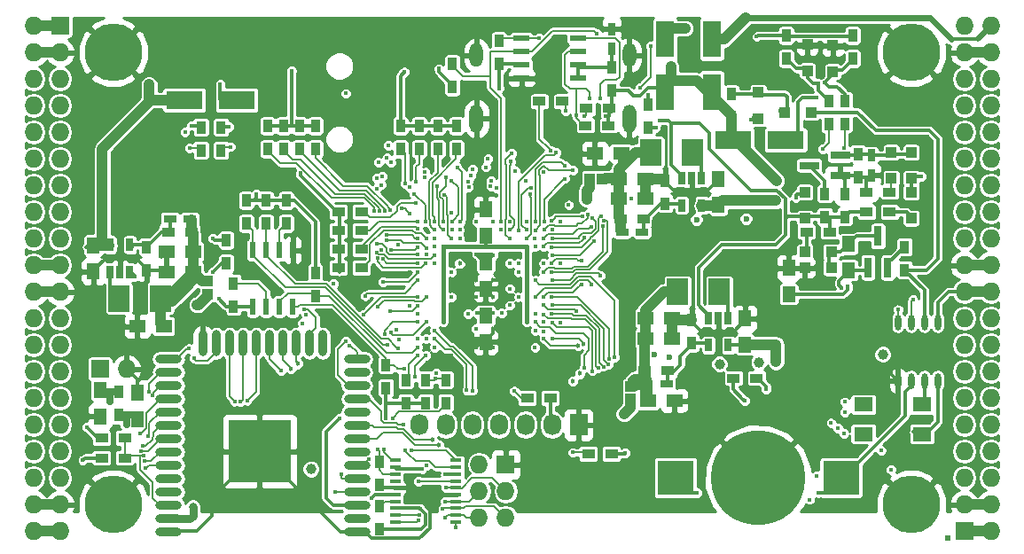
<source format=gbl>
G04 #@! TF.FileFunction,Copper,L4,Bot,Signal*
%FSLAX46Y46*%
G04 Gerber Fmt 4.6, Leading zero omitted, Abs format (unit mm)*
G04 Created by KiCad (PCBNEW 4.0.7+dfsg1-1) date Sat Nov 11 23:39:05 2017*
%MOMM*%
%LPD*%
G01*
G04 APERTURE LIST*
%ADD10C,0.100000*%
%ADD11R,0.500000X0.500000*%
%ADD12R,0.900000X1.200000*%
%ADD13R,1.000000X1.000000*%
%ADD14O,2.500000X0.900000*%
%ADD15O,0.900000X2.500000*%
%ADD16R,6.000000X6.000000*%
%ADD17R,1.800000X3.500000*%
%ADD18R,2.000000X2.500000*%
%ADD19R,0.700000X1.200000*%
%ADD20R,1.250000X1.500000*%
%ADD21R,1.500000X1.250000*%
%ADD22O,0.609600X1.473200*%
%ADD23R,0.800000X1.900000*%
%ADD24R,1.900000X0.800000*%
%ADD25R,1.200000X0.750000*%
%ADD26R,0.750000X1.200000*%
%ADD27R,1.200000X0.900000*%
%ADD28R,0.600000X1.550000*%
%ADD29R,1.550000X0.600000*%
%ADD30R,1.727200X1.727200*%
%ADD31O,1.727200X1.727200*%
%ADD32C,5.500000*%
%ADD33R,1.000000X0.400000*%
%ADD34R,1.727200X2.032000*%
%ADD35O,1.727200X2.032000*%
%ADD36O,1.300000X2.700000*%
%ADD37O,1.300000X2.300000*%
%ADD38R,1.800000X1.400000*%
%ADD39R,3.500000X1.800000*%
%ADD40R,3.500000X3.300000*%
%ADD41C,9.000000*%
%ADD42C,0.400000*%
%ADD43C,0.600000*%
%ADD44C,1.000000*%
%ADD45C,0.454000*%
%ADD46C,0.800000*%
%ADD47C,0.700000*%
%ADD48C,1.000000*%
%ADD49C,0.300000*%
%ADD50C,0.190000*%
%ADD51C,0.600000*%
%ADD52C,0.500000*%
%ADD53C,0.800000*%
%ADD54C,0.700000*%
%ADD55C,0.400000*%
%ADD56C,1.500000*%
%ADD57C,1.200000*%
%ADD58C,0.127000*%
%ADD59C,0.254000*%
G04 APERTURE END LIST*
D10*
D11*
X182675150Y-111637626D03*
D12*
X103498000Y-99858000D03*
X103498000Y-97658000D03*
D13*
X152393000Y-97142000D03*
X152393000Y-98342000D03*
D14*
X126260434Y-111030338D03*
X126260434Y-109760338D03*
X126260434Y-108490338D03*
X126260434Y-107220338D03*
X126260434Y-105950338D03*
X126260434Y-104680338D03*
X126260434Y-103410338D03*
X126260434Y-102140338D03*
X126260434Y-100870338D03*
X126260434Y-99600338D03*
X126260434Y-98330338D03*
X126260434Y-97060338D03*
X126260434Y-95790338D03*
X126260434Y-94520338D03*
D15*
X122975434Y-93030338D03*
X121705434Y-93030338D03*
X120435434Y-93030338D03*
X119165434Y-93030338D03*
X117895434Y-93030338D03*
X116625434Y-93030338D03*
X115355434Y-93030338D03*
X114085434Y-93030338D03*
X112815434Y-93030338D03*
X111545434Y-93030338D03*
D14*
X108260434Y-94520338D03*
X108260434Y-95790338D03*
X108260434Y-97060338D03*
X108260434Y-98330338D03*
X108260434Y-99600338D03*
X108260434Y-100870338D03*
X108260434Y-102140338D03*
X108260434Y-103410338D03*
X108260434Y-104680338D03*
X108260434Y-105950338D03*
X108260434Y-107220338D03*
X108260434Y-108490338D03*
X108260434Y-109760338D03*
X108260434Y-111030338D03*
D16*
X116960434Y-103330338D03*
D17*
X155695000Y-69000000D03*
X155695000Y-64000000D03*
D12*
X154044000Y-72426000D03*
X154044000Y-70226000D03*
D18*
X160870000Y-88090000D03*
X156870000Y-88090000D03*
D19*
X159825000Y-90600000D03*
X160775000Y-90600000D03*
X161725000Y-90600000D03*
X161725000Y-93200000D03*
X159825000Y-93200000D03*
D18*
X158330000Y-74755000D03*
X154330000Y-74755000D03*
D19*
X157285000Y-77235000D03*
X158235000Y-77235000D03*
X159185000Y-77235000D03*
X159185000Y-79835000D03*
X157285000Y-79835000D03*
D18*
X103530000Y-88725000D03*
X107530000Y-88725000D03*
D19*
X104575000Y-86215000D03*
X103625000Y-86215000D03*
X102675000Y-86215000D03*
X102675000Y-83615000D03*
X104575000Y-83615000D03*
D20*
X101085000Y-83665000D03*
X101085000Y-86165000D03*
D21*
X153810000Y-90630000D03*
X156310000Y-90630000D03*
X153810000Y-92535000D03*
X156310000Y-92535000D03*
D20*
X163315000Y-93150000D03*
X163315000Y-90650000D03*
D21*
X151270000Y-79200000D03*
X153770000Y-79200000D03*
X151270000Y-77295000D03*
X153770000Y-77295000D03*
D20*
X160775000Y-79815000D03*
X160775000Y-77315000D03*
D21*
X110590000Y-84280000D03*
X108090000Y-84280000D03*
X110590000Y-86185000D03*
X108090000Y-86185000D03*
D22*
X181730000Y-96599000D03*
X180460000Y-96599000D03*
X179190000Y-96599000D03*
X177920000Y-96599000D03*
X177920000Y-91011000D03*
X179190000Y-91011000D03*
X180460000Y-91011000D03*
X181730000Y-91011000D03*
D20*
X173221000Y-86038000D03*
X173221000Y-83538000D03*
D23*
X176965000Y-85780000D03*
X175065000Y-85780000D03*
X176015000Y-82780000D03*
D24*
X172435000Y-75075000D03*
X172435000Y-76975000D03*
X169435000Y-76025000D03*
D25*
X153910000Y-96910000D03*
X155810000Y-96910000D03*
X151570000Y-82375000D03*
X153470000Y-82375000D03*
X110290000Y-81105000D03*
X108390000Y-81105000D03*
D26*
X175380000Y-75075000D03*
X175380000Y-76975000D03*
D27*
X169200000Y-82375000D03*
X171400000Y-82375000D03*
D12*
X172840000Y-80935000D03*
X172840000Y-78735000D03*
D27*
X177115000Y-80470000D03*
X174915000Y-80470000D03*
D12*
X174110000Y-74925000D03*
X174110000Y-77125000D03*
X178555000Y-83815000D03*
X178555000Y-86015000D03*
X113785000Y-83180000D03*
X113785000Y-85380000D03*
X170935000Y-80935000D03*
X170935000Y-78735000D03*
X128390000Y-108580000D03*
X128390000Y-110780000D03*
D27*
X150572000Y-103584000D03*
X148372000Y-103584000D03*
X177115000Y-78565000D03*
X174915000Y-78565000D03*
X153760000Y-95640000D03*
X155960000Y-95640000D03*
X110440000Y-82375000D03*
X108240000Y-82375000D03*
X151420000Y-81105000D03*
X153620000Y-81105000D03*
D12*
X158235000Y-90800000D03*
X158235000Y-93000000D03*
X106165000Y-86015000D03*
X106165000Y-83815000D03*
X155695000Y-77465000D03*
X155695000Y-79665000D03*
D27*
X126696000Y-85804000D03*
X124496000Y-85804000D03*
X126696000Y-84026000D03*
X124496000Y-84026000D03*
X126696000Y-82248000D03*
X124496000Y-82248000D03*
X126696000Y-80470000D03*
X124496000Y-80470000D03*
D12*
X130422000Y-74458000D03*
X130422000Y-72258000D03*
X132200000Y-74458000D03*
X132200000Y-72258000D03*
X133978000Y-74458000D03*
X133978000Y-72258000D03*
X135756000Y-74458000D03*
X135756000Y-72258000D03*
D28*
X116325000Y-84120000D03*
X117595000Y-84120000D03*
X118865000Y-84120000D03*
X120135000Y-84120000D03*
X120135000Y-89520000D03*
X118865000Y-89520000D03*
X117595000Y-89520000D03*
X116325000Y-89520000D03*
D26*
X150589600Y-64910000D03*
X150589600Y-63010000D03*
D29*
X141980000Y-67705000D03*
X141980000Y-66435000D03*
X141980000Y-65165000D03*
X141980000Y-63895000D03*
X147380000Y-63895000D03*
X147380000Y-65165000D03*
X147380000Y-66435000D03*
X147380000Y-67705000D03*
D30*
X97910000Y-62690000D03*
D31*
X95370000Y-62690000D03*
X97910000Y-65230000D03*
X95370000Y-65230000D03*
X97910000Y-67770000D03*
X95370000Y-67770000D03*
X97910000Y-70310000D03*
X95370000Y-70310000D03*
X97910000Y-72850000D03*
X95370000Y-72850000D03*
X97910000Y-75390000D03*
X95370000Y-75390000D03*
X97910000Y-77930000D03*
X95370000Y-77930000D03*
X97910000Y-80470000D03*
X95370000Y-80470000D03*
X97910000Y-83010000D03*
X95370000Y-83010000D03*
X97910000Y-85550000D03*
X95370000Y-85550000D03*
X97910000Y-88090000D03*
X95370000Y-88090000D03*
X97910000Y-90630000D03*
X95370000Y-90630000D03*
X97910000Y-93170000D03*
X95370000Y-93170000D03*
X97910000Y-95710000D03*
X95370000Y-95710000D03*
X97910000Y-98250000D03*
X95370000Y-98250000D03*
X97910000Y-100790000D03*
X95370000Y-100790000D03*
X97910000Y-103330000D03*
X95370000Y-103330000D03*
X97910000Y-105870000D03*
X95370000Y-105870000D03*
X97910000Y-108410000D03*
X95370000Y-108410000D03*
X97910000Y-110950000D03*
X95370000Y-110950000D03*
D30*
X184270000Y-110950000D03*
D31*
X186810000Y-110950000D03*
X184270000Y-108410000D03*
X186810000Y-108410000D03*
X184270000Y-105870000D03*
X186810000Y-105870000D03*
X184270000Y-103330000D03*
X186810000Y-103330000D03*
X184270000Y-100790000D03*
X186810000Y-100790000D03*
X184270000Y-98250000D03*
X186810000Y-98250000D03*
X184270000Y-95710000D03*
X186810000Y-95710000D03*
X184270000Y-93170000D03*
X186810000Y-93170000D03*
X184270000Y-90630000D03*
X186810000Y-90630000D03*
X184270000Y-88090000D03*
X186810000Y-88090000D03*
X184270000Y-85550000D03*
X186810000Y-85550000D03*
X184270000Y-83010000D03*
X186810000Y-83010000D03*
X184270000Y-80470000D03*
X186810000Y-80470000D03*
X184270000Y-77930000D03*
X186810000Y-77930000D03*
X184270000Y-75390000D03*
X186810000Y-75390000D03*
X184270000Y-72850000D03*
X186810000Y-72850000D03*
X184270000Y-70310000D03*
X186810000Y-70310000D03*
X184270000Y-67770000D03*
X186810000Y-67770000D03*
X184270000Y-65230000D03*
X186810000Y-65230000D03*
X184270000Y-62690000D03*
X186810000Y-62690000D03*
D32*
X102990000Y-108410000D03*
X179190000Y-108410000D03*
X179190000Y-65230000D03*
X102990000Y-65230000D03*
D12*
X162045000Y-71410000D03*
X162045000Y-69210000D03*
X139820000Y-66330000D03*
X139820000Y-64130000D03*
X135375000Y-68532000D03*
X135375000Y-66332000D03*
X150615000Y-68870000D03*
X150615000Y-66670000D03*
D27*
X150275000Y-72215000D03*
X148075000Y-72215000D03*
X150380000Y-70600000D03*
X148180000Y-70600000D03*
D33*
X135735000Y-104215000D03*
X135735000Y-104865000D03*
X135735000Y-105515000D03*
X135735000Y-106165000D03*
X135735000Y-106815000D03*
X135735000Y-107465000D03*
X135735000Y-108115000D03*
X135735000Y-108765000D03*
X135735000Y-109415000D03*
X135735000Y-110065000D03*
X129935000Y-110065000D03*
X129935000Y-109415000D03*
X129935000Y-108765000D03*
X129935000Y-108115000D03*
X129935000Y-107465000D03*
X129935000Y-106815000D03*
X129935000Y-106165000D03*
X129935000Y-105515000D03*
X129935000Y-104865000D03*
X129935000Y-104215000D03*
D12*
X119500000Y-79370000D03*
X119500000Y-81570000D03*
X114480000Y-89500000D03*
X114480000Y-87300000D03*
X129025000Y-97275000D03*
X129025000Y-95075000D03*
X117595000Y-79370000D03*
X117595000Y-81570000D03*
X122280000Y-86300000D03*
X122280000Y-88500000D03*
X115690000Y-79370000D03*
X115690000Y-81570000D03*
D27*
X144730000Y-98250000D03*
X142530000Y-98250000D03*
D12*
X132835000Y-98715000D03*
X132835000Y-96515000D03*
X130930000Y-98715000D03*
X130930000Y-96515000D03*
D27*
X101890000Y-103965000D03*
X104090000Y-103965000D03*
D30*
X101720000Y-95456000D03*
D31*
X104260000Y-95456000D03*
D27*
X104090000Y-102060000D03*
X101890000Y-102060000D03*
D20*
X167506000Y-88324000D03*
X167506000Y-85824000D03*
D27*
X164415000Y-96345000D03*
X162215000Y-96345000D03*
D12*
X167252000Y-65822000D03*
X167252000Y-63622000D03*
D30*
X140455000Y-104600000D03*
D31*
X137915000Y-104600000D03*
X140455000Y-107140000D03*
X137915000Y-107140000D03*
X140455000Y-109680000D03*
X137915000Y-109680000D03*
D20*
X138550000Y-90396000D03*
X138550000Y-92896000D03*
X138550000Y-82736000D03*
X138550000Y-80236000D03*
X138550000Y-85316000D03*
X138550000Y-87816000D03*
X101720000Y-97508000D03*
X101720000Y-100008000D03*
D12*
X113277000Y-74585000D03*
X113277000Y-72385000D03*
X111372000Y-74585000D03*
X111372000Y-72385000D03*
X172840000Y-72045000D03*
X172840000Y-69845000D03*
X171316000Y-72045000D03*
X171316000Y-69845000D03*
D34*
X147440000Y-100790000D03*
D35*
X144900000Y-100790000D03*
X142360000Y-100790000D03*
X139820000Y-100790000D03*
X137280000Y-100790000D03*
X134740000Y-100790000D03*
X132200000Y-100790000D03*
D36*
X152280000Y-71550000D03*
X137680000Y-71550000D03*
D37*
X137680000Y-65500000D03*
X152280000Y-65500000D03*
D38*
X180212000Y-98882000D03*
X174612000Y-98882000D03*
X174612000Y-101682000D03*
X180212000Y-101682000D03*
D20*
X105276000Y-100262000D03*
X105276000Y-97762000D03*
D39*
X109761000Y-69802000D03*
X114761000Y-69802000D03*
X167212000Y-73612000D03*
X162212000Y-73612000D03*
D17*
X160140000Y-64000000D03*
X160140000Y-69000000D03*
D21*
X154064000Y-98504000D03*
X156564000Y-98504000D03*
X107796000Y-91392000D03*
X105296000Y-91392000D03*
X151484000Y-74882000D03*
X148984000Y-74882000D03*
D12*
X173602000Y-65822000D03*
X173602000Y-63622000D03*
X134740000Y-96515000D03*
X134740000Y-98715000D03*
D40*
X172485000Y-105870000D03*
X156685000Y-105870000D03*
D41*
X164585000Y-105870000D03*
D13*
X169284000Y-66988000D03*
X169284000Y-64488000D03*
X171697000Y-67081000D03*
X171697000Y-64581000D03*
X169050000Y-84280000D03*
X171550000Y-84280000D03*
X179190000Y-81085000D03*
X179190000Y-78585000D03*
X169030000Y-81085000D03*
X169030000Y-78585000D03*
X171550000Y-85804000D03*
X169050000Y-85804000D03*
X179190000Y-77275000D03*
X179190000Y-74775000D03*
X177285000Y-74775000D03*
X177285000Y-77275000D03*
X167145000Y-70945000D03*
X169645000Y-70945000D03*
X164585000Y-69060000D03*
X164585000Y-71560000D03*
X112007000Y-87109000D03*
X112007000Y-88309000D03*
X149691000Y-77295000D03*
X148491000Y-77295000D03*
D12*
X128390000Y-106546000D03*
X128390000Y-104346000D03*
X117722000Y-74458000D03*
X117722000Y-72258000D03*
X119246000Y-74458000D03*
X119246000Y-72258000D03*
X120770000Y-74458000D03*
X120770000Y-72258000D03*
X122294000Y-74458000D03*
X122294000Y-72258000D03*
D27*
X145880000Y-69900000D03*
X143680000Y-69900000D03*
D42*
X132871770Y-84533979D03*
X132862998Y-82124544D03*
X131278306Y-86213101D03*
X135281276Y-80583119D03*
X131279502Y-89407325D03*
X170309539Y-85441529D03*
X145698456Y-91073766D03*
D43*
X156262773Y-81349374D03*
X154657528Y-81463649D03*
D44*
X158233687Y-94760979D03*
D42*
X145672808Y-85396062D03*
X144103186Y-84622010D03*
X133216000Y-107465000D03*
X137680000Y-88600000D03*
X142480000Y-95000000D03*
X141680000Y-92600000D03*
X140836000Y-84534000D03*
X135284627Y-94985297D03*
X135288625Y-94225619D03*
X134455822Y-94267172D03*
X136095958Y-93369652D03*
D45*
X139264636Y-91615205D03*
D44*
X116880503Y-64802940D03*
X106974809Y-64953974D03*
X175210328Y-64948943D03*
X165417246Y-64954666D03*
D42*
X175495631Y-71457432D03*
X145680000Y-94177990D03*
X177285000Y-95710000D03*
D44*
X177229911Y-82281349D03*
D43*
X164741832Y-81130572D03*
X161067993Y-81216119D03*
D44*
X162992748Y-94820185D03*
D42*
X140880000Y-81400000D03*
X136085174Y-89394826D03*
X145680000Y-81400000D03*
X140874194Y-91433353D03*
X142480000Y-94200000D03*
X140880000Y-93400000D03*
X139280000Y-93400000D03*
X137680000Y-93400000D03*
X136880000Y-92600000D03*
X135280000Y-92600000D03*
X132880000Y-91800000D03*
X132880000Y-93400000D03*
D45*
X141042859Y-86994997D03*
X139280000Y-87000000D03*
X136110990Y-86995403D03*
X137680000Y-87000000D03*
X136080000Y-84600000D03*
X139280000Y-88600000D03*
D44*
X166343357Y-77477990D03*
D42*
X172564535Y-87722010D03*
D44*
X121861867Y-105030174D03*
D42*
X150030853Y-71331848D03*
X127656639Y-107816792D03*
D44*
X156235582Y-66548363D03*
X166248957Y-79408030D03*
X101932065Y-82585048D03*
X106417803Y-68312483D03*
X166280000Y-94800000D03*
X157600000Y-62944000D03*
D42*
X109828000Y-72830000D03*
D43*
X154683145Y-94115840D03*
D42*
X180137420Y-77069467D03*
X148271935Y-77777990D03*
D46*
X110593913Y-108636458D03*
D44*
X160884708Y-94994498D03*
D43*
X156077107Y-94326957D03*
D42*
X173137949Y-87594275D03*
D44*
X148202454Y-79278787D03*
D47*
X102710050Y-98594954D03*
D42*
X154794000Y-72426000D03*
X129005202Y-100174798D03*
X137659051Y-91638034D03*
X139820000Y-68665673D03*
X172834633Y-99599920D03*
X172879922Y-98618650D03*
X176305593Y-103279812D03*
X165349214Y-97422919D03*
X164433885Y-63737451D03*
X134079160Y-66786153D03*
X116654336Y-78777990D03*
D44*
X176474303Y-94069095D03*
D43*
X163422030Y-81120665D03*
X158680000Y-81210838D03*
D42*
X112515000Y-83010000D03*
X100080000Y-104200000D03*
X113080000Y-88800000D03*
D44*
X164653770Y-94825547D03*
D42*
X135273306Y-88618602D03*
X139272517Y-84611349D03*
X137680556Y-84534085D03*
X141680000Y-86200000D03*
X135280000Y-86200000D03*
X132880000Y-92600000D03*
X132080000Y-92600000D03*
X141680000Y-88600000D03*
X141680000Y-85400000D03*
X137689001Y-90122990D03*
D44*
X151758000Y-99774000D03*
D42*
X136885174Y-90194826D03*
X140094890Y-90122990D03*
X139280000Y-90122990D03*
X140880000Y-89400000D03*
X140880000Y-87800000D03*
X140880000Y-85400000D03*
D45*
X136080000Y-85400000D03*
D42*
X121401947Y-90251871D03*
X129988160Y-91721995D03*
X130302262Y-92700329D03*
X121041200Y-91125073D03*
D44*
X110991000Y-89360000D03*
D42*
X142480000Y-91000000D03*
X142480000Y-83800000D03*
X134480000Y-83800000D03*
X134480000Y-91000000D03*
X125193541Y-69156848D03*
X105037711Y-86632990D03*
X155149360Y-71764535D03*
X170182962Y-69571012D03*
X170362901Y-107286196D03*
X158716651Y-107325176D03*
X137295592Y-97538017D03*
X134750646Y-106810513D03*
X133680000Y-91800000D03*
D45*
X134074414Y-102752225D03*
D42*
X136740903Y-97514503D03*
X134675868Y-108131585D03*
D45*
X133449289Y-102232615D03*
D42*
X133680000Y-92600000D03*
X133685482Y-93402296D03*
X127358154Y-104128048D03*
X132936956Y-104698915D03*
X134463998Y-108841973D03*
X130692380Y-100790000D03*
X131808905Y-96227367D03*
X134636872Y-109719950D03*
X132846234Y-94197073D03*
X120834553Y-76779094D03*
X130761990Y-67119621D03*
X147186000Y-71200000D03*
X148477832Y-69619684D03*
X147983153Y-71347080D03*
X149475951Y-69619684D03*
X153297112Y-68608292D03*
X177926984Y-89812061D03*
X154329326Y-64643767D03*
X152497066Y-79193467D03*
X146481406Y-79819384D03*
X143650666Y-63862520D03*
X179351513Y-88868327D03*
X149134122Y-63424051D03*
X140035989Y-81400000D03*
X115759823Y-98502036D03*
X132083026Y-86260405D03*
X128776655Y-87135140D03*
X119008515Y-95662939D03*
D45*
X119978162Y-95412951D03*
X120634035Y-94977604D03*
D42*
X113212238Y-68244401D03*
X146180000Y-70800000D03*
X131453853Y-103260518D03*
X149771692Y-81825658D03*
X144080000Y-86200000D03*
X149520824Y-86534121D03*
X144894316Y-86977564D03*
X144873936Y-83860397D03*
X149549750Y-80868432D03*
D45*
X147355672Y-93219294D03*
D42*
X144113248Y-92588762D03*
X144875155Y-86218896D03*
X149846468Y-81303978D03*
X144916886Y-83016385D03*
X148719886Y-81056015D03*
D45*
X147915304Y-93063131D03*
D42*
X144882352Y-92577990D03*
X148747982Y-95669626D03*
X144891634Y-91073766D03*
X149795895Y-95251084D03*
X144867244Y-90229755D03*
X150278898Y-95040253D03*
X144892596Y-89385743D03*
X150345974Y-94517527D03*
X144877648Y-88622010D03*
X150889207Y-94332565D03*
X143280000Y-87000000D03*
X130807074Y-95454141D03*
X130171404Y-93544341D03*
X132080000Y-93400000D03*
X129196652Y-93209125D03*
X133852393Y-95875797D03*
X141280000Y-97600000D03*
X133762848Y-96395146D03*
X132080000Y-94200000D03*
X128610772Y-84072485D03*
X105895603Y-103765816D03*
X132075624Y-89410644D03*
X129449238Y-89926948D03*
X130839486Y-103260518D03*
X128806823Y-103185900D03*
X128251440Y-89564206D03*
X132162861Y-106185868D03*
X132880000Y-88600000D03*
X127040053Y-88481065D03*
X124741825Y-105494691D03*
X132080000Y-87000000D03*
X125499542Y-93250681D03*
X124202418Y-107207639D03*
X110313517Y-74380698D03*
X132146108Y-109940263D03*
X114166000Y-74247000D03*
X132189000Y-109415000D03*
X135315381Y-81391918D03*
X135280062Y-77463305D03*
X134471370Y-81406751D03*
X134758050Y-77130140D03*
X132761172Y-77202673D03*
X132737245Y-76676207D03*
X128644933Y-77050030D03*
X128152012Y-77241956D03*
X128125571Y-78233647D03*
X110718734Y-94451783D03*
X128590544Y-77894041D03*
X110249038Y-93533767D03*
X106368514Y-97613395D03*
X131253134Y-78134216D03*
X132783339Y-81400004D03*
X106741168Y-98035405D03*
X131709326Y-78745875D03*
X132079024Y-82984045D03*
X129109095Y-82655074D03*
X105572759Y-101661319D03*
X132880889Y-83897835D03*
X129054383Y-83179239D03*
X106281049Y-101893466D03*
X132083682Y-83828056D03*
X129485142Y-84082415D03*
X105813763Y-102819336D03*
X132062099Y-84533979D03*
X128165458Y-83528763D03*
X105627254Y-103312241D03*
X128183315Y-84380742D03*
X105992720Y-104283802D03*
X133671942Y-84595200D03*
X132834641Y-85377990D03*
X128203260Y-84907376D03*
X106088753Y-104974041D03*
D45*
X146862501Y-96617499D03*
X147534467Y-95913260D03*
D42*
X147927932Y-95329243D03*
X143280000Y-91000000D03*
X149284391Y-95377990D03*
X144077013Y-90266968D03*
X147207648Y-89973043D03*
X144076240Y-89395301D03*
X143281824Y-90201951D03*
X144102010Y-85397219D03*
X147687522Y-85093328D03*
X144868096Y-85371354D03*
X148610669Y-81900026D03*
X144102010Y-83000000D03*
X144888125Y-82172374D03*
X147695541Y-87377990D03*
X144082832Y-88584510D03*
X148688598Y-87378077D03*
X143278026Y-88595030D03*
X144125486Y-82186468D03*
X148298275Y-80739810D03*
X144876540Y-81328363D03*
X147802234Y-80917812D03*
X139280000Y-81400000D03*
X139578623Y-78205862D03*
X139034115Y-78040948D03*
X139046749Y-77514088D03*
X138580000Y-76200000D03*
X138779198Y-75400762D03*
X137680000Y-81400000D03*
X137308732Y-76415018D03*
X137106948Y-76979922D03*
X136859538Y-77550820D03*
X136922059Y-78097889D03*
X136096392Y-81395070D03*
X135830698Y-76200613D03*
X148878722Y-83261032D03*
X144915665Y-84598743D03*
X148001372Y-82958777D03*
X144103186Y-83777990D03*
X142841210Y-78784254D03*
X142473549Y-82998913D03*
X142878910Y-78217369D03*
X142437464Y-82181475D03*
X146089079Y-77300571D03*
X144144931Y-81387081D03*
X144088653Y-76686076D03*
X146850122Y-76500816D03*
X143281475Y-82206074D03*
X146130802Y-76060132D03*
X143300920Y-81377293D03*
X145255695Y-74817220D03*
X141662690Y-82207782D03*
X142456909Y-81405800D03*
X140030954Y-82200000D03*
X141342967Y-76554996D03*
X141046643Y-74873804D03*
X140864029Y-83041403D03*
X140874966Y-82177164D03*
X140980062Y-75681941D03*
X115149319Y-98625494D03*
X132872609Y-82968555D03*
X132080007Y-82103333D03*
X132080000Y-81400000D03*
X131847310Y-79589886D03*
X130856828Y-77786820D03*
X131923295Y-77584853D03*
X133648389Y-82190597D03*
X133627359Y-81414685D03*
X129477855Y-92000822D03*
X132880000Y-91000000D03*
X128879646Y-92111037D03*
X132077648Y-90977990D03*
X131275302Y-80595752D03*
X130489904Y-80167235D03*
X132072985Y-85377990D03*
X128723655Y-84990627D03*
X134476508Y-82180155D03*
X133942383Y-77980766D03*
X163908850Y-71651861D03*
X135656559Y-110610712D03*
X132448438Y-104994496D03*
X146844288Y-103452739D03*
X134707351Y-105508447D03*
X132280000Y-108800000D03*
D47*
X104260000Y-100790000D03*
D42*
X114604320Y-98573680D03*
X112515000Y-86185000D03*
X169506589Y-107953726D03*
X163277422Y-98501717D03*
X170157734Y-105666345D03*
X170735900Y-74464979D03*
X143257990Y-83000000D03*
X168166438Y-79108038D03*
X151896383Y-103510715D03*
X114039000Y-72342000D03*
X110483000Y-72215000D03*
X143269694Y-93414905D03*
X177274002Y-105079115D03*
X172761273Y-101651681D03*
X143280000Y-91800000D03*
X172193360Y-101105663D03*
X144064831Y-91877646D03*
X171540304Y-100645743D03*
X144080000Y-91000000D03*
X154052298Y-69302298D03*
X128349062Y-75753924D03*
X134613000Y-78819000D03*
X135280000Y-83022010D03*
X135320520Y-82196441D03*
X129493343Y-75737814D03*
X136080000Y-82200000D03*
X129125079Y-75315804D03*
X136080000Y-83000000D03*
X129252218Y-74142461D03*
X142377451Y-77497451D03*
X172746637Y-74347988D03*
X143280000Y-83800000D03*
X170300000Y-68151000D03*
X170950000Y-68125562D03*
X125167387Y-92841517D03*
X121206217Y-89762554D03*
X132082956Y-90210779D03*
X182675150Y-111637626D03*
X124027706Y-87347706D03*
X124027707Y-87347707D03*
X166678914Y-70803555D03*
X129660000Y-100155000D03*
X124580000Y-100155000D03*
X132084049Y-88558274D03*
X126880008Y-90276109D03*
X128280000Y-103200000D03*
X100450000Y-101044000D03*
X120008000Y-67008000D03*
X127889625Y-80407426D03*
X133680000Y-85400000D03*
X130204628Y-83599483D03*
X128416582Y-80399850D03*
X133680000Y-83800000D03*
X128943593Y-80399729D03*
X133680000Y-83000000D03*
X129457990Y-80285112D03*
X144780000Y-74590382D03*
D48*
X184270000Y-108410000D02*
X186810000Y-108410000D01*
X184270000Y-85550000D02*
X186810000Y-85550000D01*
X184270000Y-65230000D02*
X186810000Y-65230000D01*
X95370000Y-65230000D02*
X97910000Y-65230000D01*
X95370000Y-88090000D02*
X97910000Y-88090000D01*
X95370000Y-108410000D02*
X97910000Y-108410000D01*
D49*
X108260434Y-111030338D02*
X109060434Y-111030338D01*
X109060434Y-111030338D02*
X109140772Y-110950000D01*
X110957617Y-110950000D02*
X112380000Y-109527617D01*
X109140772Y-110950000D02*
X110957617Y-110950000D01*
X112380000Y-109527617D02*
X112380000Y-107854384D01*
X112380000Y-107854384D02*
X116904046Y-103330338D01*
X116904046Y-103330338D02*
X116960434Y-103330338D01*
X167506000Y-85824000D02*
X169927068Y-85824000D01*
X169927068Y-85824000D02*
X170109540Y-85641528D01*
X170109540Y-85641528D02*
X170309539Y-85441529D01*
X104260000Y-95456000D02*
X105276000Y-96472000D01*
X105276000Y-96472000D02*
X105276000Y-97762000D01*
X132254999Y-111657001D02*
X133216000Y-110696000D01*
X133216000Y-110696000D02*
X133216000Y-107465000D01*
X126260434Y-111030338D02*
X127060434Y-111030338D01*
X127060434Y-111030338D02*
X127687097Y-111657001D01*
X127687097Y-111657001D02*
X132254999Y-111657001D01*
X133216000Y-107465000D02*
X132214478Y-107465000D01*
X135735000Y-107465000D02*
X133216000Y-107465000D01*
X132214478Y-107465000D02*
X131572496Y-106823018D01*
X131572496Y-106823018D02*
X129919874Y-106823018D01*
X126260434Y-111030338D02*
X124660659Y-111030338D01*
X124660659Y-111030338D02*
X116960659Y-103330338D01*
X116960659Y-103330338D02*
X116960434Y-103330338D01*
X129935000Y-106815000D02*
X128659000Y-106815000D01*
X128659000Y-106815000D02*
X128390000Y-106546000D01*
X128390000Y-106546000D02*
X128558000Y-106546000D01*
X136126306Y-93400000D02*
X136095958Y-93369652D01*
X136880000Y-92600000D02*
X136110348Y-93369652D01*
X136049652Y-93369652D02*
X136095958Y-93369652D01*
X137680000Y-93400000D02*
X136126306Y-93400000D01*
X135280000Y-92600000D02*
X136049652Y-93369652D01*
X136110348Y-93369652D02*
X136095958Y-93369652D01*
X139264636Y-92054364D02*
X139264636Y-91936231D01*
X139264636Y-91936231D02*
X139264636Y-91615205D01*
X138550000Y-92769000D02*
X139264636Y-92054364D01*
X136880000Y-92600000D02*
X137680000Y-93400000D01*
X136880000Y-92600000D02*
X138381000Y-92600000D01*
X138381000Y-92600000D02*
X138550000Y-92769000D01*
X135280000Y-92600000D02*
X136880000Y-92600000D01*
X138550000Y-92769000D02*
X138649000Y-92769000D01*
X138649000Y-92769000D02*
X139280000Y-93400000D01*
X138550000Y-92769000D02*
X138311000Y-92769000D01*
X138311000Y-92769000D02*
X137680000Y-93400000D01*
X175042385Y-64781000D02*
X175210328Y-64948943D01*
X171697000Y-64781000D02*
X175042385Y-64781000D01*
X165683912Y-64688000D02*
X165417246Y-64954666D01*
X169284000Y-64688000D02*
X165683912Y-64688000D01*
X169284000Y-64688000D02*
X171604000Y-64688000D01*
X171604000Y-64688000D02*
X171697000Y-64781000D01*
X177285000Y-95710000D02*
X177285000Y-95964000D01*
X177285000Y-95964000D02*
X177920000Y-96599000D01*
X102210000Y-84915000D02*
X103625000Y-84915000D01*
X103625000Y-84915000D02*
X105215000Y-84915000D01*
X103625000Y-86215000D02*
X103625000Y-84915000D01*
X105215000Y-84915000D02*
X106165000Y-85865000D01*
X106165000Y-85865000D02*
X106165000Y-86015000D01*
X101085000Y-86165000D02*
X101085000Y-86040000D01*
X101085000Y-86040000D02*
X102210000Y-84915000D01*
X106165000Y-86015000D02*
X107920000Y-86015000D01*
X107920000Y-86015000D02*
X108090000Y-86185000D01*
D48*
X153770000Y-77295000D02*
X155525000Y-77295000D01*
D49*
X155525000Y-77295000D02*
X155695000Y-77465000D01*
D48*
X153770000Y-79200000D02*
X153770000Y-77295000D01*
D49*
X174110000Y-77125000D02*
X174745000Y-77125000D01*
X174745000Y-77125000D02*
X175230000Y-77125000D01*
X174915000Y-78565000D02*
X174915000Y-77295000D01*
X174915000Y-77295000D02*
X174745000Y-77125000D01*
X172840000Y-78735000D02*
X172840000Y-77380000D01*
X172840000Y-77380000D02*
X172435000Y-76975000D01*
X175230000Y-77125000D02*
X175380000Y-76975000D01*
X172435000Y-76975000D02*
X173960000Y-76975000D01*
X173960000Y-76975000D02*
X174110000Y-77125000D01*
X137680000Y-86200000D02*
X137680000Y-86600000D01*
X136080000Y-84600000D02*
X137680000Y-86200000D01*
X159850000Y-78365000D02*
X158235000Y-78365000D01*
X158235000Y-78365000D02*
X156445000Y-78365000D01*
X158235000Y-77235000D02*
X158235000Y-78365000D01*
X160775000Y-77315000D02*
X160775000Y-77440000D01*
X160775000Y-77440000D02*
X159850000Y-78365000D01*
X156445000Y-78365000D02*
X155695000Y-77615000D01*
X155695000Y-77615000D02*
X155695000Y-77465000D01*
D48*
X156310000Y-90630000D02*
X156310000Y-92535000D01*
X158235000Y-90800000D02*
X156480000Y-90800000D01*
D49*
X156480000Y-90800000D02*
X156310000Y-90630000D01*
X163315000Y-90650000D02*
X163315000Y-90834602D01*
X163315000Y-90834602D02*
X162249602Y-91900000D01*
X162249602Y-91900000D02*
X160775000Y-91900000D01*
X101085000Y-86165000D02*
X101085000Y-85929893D01*
X106165000Y-85944374D02*
X106165000Y-86015000D01*
X159185000Y-91900000D02*
X160775000Y-91900000D01*
X160775000Y-90600000D02*
X160775000Y-91900000D01*
X158235000Y-90800000D02*
X158235000Y-90950000D01*
X158235000Y-90950000D02*
X159185000Y-91900000D01*
X108090000Y-84280000D02*
X108090000Y-86185000D01*
X107625000Y-84745000D02*
X108090000Y-84280000D01*
X108070000Y-84260000D02*
X108090000Y-84280000D01*
X141037856Y-87000000D02*
X141042859Y-86994997D01*
X139280000Y-87000000D02*
X141037856Y-87000000D01*
X136432016Y-86995403D02*
X136110990Y-86995403D01*
X137284597Y-86995403D02*
X136432016Y-86995403D01*
X137680000Y-86600000D02*
X137284597Y-86995403D01*
X137680000Y-86600000D02*
X137680000Y-87000000D01*
D50*
X138029000Y-66332000D02*
X138115000Y-66246000D01*
D49*
X150615000Y-68870000D02*
X152180000Y-68870000D01*
X153331001Y-69348999D02*
X152658999Y-69348999D01*
X152658999Y-69348999D02*
X152180000Y-68870000D01*
X154087002Y-68592998D02*
X155287998Y-68592998D01*
X153331001Y-69348999D02*
X154087002Y-68592998D01*
X155287998Y-68592998D02*
X155695000Y-69000000D01*
D48*
X162045000Y-71410000D02*
X162045000Y-73179633D01*
X162045000Y-73179633D02*
X165843358Y-76977991D01*
X165843358Y-76977991D02*
X166343357Y-77477990D01*
D49*
X101085000Y-83665000D02*
X101684316Y-83665000D01*
X101684316Y-83665000D02*
X101913492Y-83435824D01*
D48*
X101913492Y-83435824D02*
X101913492Y-82603621D01*
D49*
X101913492Y-82603621D02*
X101932065Y-82585048D01*
X172296000Y-87453475D02*
X172364536Y-87522011D01*
X172364536Y-87522011D02*
X172564535Y-87722010D01*
X172296000Y-87088000D02*
X172296000Y-87453475D01*
X173221000Y-86038000D02*
X173221000Y-86163000D01*
X173221000Y-86163000D02*
X172296000Y-87088000D01*
X150275000Y-71465000D02*
X150380000Y-71360000D01*
X150380000Y-71360000D02*
X150380000Y-70600000D01*
X150615000Y-70935000D02*
X150615000Y-69995990D01*
X150615000Y-69995990D02*
X150615000Y-68870000D01*
X150313695Y-71331848D02*
X150030853Y-71331848D01*
X150141848Y-71331848D02*
X150030853Y-71331848D01*
X150275000Y-71465000D02*
X150141848Y-71331848D01*
X150275000Y-72215000D02*
X150275000Y-71465000D01*
X128008431Y-107465000D02*
X127856638Y-107616793D01*
X127856638Y-107616793D02*
X127656639Y-107816792D01*
X129935000Y-107465000D02*
X128008431Y-107465000D01*
X160140000Y-69000000D02*
X160140000Y-69850000D01*
X160140000Y-69850000D02*
X161700000Y-71410000D01*
D48*
X156235582Y-67716832D02*
X156235582Y-66548363D01*
X158681338Y-67896338D02*
X156415088Y-67896338D01*
X156415088Y-67896338D02*
X156235582Y-67716832D01*
D49*
X156235582Y-66578582D02*
X156235582Y-66548363D01*
D48*
X160790000Y-79800000D02*
X161181970Y-79408030D01*
X161181970Y-79408030D02*
X165541851Y-79408030D01*
X165541851Y-79408030D02*
X166248957Y-79408030D01*
X101932065Y-81877942D02*
X101932065Y-82585048D01*
X101932065Y-74415935D02*
X101932065Y-81877942D01*
X106407114Y-69940886D02*
X101932065Y-74415935D01*
X106417803Y-69019589D02*
X106417803Y-68312483D01*
X106417803Y-69930197D02*
X106417803Y-69019589D01*
X106407114Y-69940886D02*
X106417803Y-69930197D01*
X166280000Y-93150000D02*
X166280000Y-94800000D01*
D49*
X110610000Y-69548000D02*
X110610000Y-69802000D01*
D48*
X109975000Y-69802000D02*
X106546000Y-69802000D01*
X106546000Y-69802000D02*
X106419000Y-69929000D01*
X106419000Y-69929000D02*
X106407114Y-69940886D01*
D49*
X106419000Y-69675000D02*
X106419000Y-69929000D01*
X100572432Y-83665000D02*
X100424079Y-83813353D01*
X101085000Y-83665000D02*
X100572432Y-83665000D01*
X160790000Y-79800000D02*
X160775000Y-79815000D01*
D48*
X163315000Y-93150000D02*
X166280000Y-93150000D01*
D49*
X160775000Y-79940000D02*
X160775000Y-79815000D01*
X164925000Y-93150000D02*
X164240000Y-93150000D01*
X164240000Y-93150000D02*
X163315000Y-93150000D01*
X101085000Y-83665000D02*
X101085000Y-83790000D01*
D48*
X159185000Y-79835000D02*
X160755000Y-79835000D01*
D49*
X160755000Y-79835000D02*
X160775000Y-79815000D01*
X161725000Y-93200000D02*
X163265000Y-93200000D01*
X163265000Y-93200000D02*
X163315000Y-93150000D01*
X173221000Y-86038000D02*
X174807000Y-86038000D01*
X174807000Y-86038000D02*
X175065000Y-85780000D01*
D48*
X101085000Y-83665000D02*
X102625000Y-83665000D01*
D49*
X102625000Y-83665000D02*
X102675000Y-83615000D01*
X161700000Y-71410000D02*
X162045000Y-71410000D01*
D48*
X162045000Y-71410000D02*
X162045000Y-71260000D01*
X162045000Y-71260000D02*
X158681338Y-67896338D01*
D49*
X162045000Y-71753000D02*
X162045000Y-71410000D01*
X155695000Y-64000000D02*
X155695000Y-63368337D01*
X155695000Y-63368337D02*
X156119337Y-62944000D01*
D48*
X156119337Y-62944000D02*
X157600000Y-62944000D01*
X160140000Y-64000000D02*
X161340000Y-64000000D01*
X161340000Y-64000000D02*
X163399217Y-61940783D01*
D51*
X163399217Y-61940783D02*
X180980783Y-61940783D01*
D52*
X185540000Y-63960000D02*
X186810000Y-62690000D01*
D51*
X180980783Y-61940783D02*
X183000000Y-63960000D01*
D49*
X183000000Y-63960000D02*
X185540000Y-63960000D01*
D48*
X184270000Y-110950000D02*
X186810000Y-110950000D01*
X184270000Y-88090000D02*
X186810000Y-88090000D01*
X95370000Y-62690000D02*
X97910000Y-62690000D01*
X95370000Y-85550000D02*
X97910000Y-85550000D01*
X95370000Y-110950000D02*
X97910000Y-110950000D01*
D49*
X179854578Y-77069467D02*
X180137420Y-77069467D01*
X179195533Y-77069467D02*
X179854578Y-77069467D01*
X179190000Y-77075000D02*
X179195533Y-77069467D01*
X179190000Y-78585000D02*
X179190000Y-77275000D01*
X148471934Y-77577991D02*
X148271935Y-77777990D01*
X148491000Y-77295000D02*
X148491000Y-77558925D01*
X148491000Y-77558925D02*
X148471934Y-77577991D01*
X148202000Y-78022023D02*
X148271935Y-77952088D01*
X148271935Y-77952088D02*
X148271935Y-77777990D01*
X129025000Y-97275000D02*
X129025000Y-98800000D01*
X129025000Y-98800000D02*
X129025000Y-100155000D01*
X130930000Y-98715000D02*
X129110000Y-98715000D01*
X129110000Y-98715000D02*
X129025000Y-98800000D01*
D53*
X110593913Y-109202143D02*
X110593913Y-108636458D01*
X110593913Y-109476859D02*
X110593913Y-109202143D01*
X110310434Y-109760338D02*
X110593913Y-109476859D01*
X108260434Y-109760338D02*
X110310434Y-109760338D01*
D49*
X167506000Y-88324000D02*
X172691066Y-88324000D01*
X172691066Y-88324000D02*
X173137949Y-87877117D01*
X173137949Y-87877117D02*
X173137949Y-87594275D01*
D48*
X148202454Y-78413536D02*
X148202454Y-78571681D01*
X148202000Y-78413082D02*
X148202454Y-78413536D01*
X148202454Y-78571681D02*
X148202454Y-79278787D01*
D54*
X102710050Y-97683950D02*
X102710050Y-98099980D01*
X102736000Y-97658000D02*
X102710050Y-97683950D01*
X102710050Y-98099980D02*
X102710050Y-98594954D01*
X102736000Y-97658000D02*
X101870000Y-97658000D01*
X103498000Y-97658000D02*
X102736000Y-97658000D01*
D49*
X101870000Y-97658000D02*
X101720000Y-97508000D01*
X148202000Y-78413082D02*
X148491000Y-78124082D01*
D48*
X148491000Y-78124082D02*
X148491000Y-77295000D01*
X148202000Y-78413082D02*
X148439744Y-78175338D01*
D49*
X154806000Y-72438000D02*
X154794000Y-72426000D01*
X154044000Y-72426000D02*
X154794000Y-72426000D01*
X129025000Y-100155000D02*
X129005202Y-100174798D01*
X129025000Y-97275000D02*
X129025000Y-98175000D01*
X132835000Y-98715000D02*
X130930000Y-98715000D01*
X173602000Y-63706000D02*
X167336000Y-63706000D01*
X167336000Y-63706000D02*
X167252000Y-63622000D01*
X167252000Y-63622000D02*
X164549336Y-63622000D01*
X164549336Y-63622000D02*
X164433885Y-63737451D01*
X138550000Y-85042000D02*
X138188471Y-85042000D01*
X138188471Y-85042000D02*
X137680556Y-84534085D01*
X138550000Y-85042000D02*
X138841866Y-85042000D01*
X138841866Y-85042000D02*
X139272517Y-84611349D01*
X137680556Y-84534085D02*
X139195253Y-84534085D01*
X139195253Y-84534085D02*
X139272517Y-84611349D01*
X139820000Y-66330000D02*
X139820000Y-68665673D01*
X165349214Y-97129214D02*
X165349214Y-97422919D01*
X164565000Y-96345000D02*
X165349214Y-97129214D01*
X164415000Y-96345000D02*
X164565000Y-96345000D01*
X134079160Y-67068995D02*
X134079160Y-66786153D01*
X134079160Y-67086160D02*
X134079160Y-67068995D01*
X135375000Y-68382000D02*
X134079160Y-67086160D01*
X135375000Y-68532000D02*
X135375000Y-68382000D01*
X116654336Y-79155664D02*
X116654336Y-79060832D01*
X115690000Y-79370000D02*
X116440000Y-79370000D01*
X116440000Y-79370000D02*
X116654336Y-79155664D01*
X116654336Y-79060832D02*
X116654336Y-78777990D01*
X181730000Y-89106000D02*
X182746000Y-88090000D01*
X182746000Y-88090000D02*
X184270000Y-88090000D01*
X181730000Y-91011000D02*
X181730000Y-89106000D01*
X144730000Y-98250000D02*
X144730000Y-99266000D01*
X144730000Y-99266000D02*
X144730000Y-99400000D01*
X144730000Y-99400000D02*
X144730000Y-100620000D01*
X113785000Y-83180000D02*
X112685000Y-83180000D01*
X112685000Y-83180000D02*
X112515000Y-83010000D01*
X122280000Y-86300000D02*
X122280000Y-81400000D01*
X122280000Y-81400000D02*
X120250000Y-79370000D01*
X120250000Y-79370000D02*
X119500000Y-79370000D01*
X100315000Y-103965000D02*
X100080000Y-104200000D01*
X101890000Y-103965000D02*
X100315000Y-103965000D01*
X117595000Y-79370000D02*
X119500000Y-79370000D01*
X115690000Y-79370000D02*
X117595000Y-79370000D01*
X114480000Y-89500000D02*
X113780000Y-89500000D01*
X113780000Y-89500000D02*
X113080000Y-88800000D01*
X114480000Y-89500000D02*
X116305000Y-89500000D01*
X116305000Y-89500000D02*
X116325000Y-89520000D01*
X144900000Y-98250000D02*
X144730000Y-98250000D01*
X144730000Y-100620000D02*
X144900000Y-100790000D01*
X139820000Y-66330000D02*
X141875000Y-66330000D01*
X141875000Y-66330000D02*
X141980000Y-66435000D01*
X139280000Y-90122990D02*
X138823010Y-90122990D01*
X138823010Y-90122990D02*
X138550000Y-90396000D01*
X139280000Y-90122990D02*
X137689001Y-90122990D01*
D48*
X152393000Y-98392000D02*
X152393000Y-99139000D01*
X152393000Y-99139000D02*
X151758000Y-99774000D01*
D49*
X156010000Y-95710000D02*
X156524914Y-95710000D01*
X156524914Y-95710000D02*
X157145126Y-95089788D01*
X157145126Y-95089788D02*
X157145126Y-94239874D01*
X157145126Y-94239874D02*
X158235000Y-93150000D01*
X158235000Y-93150000D02*
X158235000Y-93000000D01*
X155960000Y-95640000D02*
X155960000Y-96760000D01*
X155960000Y-96760000D02*
X155810000Y-96910000D01*
X158235000Y-93000000D02*
X159625000Y-93000000D01*
X159625000Y-93000000D02*
X159825000Y-93200000D01*
D48*
X112007000Y-88471000D02*
X111118000Y-89360000D01*
X111118000Y-89360000D02*
X110991000Y-89360000D01*
D49*
X112007000Y-88359000D02*
X112007000Y-88471000D01*
D55*
X137480000Y-83800000D02*
X138550000Y-83800000D01*
X138550000Y-83800000D02*
X142480000Y-83800000D01*
D49*
X138550000Y-83298000D02*
X138550000Y-83800000D01*
D55*
X134480000Y-83800000D02*
X137480000Y-83800000D01*
X142480000Y-83800000D02*
X142480000Y-91000000D01*
X134480000Y-91000000D02*
X134480000Y-83800000D01*
D49*
X167183550Y-81105000D02*
X167183550Y-82681450D01*
X166265000Y-83600000D02*
X161080000Y-83600000D01*
X167183550Y-82681450D02*
X166265000Y-83600000D01*
X161080000Y-83600000D02*
X158880000Y-85800000D01*
X158880000Y-85800000D02*
X158880000Y-89400000D01*
X158880000Y-89400000D02*
X159825000Y-90345000D01*
X159825000Y-90345000D02*
X159825000Y-90600000D01*
X156280000Y-72000000D02*
X159003987Y-72000000D01*
X159003987Y-72000000D02*
X159926293Y-72922306D01*
X159926293Y-72922306D02*
X159926293Y-74478638D01*
X159926293Y-74478638D02*
X163850815Y-78403160D01*
X167183550Y-79228973D02*
X167183550Y-81105000D01*
X163850815Y-78403160D02*
X166357737Y-78403160D01*
X166357737Y-78403160D02*
X167183550Y-79228973D01*
X104619721Y-86215000D02*
X104837712Y-86432991D01*
X104575000Y-86215000D02*
X104619721Y-86215000D01*
X104837712Y-86432991D02*
X105037711Y-86632990D01*
X156280000Y-72000000D02*
X156044535Y-71764535D01*
X156044535Y-71764535D02*
X155432202Y-71764535D01*
X155432202Y-71764535D02*
X155149360Y-71764535D01*
X169030000Y-80885000D02*
X167403550Y-80885000D01*
X167403550Y-80885000D02*
X167183550Y-81105000D01*
X156280000Y-75980000D02*
X156280000Y-72000000D01*
X157285000Y-77235000D02*
X157285000Y-76985000D01*
X157285000Y-76985000D02*
X156280000Y-75980000D01*
X168980000Y-80885000D02*
X169030000Y-80885000D01*
X169030000Y-80885000D02*
X170885000Y-80885000D01*
X170885000Y-80885000D02*
X170935000Y-80935000D01*
X170935000Y-80935000D02*
X171570000Y-80935000D01*
X171570000Y-80935000D02*
X172840000Y-80935000D01*
X171400000Y-82375000D02*
X171400000Y-81105000D01*
X171400000Y-81105000D02*
X171570000Y-80935000D01*
X174915000Y-80470000D02*
X173305000Y-80470000D01*
X173305000Y-80470000D02*
X172840000Y-80935000D01*
X155210000Y-79665000D02*
X155695000Y-79665000D01*
X153620000Y-81105000D02*
X153770000Y-81105000D01*
X153770000Y-81105000D02*
X155210000Y-79665000D01*
X153620000Y-81105000D02*
X153620000Y-82225000D01*
X153620000Y-82225000D02*
X153470000Y-82375000D01*
X155695000Y-79665000D02*
X157115000Y-79665000D01*
X157115000Y-79665000D02*
X157285000Y-79835000D01*
X155525000Y-79835000D02*
X155695000Y-79665000D01*
X108240000Y-82375000D02*
X107605000Y-82375000D01*
X107605000Y-82375000D02*
X106165000Y-83815000D01*
X104575000Y-83615000D02*
X105965000Y-83615000D01*
X105965000Y-83615000D02*
X106165000Y-83815000D01*
X104775000Y-83815000D02*
X104575000Y-83615000D01*
X108070000Y-82545000D02*
X108240000Y-82375000D01*
X108390000Y-81105000D02*
X108390000Y-82225000D01*
X108390000Y-82225000D02*
X108240000Y-82375000D01*
X168141000Y-73485000D02*
X168402683Y-73223317D01*
X168402683Y-73223317D02*
X168402683Y-69932420D01*
X168402683Y-69932420D02*
X168764091Y-69571012D01*
X168764091Y-69571012D02*
X169900120Y-69571012D01*
X169900120Y-69571012D02*
X170182962Y-69571012D01*
X170645743Y-107286196D02*
X170362901Y-107286196D01*
X171252736Y-107286196D02*
X170645743Y-107286196D01*
X178585200Y-99953732D02*
X171252736Y-107286196D01*
X178585200Y-97635600D02*
X178585200Y-99953732D01*
X179190000Y-97030800D02*
X178585200Y-97635600D01*
X179190000Y-96599000D02*
X179190000Y-97030800D01*
X158433809Y-107325176D02*
X158716651Y-107325176D01*
X158140176Y-107325176D02*
X158433809Y-107325176D01*
X156685000Y-105870000D02*
X158140176Y-107325176D01*
D50*
X137295592Y-97255175D02*
X137295592Y-97538017D01*
X135181878Y-93301878D02*
X135425772Y-93301878D01*
X135425772Y-93301878D02*
X137295592Y-95171698D01*
X133680000Y-91800000D02*
X135181878Y-93301878D01*
X137295592Y-95171698D02*
X137295592Y-97255175D01*
X133753388Y-102752225D02*
X134074414Y-102752225D01*
X131793914Y-102752225D02*
X133753388Y-102752225D01*
X130570701Y-101529012D02*
X131793914Y-102752225D01*
X126260434Y-102140338D02*
X128151195Y-102140338D01*
X128151195Y-102140338D02*
X128762521Y-101529012D01*
X128762521Y-101529012D02*
X130570701Y-101529012D01*
X137254415Y-105873269D02*
X139188269Y-105873269D01*
X139188269Y-105873269D02*
X140455000Y-107140000D01*
X135735000Y-106856777D02*
X135718950Y-106872827D01*
X135718950Y-106872827D02*
X135656636Y-106810513D01*
X135656636Y-106810513D02*
X135033488Y-106810513D01*
X135033488Y-106810513D02*
X134750646Y-106810513D01*
X137254415Y-105873269D02*
X136254857Y-106872827D01*
X135735000Y-106815000D02*
X135735000Y-106856777D01*
X136254857Y-106872827D02*
X135718950Y-106872827D01*
X134698889Y-93618889D02*
X135294462Y-93618889D01*
X136740903Y-95065330D02*
X136740903Y-97231661D01*
X133680000Y-92600000D02*
X134698889Y-93618889D01*
X135294462Y-93618889D02*
X136740903Y-95065330D01*
X136740903Y-97231661D02*
X136740903Y-97514503D01*
X127700434Y-100870338D02*
X126260434Y-100870338D01*
X129997343Y-101048651D02*
X127878747Y-101048651D01*
X130160693Y-101212001D02*
X129997343Y-101048651D01*
X130702010Y-101212001D02*
X130160693Y-101212001D01*
X131722624Y-102232615D02*
X130702010Y-101212001D01*
X133449289Y-102232615D02*
X131722624Y-102232615D01*
X127878747Y-101048651D02*
X127700434Y-100870338D01*
X135735000Y-108115000D02*
X136940000Y-108115000D01*
X136940000Y-108115000D02*
X137915000Y-107140000D01*
X135644172Y-108131585D02*
X134958710Y-108131585D01*
X134958710Y-108131585D02*
X134675868Y-108131585D01*
X135669098Y-108106659D02*
X135644172Y-108131585D01*
X135726659Y-108106659D02*
X135669098Y-108106659D01*
X135735000Y-108115000D02*
X135726659Y-108106659D01*
X127158155Y-104328047D02*
X127358154Y-104128048D01*
X126805864Y-104680338D02*
X127158155Y-104328047D01*
X126260434Y-104680338D02*
X126805864Y-104680338D01*
X135735000Y-108765000D02*
X136425000Y-108765000D01*
X136595601Y-108594399D02*
X139369399Y-108594399D01*
X139369399Y-108594399D02*
X139591401Y-108816401D01*
X136425000Y-108765000D02*
X136595601Y-108594399D01*
X139591401Y-108816401D02*
X140455000Y-109680000D01*
X134540971Y-108765000D02*
X134463998Y-108841973D01*
X135735000Y-108765000D02*
X134540971Y-108765000D01*
X126260434Y-98330338D02*
X127374630Y-98330338D01*
X128583200Y-99538908D02*
X128583200Y-100377360D01*
X127374630Y-98330338D02*
X128583200Y-99538908D01*
X128583200Y-100377360D02*
X128802640Y-100596800D01*
X128802640Y-100596800D02*
X129993813Y-100596800D01*
X129993813Y-100596800D02*
X130187013Y-100790000D01*
X130187013Y-100790000D02*
X130692380Y-100790000D01*
X131808905Y-95944525D02*
X131808905Y-96227367D01*
X131808905Y-95234402D02*
X131808905Y-95944525D01*
X132846234Y-94197073D02*
X131808905Y-95234402D01*
X136690000Y-109680000D02*
X137915000Y-109680000D01*
X135735000Y-109415000D02*
X136425000Y-109415000D01*
X136425000Y-109415000D02*
X136690000Y-109680000D01*
X134636872Y-109719950D02*
X134941822Y-109415000D01*
X134941822Y-109415000D02*
X135735000Y-109415000D01*
D49*
X180460000Y-87920000D02*
X178555000Y-86015000D01*
X180460000Y-91011000D02*
X180460000Y-87920000D01*
X169445000Y-70945000D02*
X174084740Y-70945000D01*
X174084740Y-70945000D02*
X175826942Y-72687202D01*
X175826942Y-72687202D02*
X180932202Y-72687202D01*
X180932202Y-72687202D02*
X181730000Y-73485000D01*
X181730000Y-73485000D02*
X181730000Y-84915000D01*
X181730000Y-84915000D02*
X180630000Y-86015000D01*
X180630000Y-86015000D02*
X178555000Y-86015000D01*
X176015000Y-82780000D02*
X173979000Y-82780000D01*
X173979000Y-82780000D02*
X173221000Y-83538000D01*
X171350000Y-84280000D02*
X172479000Y-84280000D01*
X172479000Y-84280000D02*
X173221000Y-83538000D01*
X171350000Y-84280000D02*
X171350000Y-85804000D01*
X177285000Y-74975000D02*
X179190000Y-74975000D01*
X175380000Y-75075000D02*
X177185000Y-75075000D01*
X177185000Y-75075000D02*
X177285000Y-74975000D01*
X174110000Y-74925000D02*
X175230000Y-74925000D01*
X175230000Y-74925000D02*
X175380000Y-75075000D01*
X172435000Y-75075000D02*
X173960000Y-75075000D01*
X173960000Y-75075000D02*
X174110000Y-74925000D01*
X169200000Y-82375000D02*
X169200000Y-84230000D01*
X169200000Y-84230000D02*
X169250000Y-84280000D01*
X177115000Y-80470000D02*
X178775000Y-80470000D01*
X178775000Y-80470000D02*
X179190000Y-80885000D01*
X176965000Y-85780000D02*
X176965000Y-85405000D01*
X176965000Y-85405000D02*
X178555000Y-83815000D01*
X181730000Y-100536000D02*
X180784000Y-101482000D01*
X180784000Y-101482000D02*
X179412000Y-101482000D01*
X181730000Y-96599000D02*
X181730000Y-100536000D01*
X180460000Y-96599000D02*
X180460000Y-99057757D01*
X180460000Y-99057757D02*
X180446075Y-99071682D01*
X170935000Y-78735000D02*
X170935000Y-77525000D01*
X170935000Y-77525000D02*
X169435000Y-76025000D01*
D50*
X177285000Y-77075000D02*
X177285000Y-78395000D01*
X177285000Y-78395000D02*
X177115000Y-78565000D01*
D49*
X124496000Y-80470000D02*
X124346000Y-80470000D01*
X120834553Y-76958553D02*
X120834553Y-76779094D01*
X124346000Y-80470000D02*
X120834553Y-76958553D01*
X124582000Y-80470000D02*
X124432000Y-80470000D01*
X124582000Y-84279000D02*
X124582000Y-86185000D01*
X124582000Y-82375000D02*
X124582000Y-84279000D01*
X124582000Y-80470000D02*
X124582000Y-82375000D01*
X132200000Y-72258000D02*
X130422000Y-72258000D01*
X133978000Y-72258000D02*
X132200000Y-72258000D01*
X135756000Y-72258000D02*
X133978000Y-72258000D01*
X135748350Y-72191002D02*
X135722352Y-72217000D01*
X130402940Y-67478671D02*
X130761990Y-67119621D01*
X130402940Y-72217000D02*
X130402940Y-67478671D01*
D50*
X148477832Y-69002168D02*
X148167449Y-68691785D01*
X148167449Y-68691785D02*
X148071785Y-68691785D01*
X148477832Y-69619684D02*
X148477832Y-69002168D01*
X147186000Y-68691785D02*
X148071785Y-68691785D01*
X147380000Y-65165000D02*
X146460390Y-65165000D01*
X146586447Y-68691785D02*
X147186000Y-68691785D01*
X146460390Y-65165000D02*
X146133498Y-65491892D01*
X146133498Y-65491892D02*
X146133498Y-68238836D01*
X146133498Y-68238836D02*
X146586447Y-68691785D01*
X147186000Y-71476000D02*
X147186000Y-71200000D01*
X147186000Y-71200000D02*
X147186000Y-68691785D01*
X148075000Y-72215000D02*
X147925000Y-72215000D01*
X147925000Y-72215000D02*
X147186000Y-71476000D01*
X148075000Y-72215000D02*
X148075000Y-71961000D01*
X147380000Y-63895000D02*
X150955962Y-63895000D01*
X150955962Y-63895000D02*
X151352044Y-64291082D01*
X151352044Y-67579418D02*
X151043301Y-67888161D01*
X151352044Y-64291082D02*
X151352044Y-67579418D01*
X151043301Y-67888161D02*
X149894932Y-67888161D01*
X149894932Y-67888161D02*
X149475951Y-68307142D01*
X149475951Y-68307142D02*
X149475951Y-69336842D01*
X149475951Y-69336842D02*
X149475951Y-69619684D01*
X148072920Y-71347080D02*
X147983153Y-71347080D01*
X148180000Y-71240000D02*
X148072920Y-71347080D01*
X148180000Y-70600000D02*
X148180000Y-71240000D01*
X154329326Y-64643767D02*
X154329326Y-67576078D01*
X153497111Y-68408293D02*
X153297112Y-68608292D01*
X154329326Y-67576078D02*
X153497111Y-68408293D01*
X177920000Y-89819045D02*
X177926984Y-89812061D01*
X177920000Y-91011000D02*
X177920000Y-89819045D01*
X141980000Y-63895000D02*
X143618186Y-63895000D01*
X143618186Y-63895000D02*
X143650666Y-63862520D01*
X141980000Y-63895000D02*
X140055000Y-63895000D01*
X140055000Y-63895000D02*
X139820000Y-64130000D01*
X179190000Y-91011000D02*
X179190000Y-89029840D01*
X179190000Y-89029840D02*
X179351513Y-88868327D01*
X142945000Y-65165000D02*
X144935202Y-63174798D01*
X148934123Y-63224052D02*
X149134122Y-63424051D01*
X144935202Y-63174798D02*
X148884869Y-63174798D01*
X148884869Y-63174798D02*
X148934123Y-63224052D01*
X141980000Y-65165000D02*
X142945000Y-65165000D01*
X138980000Y-68578574D02*
X138980000Y-67516000D01*
X140035989Y-81400000D02*
X140035989Y-69634563D01*
X140035989Y-69634563D02*
X138980000Y-68578574D01*
X136409000Y-67516000D02*
X138980000Y-67516000D01*
X138980000Y-67516000D02*
X138980000Y-65165000D01*
X135375000Y-66332000D02*
X135375000Y-66482000D01*
X135375000Y-66482000D02*
X136409000Y-67516000D01*
X138980000Y-65165000D02*
X141980000Y-65165000D01*
D49*
X150589600Y-64910000D02*
X150589600Y-66644600D01*
X150589600Y-66644600D02*
X150615000Y-66670000D01*
X147380000Y-67705000D02*
X147380000Y-66435000D01*
X150615000Y-66670000D02*
X147615000Y-66670000D01*
X147615000Y-66670000D02*
X147380000Y-66435000D01*
D50*
X116625434Y-93030338D02*
X116625434Y-97636425D01*
X115959822Y-98302037D02*
X115759823Y-98502036D01*
X116625434Y-97636425D02*
X115959822Y-98302037D01*
X128776655Y-87135140D02*
X131208291Y-87135140D01*
X131883027Y-86460404D02*
X132083026Y-86260405D01*
X131208291Y-87135140D02*
X131883027Y-86460404D01*
X117895434Y-93030338D02*
X117895434Y-94549858D01*
X118808516Y-95462940D02*
X119008515Y-95662939D01*
X117895434Y-94549858D02*
X118808516Y-95462940D01*
X119751163Y-95185952D02*
X119978162Y-95412951D01*
X119165434Y-93030338D02*
X119165434Y-94600223D01*
X119165434Y-94600223D02*
X119751163Y-95185952D01*
X120435434Y-93030338D02*
X120435434Y-94779003D01*
X120435434Y-94779003D02*
X120634035Y-94977604D01*
D49*
X113212238Y-69737238D02*
X113212238Y-68527243D01*
X113277000Y-69802000D02*
X113212238Y-69737238D01*
X113212238Y-68527243D02*
X113212238Y-68244401D01*
D50*
X146180000Y-70800000D02*
X146180000Y-70200000D01*
X146180000Y-70200000D02*
X145880000Y-69900000D01*
X129935000Y-108115000D02*
X128895397Y-108115000D01*
X128895397Y-108115000D02*
X128373228Y-108637169D01*
X135760266Y-104239298D02*
X134781486Y-103260518D01*
X134781486Y-103260518D02*
X131736695Y-103260518D01*
X131736695Y-103260518D02*
X131453853Y-103260518D01*
X149771692Y-84259987D02*
X149771692Y-82108500D01*
X145138186Y-85796887D02*
X145206679Y-85865380D01*
X144080000Y-86200000D02*
X144483113Y-85796887D01*
X145206679Y-85865380D02*
X146790302Y-85865380D01*
X149771692Y-82108500D02*
X149771692Y-81825658D01*
X148343733Y-85687946D02*
X149771692Y-84259987D01*
X144483113Y-85796887D02*
X145138186Y-85796887D01*
X146967735Y-85687946D02*
X148343733Y-85687946D01*
X146790302Y-85865380D02*
X146967735Y-85687946D01*
X149308669Y-86321966D02*
X149320825Y-86334122D01*
X146574761Y-86977564D02*
X147230359Y-86321966D01*
X149320825Y-86334122D02*
X149520824Y-86534121D01*
X147230359Y-86321966D02*
X149308669Y-86321966D01*
X144894316Y-86977564D02*
X146574761Y-86977564D01*
X149349682Y-82233898D02*
X148741779Y-82841801D01*
X148456721Y-83061241D02*
X148456721Y-83126859D01*
X145156778Y-83860397D02*
X144873936Y-83860397D01*
X148456721Y-83126859D02*
X147723183Y-83860397D01*
X148676161Y-82841801D02*
X148456721Y-83061241D01*
X148741779Y-82841801D02*
X148676161Y-82841801D01*
X149349682Y-81068500D02*
X149349682Y-82233898D01*
X149549750Y-80868432D02*
X149349682Y-81068500D01*
X147723183Y-83860397D02*
X145156778Y-83860397D01*
X144113248Y-92588762D02*
X144743780Y-93219294D01*
X147034646Y-93219294D02*
X147355672Y-93219294D01*
X144743780Y-93219294D02*
X147034646Y-93219294D01*
X150193694Y-84286307D02*
X148475045Y-86004956D01*
X149846468Y-81303978D02*
X150129310Y-81303978D01*
X150129310Y-81303978D02*
X150193694Y-81368362D01*
X150193694Y-81368362D02*
X150193694Y-84286307D01*
X146885107Y-86218896D02*
X145157997Y-86218896D01*
X148475045Y-86004956D02*
X147099047Y-86004956D01*
X147099047Y-86004956D02*
X146885107Y-86218896D01*
X145157997Y-86218896D02*
X144875155Y-86218896D01*
X147466871Y-82991358D02*
X147441844Y-83016385D01*
X145199728Y-83016385D02*
X144916886Y-83016385D01*
X147441844Y-83016385D02*
X145199728Y-83016385D01*
X148919885Y-81256014D02*
X148719886Y-81056015D01*
X147466871Y-82868714D02*
X147810795Y-82524790D01*
X149032671Y-82102588D02*
X149032671Y-81368800D01*
X148610469Y-82524790D02*
X149032671Y-82102588D01*
X149032671Y-81368800D02*
X148919885Y-81256014D01*
X147466871Y-82991358D02*
X147466871Y-82868714D01*
X147810795Y-82524790D02*
X148610469Y-82524790D01*
X147481096Y-83005583D02*
X147466871Y-82991358D01*
X147688305Y-92836132D02*
X147915304Y-93063131D01*
X147430163Y-92577990D02*
X147688305Y-92836132D01*
X144882352Y-92577990D02*
X147430163Y-92577990D01*
X148723536Y-91850270D02*
X148723536Y-95362338D01*
X148369033Y-91495767D02*
X148723536Y-91850270D01*
X148747982Y-95386784D02*
X148747982Y-95669626D01*
X145313635Y-91495767D02*
X148369033Y-91495767D01*
X144891634Y-91073766D02*
X145313635Y-91495767D01*
X148723536Y-95362338D02*
X148747982Y-95386784D01*
X149368234Y-94823423D02*
X149595896Y-95051085D01*
X149368234Y-91598328D02*
X149368234Y-94823423D01*
X148164951Y-90395045D02*
X149368234Y-91598328D01*
X146754942Y-90229755D02*
X146920232Y-90395045D01*
X149595896Y-95051085D02*
X149795895Y-95251084D01*
X144867244Y-90229755D02*
X146754942Y-90229755D01*
X146920232Y-90395045D02*
X148164951Y-90395045D01*
X144892596Y-89385743D02*
X147603970Y-89385743D01*
X149828669Y-91610442D02*
X149828669Y-94609733D01*
X150259189Y-95040253D02*
X150278898Y-95040253D01*
X147603970Y-89385743D02*
X149828669Y-91610442D01*
X149828669Y-94609733D02*
X150259189Y-95040253D01*
X144877648Y-88622010D02*
X147288558Y-88622010D01*
X150345974Y-94234685D02*
X150345974Y-94517527D01*
X150345974Y-91679426D02*
X150345974Y-94234685D01*
X147288558Y-88622010D02*
X150345974Y-91679426D01*
X150889207Y-94049723D02*
X150889207Y-94332565D01*
X148574062Y-86638977D02*
X150889207Y-88954122D01*
X147361669Y-86638977D02*
X148574062Y-86638977D01*
X146600646Y-87400000D02*
X147361669Y-86638977D01*
X143680000Y-87400000D02*
X146600646Y-87400000D01*
X150889207Y-88954122D02*
X150889207Y-94049723D01*
X143280000Y-87000000D02*
X143680000Y-87400000D01*
X118865000Y-84120000D02*
X118865000Y-82205000D01*
X118865000Y-82205000D02*
X119500000Y-81570000D01*
X116780000Y-87300000D02*
X117595000Y-88115000D01*
X117595000Y-88115000D02*
X117595000Y-89520000D01*
X114480000Y-87300000D02*
X116780000Y-87300000D01*
X120625000Y-89520000D02*
X120804456Y-89340544D01*
X120135000Y-89520000D02*
X120625000Y-89520000D01*
X120804456Y-89340544D02*
X123946751Y-89340544D01*
X123946751Y-89340544D02*
X129025000Y-94418793D01*
X129025000Y-94418793D02*
X129025000Y-95075000D01*
X130185090Y-95454141D02*
X130088513Y-95454141D01*
X129025000Y-95075000D02*
X129805949Y-95075000D01*
X129805949Y-95075000D02*
X130185090Y-95454141D01*
X130807074Y-95454141D02*
X130185090Y-95454141D01*
X128596678Y-92617343D02*
X129244406Y-92617343D01*
X123340323Y-87360988D02*
X128596678Y-92617343D01*
X117595000Y-84595000D02*
X120360988Y-87360988D01*
X120360988Y-87360988D02*
X123340323Y-87360988D01*
X117595000Y-84120000D02*
X117595000Y-84595000D01*
X129971405Y-93344342D02*
X130171404Y-93544341D01*
X129244406Y-92617343D02*
X129971405Y-93344342D01*
X117595000Y-84120000D02*
X117595000Y-81570000D01*
X122920000Y-88500000D02*
X122280000Y-88500000D01*
X123582693Y-88500000D02*
X122920000Y-88500000D01*
X131513657Y-93966343D02*
X129049036Y-93966343D01*
X129049036Y-93966343D02*
X123582693Y-88500000D01*
X132080000Y-93400000D02*
X131513657Y-93966343D01*
X122280000Y-88500000D02*
X122031234Y-88251234D01*
X122031234Y-88251234D02*
X119658766Y-88251234D01*
X119658766Y-88251234D02*
X118865000Y-89045000D01*
X118865000Y-89045000D02*
X118865000Y-89520000D01*
X128913810Y-93209125D02*
X129196652Y-93209125D01*
X123209013Y-87677999D02*
X128740139Y-93209125D01*
X119407999Y-87677999D02*
X123209013Y-87677999D01*
X128740139Y-93209125D02*
X128913810Y-93209125D01*
X116325000Y-84120000D02*
X116325000Y-84595000D01*
X116325000Y-84595000D02*
X119407999Y-87677999D01*
X116325000Y-84120000D02*
X116325000Y-82205000D01*
X116325000Y-82205000D02*
X115690000Y-81570000D01*
X142530000Y-98250000D02*
X141930000Y-98250000D01*
X141930000Y-98250000D02*
X141280000Y-97600000D01*
X134045690Y-96395146D02*
X133762848Y-96395146D01*
X132835000Y-96515000D02*
X133642994Y-96515000D01*
X134902547Y-96248879D02*
X134756280Y-96395146D01*
X133642994Y-96515000D02*
X133762848Y-96395146D01*
X134756280Y-96395146D02*
X134045690Y-96395146D01*
X132080000Y-94200000D02*
X131242159Y-95037841D01*
X131242159Y-95037841D02*
X131242159Y-96202841D01*
X131242159Y-96202841D02*
X130930000Y-96515000D01*
X105895603Y-103765816D02*
X105530000Y-103765816D01*
X105530000Y-103765816D02*
X104289184Y-103765816D01*
X106701556Y-106279556D02*
X105530000Y-105108000D01*
X105530000Y-105108000D02*
X105530000Y-103765816D01*
X106748950Y-106279556D02*
X106701556Y-106279556D01*
X104289184Y-103765816D02*
X104090000Y-103965000D01*
X104090000Y-103965000D02*
X104090000Y-102432010D01*
X104090000Y-103965000D02*
X104434394Y-103965000D01*
X106748950Y-107778854D02*
X107460434Y-108490338D01*
X106748950Y-106279556D02*
X106748950Y-107778854D01*
X107460434Y-108490338D02*
X108260434Y-108490338D01*
X109060434Y-108490338D02*
X108260434Y-108490338D01*
X103945000Y-103965000D02*
X104090000Y-103965000D01*
D49*
X103940000Y-102060000D02*
X104090000Y-102060000D01*
X104260000Y-101890000D02*
X104090000Y-102060000D01*
D50*
X131875625Y-89610643D02*
X132075624Y-89410644D01*
X131559320Y-89926948D02*
X131875625Y-89610643D01*
X129449238Y-89926948D02*
X131559320Y-89926948D01*
X135735000Y-104865000D02*
X133727603Y-104865000D01*
X133727603Y-104865000D02*
X133139517Y-104276914D01*
X131039485Y-103460517D02*
X130839486Y-103260518D01*
X131855882Y-104276914D02*
X131039485Y-103460517D01*
X133139517Y-104276914D02*
X131855882Y-104276914D01*
X128806823Y-103386823D02*
X128806823Y-103185900D01*
X129635000Y-104215000D02*
X128806823Y-103386823D01*
X129935000Y-104215000D02*
X129635000Y-104215000D01*
X128451439Y-89364207D02*
X128251440Y-89564206D01*
X132880000Y-88600000D02*
X132499716Y-88980284D01*
X128839401Y-88976245D02*
X128451439Y-89364207D01*
X131837325Y-88980284D02*
X131833286Y-88976245D01*
X131833286Y-88976245D02*
X128839401Y-88976245D01*
X132499716Y-88980284D02*
X131837325Y-88980284D01*
X135792529Y-106185868D02*
X132445703Y-106185868D01*
X135798078Y-106180319D02*
X135792529Y-106185868D01*
X132445703Y-106185868D02*
X132162861Y-106185868D01*
X130843382Y-88236618D02*
X127284500Y-88236618D01*
X132080000Y-87000000D02*
X130843382Y-88236618D01*
X127284500Y-88236618D02*
X127240052Y-88281066D01*
X127240052Y-88281066D02*
X127040053Y-88481065D01*
X124741825Y-105871729D02*
X124741825Y-105777533D01*
X124741825Y-105777533D02*
X124741825Y-105494691D01*
X124820434Y-105950338D02*
X124741825Y-105871729D01*
X126260434Y-105950338D02*
X124820434Y-105950338D01*
X125630777Y-93250681D02*
X125499542Y-93250681D01*
X126260434Y-94520338D02*
X126260434Y-93880338D01*
X126260434Y-93880338D02*
X125630777Y-93250681D01*
X126260434Y-107220338D02*
X124215117Y-107220338D01*
X124215117Y-107220338D02*
X124202418Y-107207639D01*
X129989706Y-110093313D02*
X131993058Y-110093313D01*
X131993058Y-110093313D02*
X132146108Y-109940263D01*
X110313517Y-74380698D02*
X111167698Y-74380698D01*
X111167698Y-74380698D02*
X111372000Y-74585000D01*
X129920049Y-109454792D02*
X129959841Y-109415000D01*
X129959841Y-109415000D02*
X132189000Y-109415000D01*
X114166000Y-74247000D02*
X113615000Y-74247000D01*
X113615000Y-74247000D02*
X113277000Y-74585000D01*
X135942999Y-80764300D02*
X135515380Y-81191919D01*
X135515380Y-81191919D02*
X135315381Y-81391918D01*
X135942999Y-78126242D02*
X135942999Y-80764300D01*
X135280062Y-77463305D02*
X135942999Y-78126242D01*
X134758050Y-77130140D02*
X134758050Y-78049388D01*
X134471370Y-79301932D02*
X134471370Y-81123909D01*
X134471370Y-81123909D02*
X134471370Y-81406751D01*
X134190999Y-79021561D02*
X134471370Y-79301932D01*
X134758050Y-78049388D02*
X134190999Y-78616439D01*
X134190999Y-78616439D02*
X134190999Y-79021561D01*
X112815434Y-93030338D02*
X112815434Y-93830338D01*
X112815434Y-93830338D02*
X111993990Y-94651782D01*
X110918733Y-94651782D02*
X110718734Y-94451783D01*
X111993990Y-94651782D02*
X110918733Y-94651782D01*
X110047005Y-93533767D02*
X110249038Y-93533767D01*
X108260434Y-94520338D02*
X109060434Y-94520338D01*
X109060434Y-94520338D02*
X110047005Y-93533767D01*
X106368514Y-96882258D02*
X106368514Y-97330553D01*
X108260434Y-95790338D02*
X107460434Y-95790338D01*
X107460434Y-95790338D02*
X106368514Y-96882258D01*
X106368514Y-97330553D02*
X106368514Y-97613395D01*
X132783339Y-81117162D02*
X132783339Y-81400004D01*
X132783339Y-79819888D02*
X132783339Y-81117162D01*
X131709326Y-78745875D02*
X132783339Y-79819888D01*
X108260434Y-97060338D02*
X107460434Y-97060338D01*
X106820434Y-97700338D02*
X106820434Y-97956139D01*
X107460434Y-97060338D02*
X106820434Y-97700338D01*
X106820434Y-97956139D02*
X106741168Y-98035405D01*
X131835159Y-82984045D02*
X132079024Y-82984045D01*
X129109095Y-82655074D02*
X131506188Y-82655074D01*
X131506188Y-82655074D02*
X131835159Y-82984045D01*
X105772758Y-101461320D02*
X105572759Y-101661319D01*
X106123001Y-101111077D02*
X105772758Y-101461320D01*
X107460434Y-98330338D02*
X106123001Y-99667771D01*
X106123001Y-99667771D02*
X106123001Y-101111077D01*
X108260434Y-98330338D02*
X107460434Y-98330338D01*
X132680890Y-83697836D02*
X132880889Y-83897835D01*
X132389101Y-83406047D02*
X132680890Y-83697836D01*
X129054383Y-83179239D02*
X129337225Y-83179239D01*
X130658491Y-83406047D02*
X132389101Y-83406047D01*
X130416284Y-83163840D02*
X130658491Y-83406047D01*
X129352624Y-83163840D02*
X130416284Y-83163840D01*
X129337225Y-83179239D02*
X129352624Y-83163840D01*
X107460434Y-99600338D02*
X106440012Y-100620760D01*
X106440012Y-101734503D02*
X106281049Y-101893466D01*
X106440012Y-100620760D02*
X106440012Y-101734503D01*
X108260434Y-99600338D02*
X107460434Y-99600338D01*
X131883683Y-84028055D02*
X132083682Y-83828056D01*
X131829323Y-84082415D02*
X131883683Y-84028055D01*
X129485142Y-84082415D02*
X131829323Y-84082415D01*
X106096605Y-102819336D02*
X105813763Y-102819336D01*
X106698136Y-102041958D02*
X106698136Y-102217805D01*
X106820434Y-101510338D02*
X106820434Y-101919660D01*
X107460434Y-100870338D02*
X106820434Y-101510338D01*
X108260434Y-100870338D02*
X107460434Y-100870338D01*
X106698136Y-102217805D02*
X106096605Y-102819336D01*
X106820434Y-101919660D02*
X106698136Y-102041958D01*
X129312142Y-84533979D02*
X131779257Y-84533979D01*
X129063140Y-83908120D02*
X129063140Y-84284977D01*
X128683783Y-83528763D02*
X129063140Y-83908120D01*
X128165458Y-83528763D02*
X128683783Y-83528763D01*
X131779257Y-84533979D02*
X132062099Y-84533979D01*
X129063140Y-84284977D02*
X129312142Y-84533979D01*
X106288531Y-103312241D02*
X105910096Y-103312241D01*
X105910096Y-103312241D02*
X105627254Y-103312241D01*
X108260434Y-102140338D02*
X107460434Y-102140338D01*
X107460434Y-102140338D02*
X106288531Y-103312241D01*
X128293655Y-84491082D02*
X128183315Y-84380742D01*
X128476877Y-84506836D02*
X128461123Y-84491082D01*
X128836678Y-84506836D02*
X128476877Y-84506836D01*
X133311153Y-84955989D02*
X129285831Y-84955989D01*
X128461123Y-84491082D02*
X128293655Y-84491082D01*
X129285831Y-84955989D02*
X128836678Y-84506836D01*
X133671942Y-84595200D02*
X133311153Y-84955989D01*
X106275562Y-104283802D02*
X105992720Y-104283802D01*
X108260434Y-103410338D02*
X107460434Y-103410338D01*
X107460434Y-103410338D02*
X106586970Y-104283802D01*
X106586970Y-104283802D02*
X106275562Y-104283802D01*
X128203260Y-85190218D02*
X128783975Y-85770933D01*
X132374236Y-85838395D02*
X132634642Y-85577989D01*
X132634642Y-85577989D02*
X132834641Y-85377990D01*
X131808146Y-85838395D02*
X132374236Y-85838395D01*
X128203260Y-84907376D02*
X128203260Y-85190218D01*
X131740684Y-85770933D02*
X131808146Y-85838395D01*
X128783975Y-85770933D02*
X131740684Y-85770933D01*
X106288752Y-104774042D02*
X106088753Y-104974041D01*
X108260434Y-104680338D02*
X106382456Y-104680338D01*
X106382456Y-104680338D02*
X106288752Y-104774042D01*
X143280000Y-91000000D02*
X143730111Y-91450111D01*
X143730111Y-91450111D02*
X144643417Y-91450111D01*
X144643417Y-91450111D02*
X145296258Y-92102952D01*
X145296258Y-92102952D02*
X147909477Y-92102952D01*
X147909477Y-92102952D02*
X148406525Y-92600000D01*
X148406525Y-92600000D02*
X148406525Y-93715698D01*
X148406525Y-93715698D02*
X147927932Y-94194291D01*
X147927932Y-94194291D02*
X147927932Y-95329243D01*
X149040547Y-91718961D02*
X149040547Y-95134146D01*
X149040547Y-95134146D02*
X149084392Y-95177991D01*
X144461801Y-90651756D02*
X146728622Y-90651756D01*
X144077013Y-90266968D02*
X144461801Y-90651756D01*
X146728622Y-90651756D02*
X146788922Y-90712056D01*
X146788922Y-90712056D02*
X148033642Y-90712056D01*
X148033642Y-90712056D02*
X149040547Y-91718961D01*
X149084392Y-95177991D02*
X149284391Y-95377990D01*
X147042350Y-89807745D02*
X147207648Y-89973043D01*
X144488684Y-89807745D02*
X147042350Y-89807745D01*
X144076240Y-89395301D02*
X144488684Y-89807745D01*
X147285413Y-84974061D02*
X147404680Y-85093328D01*
X145265389Y-84974061D02*
X147285413Y-84974061D01*
X147404680Y-85093328D02*
X147687522Y-85093328D01*
X144868096Y-85371354D02*
X145265389Y-84974061D01*
X147338920Y-82100025D02*
X148410670Y-82100025D01*
X148410670Y-82100025D02*
X148610669Y-81900026D01*
X146844561Y-82594384D02*
X147338920Y-82100025D01*
X144102010Y-83000000D02*
X144507626Y-82594384D01*
X144507626Y-82594384D02*
X146844561Y-82594384D01*
X147495542Y-87577989D02*
X147695541Y-87377990D01*
X146895541Y-88177990D02*
X147495542Y-87577989D01*
X144082832Y-88584510D02*
X144489352Y-88177990D01*
X144489352Y-88177990D02*
X146895541Y-88177990D01*
X147492979Y-86955988D02*
X148266509Y-86955988D01*
X148488599Y-87178078D02*
X148688598Y-87378077D01*
X148266509Y-86955988D02*
X148488599Y-87178078D01*
X146692979Y-87755988D02*
X147492979Y-86955988D01*
X144117068Y-87755988D02*
X146692979Y-87755988D01*
X143278026Y-88595030D02*
X144117068Y-87755988D01*
X144561581Y-81750373D02*
X144325485Y-81986469D01*
X148298275Y-81022652D02*
X147735184Y-81585743D01*
X144325485Y-81986469D02*
X144125486Y-82186468D01*
X145162314Y-81822001D02*
X145090686Y-81750373D01*
X147404881Y-81585743D02*
X147168624Y-81822001D01*
X145090686Y-81750373D02*
X144561581Y-81750373D01*
X148298275Y-80739810D02*
X148298275Y-81022652D01*
X147735184Y-81585743D02*
X147404881Y-81585743D01*
X147168624Y-81822001D02*
X145162314Y-81822001D01*
X145076539Y-81128364D02*
X144876540Y-81328363D01*
X145287091Y-80917812D02*
X145076539Y-81128364D01*
X147802234Y-80917812D02*
X145287091Y-80917812D01*
X136296391Y-81195071D02*
X136096392Y-81395070D01*
X136296391Y-76666306D02*
X136296391Y-81195071D01*
X135830698Y-76200613D02*
X136296391Y-76666306D01*
X148878722Y-83269867D02*
X148878722Y-83261032D01*
X148884787Y-83275932D02*
X148878722Y-83269867D01*
X147561976Y-84598743D02*
X148884787Y-83275932D01*
X144915665Y-84598743D02*
X147561976Y-84598743D01*
X147801373Y-83158776D02*
X148001372Y-82958777D01*
X145097605Y-83438395D02*
X145120161Y-83460951D01*
X144442781Y-83438395D02*
X145097605Y-83438395D01*
X145120161Y-83460951D02*
X147499198Y-83460951D01*
X144103186Y-83777990D02*
X144442781Y-83438395D01*
X147499198Y-83460951D02*
X147801373Y-83158776D01*
X142878910Y-79104796D02*
X142841210Y-79067096D01*
X142878910Y-81603681D02*
X142878910Y-79104796D01*
X142859466Y-81623125D02*
X142878910Y-81603681D01*
X142859466Y-82612996D02*
X142859466Y-81623125D01*
X142473549Y-82998913D02*
X142859466Y-82612996D01*
X142841210Y-79067096D02*
X142841210Y-78784254D01*
X142596068Y-78217369D02*
X142878910Y-78217369D01*
X141980034Y-78833403D02*
X142596068Y-78217369D01*
X142437464Y-82181475D02*
X141980034Y-81724045D01*
X141980034Y-81724045D02*
X141980034Y-78833403D01*
X144144931Y-79244719D02*
X145889080Y-77500570D01*
X144144931Y-81387081D02*
X144144931Y-79244719D01*
X145889080Y-77500570D02*
X146089079Y-77300571D01*
X143281475Y-82206074D02*
X143722921Y-81764628D01*
X143666652Y-76888637D02*
X143666652Y-76505327D01*
X143666652Y-76505327D02*
X144116135Y-76055844D01*
X143722921Y-76944906D02*
X143666652Y-76888637D01*
X144116135Y-76055844D02*
X144561107Y-76500816D01*
X144561107Y-76500816D02*
X146850122Y-76500816D01*
X143722921Y-81764628D02*
X143722921Y-76944906D01*
X145794106Y-75723436D02*
X145930803Y-75860133D01*
X145930803Y-75860133D02*
X146130802Y-76060132D01*
X143300920Y-76400926D02*
X143978410Y-75723436D01*
X143978410Y-75723436D02*
X145794106Y-75723436D01*
X143300920Y-81377293D02*
X143300920Y-76400926D01*
X145055696Y-75017219D02*
X145255695Y-74817220D01*
X144233121Y-75017219D02*
X145055696Y-75017219D01*
X141662690Y-77587650D02*
X144233121Y-75017219D01*
X141662690Y-82207782D02*
X141662690Y-77587650D01*
X140457999Y-81602561D02*
X140457999Y-81197439D01*
X140457999Y-81197439D02*
X140502001Y-81153437D01*
X140502001Y-81153437D02*
X140502001Y-75946277D01*
X140440226Y-75480221D02*
X140846644Y-75073803D01*
X140846644Y-75073803D02*
X141046643Y-74873804D01*
X140440226Y-75884502D02*
X140440226Y-75480221D01*
X140502001Y-75946277D02*
X140440226Y-75884502D01*
X140452964Y-82630338D02*
X140452964Y-81607596D01*
X140864029Y-83041403D02*
X140452964Y-82630338D01*
X140452964Y-81607596D02*
X140457999Y-81602561D01*
X141074965Y-81977165D02*
X140874966Y-82177164D01*
X141302001Y-81750129D02*
X141074965Y-81977165D01*
X140893701Y-76051144D02*
X140893701Y-80789139D01*
X140980062Y-75964783D02*
X140893701Y-76051144D01*
X140980062Y-75681941D02*
X140980062Y-75964783D01*
X141302001Y-81197439D02*
X141302001Y-81750129D01*
X140893701Y-80789139D02*
X141302001Y-81197439D01*
X115149319Y-98587476D02*
X115149319Y-98625494D01*
X115355434Y-98381361D02*
X115149319Y-98587476D01*
X115355434Y-93030338D02*
X115355434Y-98381361D01*
X131577816Y-82225714D02*
X131877442Y-82525340D01*
X131877442Y-82525340D02*
X132429394Y-82525340D01*
X132429394Y-82525340D02*
X132672610Y-82768556D01*
X132672610Y-82768556D02*
X132872609Y-82968555D01*
X127518001Y-85131999D02*
X127518001Y-83500999D01*
X127518001Y-83500999D02*
X128793286Y-82225714D01*
X128793286Y-82225714D02*
X131577816Y-82225714D01*
X126846000Y-85804000D02*
X127518001Y-85131999D01*
X126696000Y-85804000D02*
X126846000Y-85804000D01*
X131880008Y-81903334D02*
X132080007Y-82103333D01*
X128540345Y-81903334D02*
X131880008Y-81903334D01*
X126696000Y-83747679D02*
X128540345Y-81903334D01*
X126696000Y-84026000D02*
X126696000Y-83747679D01*
X127454001Y-82248000D02*
X126696000Y-82248000D01*
X128302001Y-81400000D02*
X127454001Y-82248000D01*
X132080000Y-81400000D02*
X128302001Y-81400000D01*
X130067902Y-80369797D02*
X130067902Y-79964673D01*
X131564468Y-79589886D02*
X131847310Y-79589886D01*
X130442689Y-79589886D02*
X131564468Y-79589886D01*
X130067902Y-79964673D02*
X130442689Y-79589886D01*
X127480000Y-81000000D02*
X129437699Y-81000000D01*
X126950000Y-80470000D02*
X127480000Y-81000000D01*
X126696000Y-80470000D02*
X126950000Y-80470000D01*
X129437699Y-81000000D02*
X130067902Y-80369797D01*
X130856828Y-74903041D02*
X130856828Y-77503978D01*
X130406165Y-74452378D02*
X130856828Y-74903041D01*
X130856828Y-77503978D02*
X130856828Y-77786820D01*
X132187803Y-74438238D02*
X132187803Y-75854197D01*
X132187803Y-75854197D02*
X131923295Y-76118705D01*
X131923295Y-76118705D02*
X131923295Y-77302011D01*
X131923295Y-77302011D02*
X131923295Y-77584853D01*
X133976510Y-74417028D02*
X133976510Y-76727635D01*
X133448390Y-81990598D02*
X133648389Y-82190597D01*
X133205341Y-81747549D02*
X133448390Y-81990598D01*
X133205341Y-81197442D02*
X133205341Y-81747549D01*
X133164422Y-81156521D02*
X133205341Y-81197442D01*
X133164422Y-77539723D02*
X133164422Y-81156521D01*
X133976510Y-76727635D02*
X133164422Y-77539723D01*
X133481433Y-77671033D02*
X133481433Y-80827832D01*
X133627359Y-81131843D02*
X133627359Y-81414685D01*
X133481433Y-80827832D02*
X133627359Y-80973758D01*
X135729868Y-75422598D02*
X133481433Y-77671033D01*
X135729868Y-74459448D02*
X135729868Y-75422598D01*
X135708658Y-74438238D02*
X135729868Y-74459448D01*
X133627359Y-80973758D02*
X133627359Y-81131843D01*
X129677854Y-92200821D02*
X129477855Y-92000822D01*
X131658136Y-92221864D02*
X129698897Y-92221864D01*
X132880000Y-91000000D02*
X131658136Y-92221864D01*
X129698897Y-92221864D02*
X129677854Y-92200821D01*
X132077648Y-90977990D02*
X129684172Y-90977990D01*
X129684172Y-90977990D02*
X128879646Y-91782516D01*
X128879646Y-91828195D02*
X128879646Y-92111037D01*
X128879646Y-91782516D02*
X128879646Y-91828195D01*
X130489904Y-80167235D02*
X130846785Y-80167235D01*
X131075303Y-80395753D02*
X131275302Y-80595752D01*
X130846785Y-80167235D02*
X131075303Y-80395753D01*
X131790143Y-85377990D02*
X132072985Y-85377990D01*
X128723655Y-84990627D02*
X129111018Y-85377990D01*
X129111018Y-85377990D02*
X131790143Y-85377990D01*
X134049360Y-81753007D02*
X134276509Y-81980156D01*
X134276509Y-81980156D02*
X134476508Y-82180155D01*
X134049360Y-79328243D02*
X134049360Y-81753007D01*
X133873988Y-78332003D02*
X133873988Y-79152871D01*
X133873988Y-79152871D02*
X134049360Y-79328243D01*
X133942383Y-78263608D02*
X133873988Y-78332003D01*
X133942383Y-77980766D02*
X133942383Y-78263608D01*
X164170000Y-71360000D02*
X163908850Y-71621150D01*
X163908850Y-71621150D02*
X163908850Y-71651861D01*
X164585000Y-71360000D02*
X164170000Y-71360000D01*
X135656559Y-110327870D02*
X135656559Y-110610712D01*
X135815000Y-110065000D02*
X135656559Y-110223441D01*
X135656559Y-110223441D02*
X135656559Y-110327870D01*
D49*
X132165596Y-104994496D02*
X132448438Y-104994496D01*
X130058273Y-104994496D02*
X132165596Y-104994496D01*
X129931513Y-104867736D02*
X130058273Y-104994496D01*
D50*
X146844288Y-103452739D02*
X148240739Y-103452739D01*
X148240739Y-103452739D02*
X148372000Y-103584000D01*
D49*
X132788989Y-109308989D02*
X132479999Y-108999999D01*
X132479999Y-108999999D02*
X132280000Y-108800000D01*
X132788989Y-110361011D02*
X132788989Y-109308989D01*
X132370000Y-110780000D02*
X132788989Y-110361011D01*
X128390000Y-110780000D02*
X132370000Y-110780000D01*
X134990193Y-105508447D02*
X134707351Y-105508447D01*
X135769012Y-105508447D02*
X134990193Y-105508447D01*
X135798078Y-105537513D02*
X135769012Y-105508447D01*
X129908439Y-108769832D02*
X132249832Y-108769832D01*
X132249832Y-108769832D02*
X132280000Y-108800000D01*
D54*
X104260000Y-100790000D02*
X104300570Y-100749430D01*
X104300570Y-100749430D02*
X104300570Y-99898570D01*
X104300570Y-99898570D02*
X104260000Y-99858000D01*
X103498000Y-99858000D02*
X104260000Y-99858000D01*
X104260000Y-99858000D02*
X104872000Y-99858000D01*
D49*
X104872000Y-99858000D02*
X105276000Y-100262000D01*
D50*
X114085434Y-98054794D02*
X114604320Y-98573680D01*
X114085434Y-93030338D02*
X114085434Y-98054794D01*
D49*
X113785000Y-85380000D02*
X113320000Y-85380000D01*
X113320000Y-85380000D02*
X112515000Y-86185000D01*
X163077423Y-98301718D02*
X163277422Y-98501717D01*
X162215000Y-96345000D02*
X162215000Y-97439295D01*
X162215000Y-97439295D02*
X163077423Y-98301718D01*
D50*
X170935899Y-74264980D02*
X170735900Y-74464979D01*
X171316000Y-72045000D02*
X171316000Y-73884879D01*
X171316000Y-73884879D02*
X170935899Y-74264980D01*
D49*
X169030000Y-78785000D02*
X168280000Y-78785000D01*
X168166438Y-78898562D02*
X168166438Y-79108038D01*
X168280000Y-78785000D02*
X168166438Y-78898562D01*
X150572000Y-103584000D02*
X151823098Y-103584000D01*
X151823098Y-103584000D02*
X151896383Y-103510715D01*
X114039000Y-72342000D02*
X113320000Y-72342000D01*
X113320000Y-72342000D02*
X113277000Y-72385000D01*
X111202000Y-72215000D02*
X111372000Y-72385000D01*
X110483000Y-72215000D02*
X111202000Y-72215000D01*
X154044000Y-69310596D02*
X154052298Y-69302298D01*
X154044000Y-70226000D02*
X154044000Y-69310596D01*
D50*
X134898510Y-81614451D02*
X134893371Y-81609312D01*
X134812999Y-79018999D02*
X134613000Y-78819000D01*
X134893371Y-81609312D02*
X134893371Y-80805934D01*
X135280000Y-83022010D02*
X134898510Y-82640520D01*
X134898510Y-82640520D02*
X134898510Y-81614451D01*
X134812999Y-80725562D02*
X134812999Y-79018999D01*
X134893371Y-80805934D02*
X134812999Y-80725562D01*
X172840000Y-74254625D02*
X172746637Y-74347988D01*
X172840000Y-72045000D02*
X172840000Y-74254625D01*
D49*
X169284000Y-66788000D02*
X168218000Y-66788000D01*
X168218000Y-66788000D02*
X167252000Y-65822000D01*
X167379000Y-65822000D02*
X167379000Y-65972000D01*
X169792000Y-68151000D02*
X169284000Y-67643000D01*
X169284000Y-67643000D02*
X169284000Y-66788000D01*
X170300000Y-68151000D02*
X169792000Y-68151000D01*
X170300000Y-68151000D02*
X170300000Y-68829000D01*
X170300000Y-68829000D02*
X171316000Y-69845000D01*
X171697000Y-66881000D02*
X172627000Y-66881000D01*
X172627000Y-66881000D02*
X173602000Y-65906000D01*
X171697000Y-66881000D02*
X171697000Y-67378562D01*
X171697000Y-67378562D02*
X170950000Y-68125562D01*
X170950000Y-68125562D02*
X171321817Y-68497379D01*
X172840000Y-69221505D02*
X172840000Y-69845000D01*
X171321817Y-68497379D02*
X172115874Y-68497379D01*
X172115874Y-68497379D02*
X172840000Y-69221505D01*
D50*
X124455554Y-96055458D02*
X124455554Y-93553350D01*
X124967388Y-93041516D02*
X125167387Y-92841517D01*
X125460434Y-97060338D02*
X124455554Y-96055458D01*
X126260434Y-97060338D02*
X125460434Y-97060338D01*
X124455554Y-93553350D02*
X124967388Y-93041516D01*
X122345434Y-90519358D02*
X121588630Y-89762554D01*
X121705434Y-92230338D02*
X122345434Y-91590338D01*
X121705434Y-93030338D02*
X121705434Y-92230338D01*
X122345434Y-91590338D02*
X122345434Y-90519358D01*
X121489059Y-89762554D02*
X121206217Y-89762554D01*
X121588630Y-89762554D02*
X121489059Y-89762554D01*
D49*
X162045000Y-69210000D02*
X164535000Y-69210000D01*
X166961756Y-70803555D02*
X166678914Y-70803555D01*
X167345000Y-70945000D02*
X167203555Y-70803555D01*
X167203555Y-70803555D02*
X166961756Y-70803555D01*
X167345000Y-70945000D02*
X167345000Y-69480000D01*
X167345000Y-69480000D02*
X167125000Y-69260000D01*
X164585000Y-69260000D02*
X167125000Y-69260000D01*
X164535000Y-69210000D02*
X164585000Y-69260000D01*
D50*
X134073010Y-99551990D02*
X134073010Y-99531990D01*
X134073010Y-99531990D02*
X134740000Y-98865000D01*
X134740000Y-98865000D02*
X134740000Y-98715000D01*
X129660000Y-100155000D02*
X130263010Y-99551990D01*
X130263010Y-99551990D02*
X134073010Y-99551990D01*
D49*
X123310000Y-101425000D02*
X124580000Y-100155000D01*
X123310000Y-107775000D02*
X123310000Y-101425000D01*
X124025338Y-108490338D02*
X123310000Y-107775000D01*
X126260434Y-108490338D02*
X124025338Y-108490338D01*
D56*
X153733519Y-96686345D02*
X152894918Y-96686345D01*
X152894918Y-96686345D02*
X152774476Y-96806787D01*
D57*
X153910000Y-96910000D02*
X153910000Y-98350000D01*
D49*
X153910000Y-98350000D02*
X154064000Y-98504000D01*
X153733519Y-97228519D02*
X153733519Y-96686345D01*
D48*
X153701005Y-95301005D02*
X153810000Y-95410000D01*
X153701005Y-92643995D02*
X153701005Y-95301005D01*
X153810000Y-92535000D02*
X153701005Y-92643995D01*
D49*
X153810000Y-95410000D02*
X154110000Y-95710000D01*
X154110000Y-95710000D02*
X154110000Y-96385000D01*
D48*
X156870000Y-88090000D02*
X155570000Y-88090000D01*
X155570000Y-88090000D02*
X153810000Y-89850000D01*
X153810000Y-89850000D02*
X153810000Y-90630000D01*
X153810000Y-92535000D02*
X153810000Y-90630000D01*
D49*
X153695000Y-90515000D02*
X153810000Y-90630000D01*
D48*
X149993577Y-77289735D02*
X151038211Y-77289735D01*
X151038211Y-77289735D02*
X151095040Y-77232906D01*
D49*
X154044000Y-74469000D02*
X154330000Y-74755000D01*
X151330000Y-75000000D02*
X151330000Y-77235000D01*
X151330000Y-77235000D02*
X151270000Y-77295000D01*
D48*
X151270000Y-77295000D02*
X151264735Y-77289735D01*
X151270000Y-77295000D02*
X151270000Y-76370000D01*
D49*
X152885000Y-74755000D02*
X153030000Y-74755000D01*
D48*
X151270000Y-76370000D02*
X152885000Y-74755000D01*
X153030000Y-74755000D02*
X154330000Y-74755000D01*
X151420000Y-81105000D02*
X151420000Y-82225000D01*
D49*
X151420000Y-82225000D02*
X151570000Y-82375000D01*
D48*
X151270000Y-79200000D02*
X151270000Y-80955000D01*
D49*
X151270000Y-80955000D02*
X151420000Y-81105000D01*
D48*
X151270000Y-77295000D02*
X151270000Y-79200000D01*
D49*
X151790000Y-76775000D02*
X151270000Y-77295000D01*
D48*
X112007000Y-87059000D02*
X111464000Y-87059000D01*
X111464000Y-87059000D02*
X110590000Y-86185000D01*
D56*
X110633895Y-86585984D02*
X108494879Y-88725000D01*
X108494879Y-88725000D02*
X107530000Y-88725000D01*
D48*
X107530000Y-88725000D02*
X107530000Y-91126000D01*
D49*
X107530000Y-91126000D02*
X107796000Y-91392000D01*
D48*
X110440000Y-82375000D02*
X110440000Y-81255000D01*
D49*
X110440000Y-81255000D02*
X110290000Y-81105000D01*
D48*
X110590000Y-84280000D02*
X110590000Y-82525000D01*
D49*
X110590000Y-82525000D02*
X110440000Y-82375000D01*
D48*
X110590000Y-86185000D02*
X110590000Y-84280000D01*
D49*
X110070000Y-86705000D02*
X110590000Y-86185000D01*
X160870000Y-88090000D02*
X161725000Y-88945000D01*
X161725000Y-88945000D02*
X161725000Y-90600000D01*
X159185000Y-77235000D02*
X159185000Y-75610000D01*
X159185000Y-75610000D02*
X158330000Y-74755000D01*
X102675000Y-86215000D02*
X102675000Y-87870000D01*
X102675000Y-87870000D02*
X103530000Y-88725000D01*
D50*
X131801207Y-88558274D02*
X132084049Y-88558274D01*
X126880008Y-90276109D02*
X128597843Y-88558274D01*
X128597843Y-88558274D02*
X131801207Y-88558274D01*
X129935000Y-105515000D02*
X128769000Y-105515000D01*
X128769000Y-105515000D02*
X128390000Y-105136000D01*
X128390000Y-105136000D02*
X128390000Y-104346000D01*
X128390000Y-104346000D02*
X128390000Y-103310000D01*
X128390000Y-103310000D02*
X128280000Y-103200000D01*
D49*
X101890000Y-102060000D02*
X101466000Y-102060000D01*
X101466000Y-102060000D02*
X100450000Y-101044000D01*
X120008000Y-72258000D02*
X120770000Y-72258000D01*
X119246000Y-72258000D02*
X120008000Y-72258000D01*
X120008000Y-72258000D02*
X120008000Y-67008000D01*
X120770000Y-72258000D02*
X122294000Y-72258000D01*
X117722000Y-72258000D02*
X119246000Y-72258000D01*
D50*
X127889625Y-80407426D02*
X127889625Y-80070142D01*
X127889625Y-80070142D02*
X126936494Y-79117011D01*
X126936494Y-79117011D02*
X123798008Y-79117011D01*
X123798008Y-79117011D02*
X120493601Y-75812604D01*
X120493601Y-75812604D02*
X118926604Y-75812604D01*
X118926604Y-75812604D02*
X117722000Y-74608000D01*
D58*
X117722000Y-74608000D02*
X117722000Y-74458000D01*
D50*
X128416582Y-80399850D02*
X128416582Y-80140344D01*
X128416582Y-80140344D02*
X127009706Y-78733468D01*
X127009706Y-78733468D02*
X124138083Y-78733468D01*
X120106784Y-75468784D02*
X119246000Y-74608000D01*
X120873399Y-75468784D02*
X120106784Y-75468784D01*
X124138083Y-78733468D02*
X120873399Y-75468784D01*
D58*
X119246000Y-74608000D02*
X119246000Y-74458000D01*
D50*
X128943593Y-80399729D02*
X128943593Y-80182246D01*
X128943593Y-80182246D02*
X127161347Y-78400000D01*
X127161347Y-78400000D02*
X124562000Y-78400000D01*
X124562000Y-78400000D02*
X120770000Y-74608000D01*
D58*
X120770000Y-74608000D02*
X120770000Y-74458000D01*
D50*
X129457990Y-80285112D02*
X129257991Y-80085113D01*
X129257991Y-80085113D02*
X129257991Y-79998017D01*
X129257991Y-79998017D02*
X127259974Y-78000000D01*
X127259974Y-78000000D02*
X124966122Y-78000000D01*
X124966122Y-78000000D02*
X122294000Y-75327878D01*
X122294000Y-75327878D02*
X122294000Y-74458000D01*
X144580001Y-74390383D02*
X144780000Y-74590382D01*
X143680000Y-69900000D02*
X143680000Y-73490382D01*
X143680000Y-73490382D02*
X144580001Y-74390383D01*
D59*
G36*
X175451466Y-73062673D02*
X175451468Y-73062676D01*
X175587844Y-73153799D01*
X175623737Y-73177782D01*
X175826942Y-73218203D01*
X175826947Y-73218202D01*
X180712254Y-73218202D01*
X181199000Y-73704948D01*
X181199000Y-84695052D01*
X180410052Y-85484000D01*
X179393464Y-85484000D01*
X179393464Y-85415000D01*
X179366897Y-85273810D01*
X179283454Y-85144135D01*
X179156134Y-85057141D01*
X179005000Y-85026536D01*
X178105000Y-85026536D01*
X178091957Y-85028990D01*
X178317483Y-84803464D01*
X179005000Y-84803464D01*
X179146190Y-84776897D01*
X179275865Y-84693454D01*
X179362859Y-84566134D01*
X179393464Y-84415000D01*
X179393464Y-83215000D01*
X179366897Y-83073810D01*
X179283454Y-82944135D01*
X179156134Y-82857141D01*
X179005000Y-82826536D01*
X178105000Y-82826536D01*
X177963810Y-82853103D01*
X177834135Y-82936546D01*
X177747141Y-83063866D01*
X177716536Y-83215000D01*
X177716536Y-83902517D01*
X177177516Y-84441536D01*
X176565000Y-84441536D01*
X176423810Y-84468103D01*
X176294135Y-84551546D01*
X176207141Y-84678866D01*
X176176536Y-84830000D01*
X176176536Y-86730000D01*
X176203103Y-86871190D01*
X176286546Y-87000865D01*
X176413866Y-87087859D01*
X176565000Y-87118464D01*
X177365000Y-87118464D01*
X177506190Y-87091897D01*
X177635865Y-87008454D01*
X177722859Y-86881134D01*
X177746950Y-86762168D01*
X177826546Y-86885865D01*
X177953866Y-86972859D01*
X178105000Y-87003464D01*
X178792516Y-87003464D01*
X179929000Y-88139948D01*
X179929000Y-88744522D01*
X179844348Y-88539647D01*
X179681053Y-88376067D01*
X179467588Y-88287429D01*
X179236452Y-88287227D01*
X179022833Y-88375492D01*
X178859253Y-88538787D01*
X178770615Y-88752252D01*
X178770558Y-88817263D01*
X178750233Y-88847682D01*
X178732550Y-88936583D01*
X178714000Y-89029840D01*
X178714000Y-90066401D01*
X178705066Y-90072371D01*
X178556403Y-90294861D01*
X178555000Y-90301914D01*
X178553597Y-90294861D01*
X178431489Y-90112113D01*
X178507882Y-89928136D01*
X178508084Y-89697000D01*
X178419819Y-89483381D01*
X178256524Y-89319801D01*
X178043059Y-89231163D01*
X177811923Y-89230961D01*
X177598304Y-89319226D01*
X177434724Y-89482521D01*
X177346086Y-89695986D01*
X177345884Y-89927122D01*
X177417044Y-90099343D01*
X177286403Y-90294861D01*
X177234200Y-90557305D01*
X177234200Y-91464695D01*
X177286403Y-91727139D01*
X177435066Y-91949629D01*
X177657556Y-92098292D01*
X177920000Y-92150495D01*
X178182444Y-92098292D01*
X178404934Y-91949629D01*
X178553597Y-91727139D01*
X178555000Y-91720086D01*
X178556403Y-91727139D01*
X178705066Y-91949629D01*
X178927556Y-92098292D01*
X179190000Y-92150495D01*
X179452444Y-92098292D01*
X179674934Y-91949629D01*
X179823597Y-91727139D01*
X179825000Y-91720086D01*
X179826403Y-91727139D01*
X179975066Y-91949629D01*
X180197556Y-92098292D01*
X180460000Y-92150495D01*
X180722444Y-92098292D01*
X180944934Y-91949629D01*
X181093597Y-91727139D01*
X181095000Y-91720086D01*
X181096403Y-91727139D01*
X181245066Y-91949629D01*
X181467556Y-92098292D01*
X181730000Y-92150495D01*
X181992444Y-92098292D01*
X182214934Y-91949629D01*
X182363597Y-91727139D01*
X182415800Y-91464695D01*
X182415800Y-90605617D01*
X183025400Y-90605617D01*
X183025400Y-90654383D01*
X183120140Y-91130671D01*
X183389935Y-91534448D01*
X183793712Y-91804243D01*
X184270000Y-91898983D01*
X184746288Y-91804243D01*
X185150065Y-91534448D01*
X185419860Y-91130671D01*
X185514600Y-90654383D01*
X185514600Y-90605617D01*
X185419860Y-90129329D01*
X185150065Y-89725552D01*
X184746288Y-89455757D01*
X184270000Y-89361017D01*
X183793712Y-89455757D01*
X183389935Y-89725552D01*
X183120140Y-90129329D01*
X183025400Y-90605617D01*
X182415800Y-90605617D01*
X182415800Y-90557305D01*
X182363597Y-90294861D01*
X182261000Y-90141314D01*
X182261000Y-89325948D01*
X182965948Y-88621000D01*
X183140405Y-88621000D01*
X183389935Y-88994448D01*
X183793712Y-89264243D01*
X184270000Y-89358983D01*
X184746288Y-89264243D01*
X185150065Y-88994448D01*
X185165732Y-88971000D01*
X185914268Y-88971000D01*
X185929935Y-88994448D01*
X186333712Y-89264243D01*
X186810000Y-89358983D01*
X187286288Y-89264243D01*
X187549000Y-89088705D01*
X187549000Y-89631295D01*
X187286288Y-89455757D01*
X186810000Y-89361017D01*
X186333712Y-89455757D01*
X185929935Y-89725552D01*
X185660140Y-90129329D01*
X185565400Y-90605617D01*
X185565400Y-90654383D01*
X185660140Y-91130671D01*
X185929935Y-91534448D01*
X186333712Y-91804243D01*
X186810000Y-91898983D01*
X187286288Y-91804243D01*
X187549000Y-91628705D01*
X187549000Y-92171295D01*
X187286288Y-91995757D01*
X186810000Y-91901017D01*
X186333712Y-91995757D01*
X185929935Y-92265552D01*
X185660140Y-92669329D01*
X185565400Y-93145617D01*
X185565400Y-93194383D01*
X185660140Y-93670671D01*
X185929935Y-94074448D01*
X186333712Y-94344243D01*
X186810000Y-94438983D01*
X187286288Y-94344243D01*
X187549000Y-94168705D01*
X187549000Y-94711295D01*
X187286288Y-94535757D01*
X186810000Y-94441017D01*
X186333712Y-94535757D01*
X185929935Y-94805552D01*
X185660140Y-95209329D01*
X185565400Y-95685617D01*
X185565400Y-95734383D01*
X185660140Y-96210671D01*
X185929935Y-96614448D01*
X186333712Y-96884243D01*
X186810000Y-96978983D01*
X187286288Y-96884243D01*
X187549000Y-96708705D01*
X187549000Y-97251295D01*
X187286288Y-97075757D01*
X186810000Y-96981017D01*
X186333712Y-97075757D01*
X185929935Y-97345552D01*
X185660140Y-97749329D01*
X185565400Y-98225617D01*
X185565400Y-98274383D01*
X185660140Y-98750671D01*
X185929935Y-99154448D01*
X186333712Y-99424243D01*
X186810000Y-99518983D01*
X187286288Y-99424243D01*
X187549000Y-99248705D01*
X187549000Y-99791295D01*
X187286288Y-99615757D01*
X186810000Y-99521017D01*
X186333712Y-99615757D01*
X185929935Y-99885552D01*
X185660140Y-100289329D01*
X185565400Y-100765617D01*
X185565400Y-100814383D01*
X185660140Y-101290671D01*
X185929935Y-101694448D01*
X186333712Y-101964243D01*
X186810000Y-102058983D01*
X187286288Y-101964243D01*
X187549000Y-101788705D01*
X187549000Y-102331295D01*
X187286288Y-102155757D01*
X186810000Y-102061017D01*
X186333712Y-102155757D01*
X185929935Y-102425552D01*
X185660140Y-102829329D01*
X185565400Y-103305617D01*
X185565400Y-103354383D01*
X185660140Y-103830671D01*
X185929935Y-104234448D01*
X186333712Y-104504243D01*
X186810000Y-104598983D01*
X187286288Y-104504243D01*
X187549000Y-104328705D01*
X187549000Y-104871295D01*
X187286288Y-104695757D01*
X186810000Y-104601017D01*
X186333712Y-104695757D01*
X185929935Y-104965552D01*
X185660140Y-105369329D01*
X185565400Y-105845617D01*
X185565400Y-105894383D01*
X185660140Y-106370671D01*
X185929935Y-106774448D01*
X186296172Y-107019159D01*
X186035053Y-107127312D01*
X185603179Y-107521510D01*
X185540000Y-107656313D01*
X185476821Y-107521510D01*
X185044947Y-107127312D01*
X184783828Y-107019159D01*
X185150065Y-106774448D01*
X185419860Y-106370671D01*
X185514600Y-105894383D01*
X185514600Y-105845617D01*
X185419860Y-105369329D01*
X185150065Y-104965552D01*
X184746288Y-104695757D01*
X184270000Y-104601017D01*
X183793712Y-104695757D01*
X183389935Y-104965552D01*
X183120140Y-105369329D01*
X183025400Y-105845617D01*
X183025400Y-105894383D01*
X183120140Y-106370671D01*
X183389935Y-106774448D01*
X183756172Y-107019159D01*
X183495053Y-107127312D01*
X183063179Y-107521510D01*
X182815032Y-108050973D01*
X182935531Y-108283000D01*
X184143000Y-108283000D01*
X184143000Y-108263000D01*
X184397000Y-108263000D01*
X184397000Y-108283000D01*
X186683000Y-108283000D01*
X186683000Y-108263000D01*
X186937000Y-108263000D01*
X186937000Y-108283000D01*
X186957000Y-108283000D01*
X186957000Y-108537000D01*
X186937000Y-108537000D01*
X186937000Y-108557000D01*
X186683000Y-108557000D01*
X186683000Y-108537000D01*
X184397000Y-108537000D01*
X184397000Y-108557000D01*
X184143000Y-108557000D01*
X184143000Y-108537000D01*
X182935531Y-108537000D01*
X182815032Y-108769027D01*
X182944374Y-109045000D01*
X182573446Y-109045000D01*
X182576648Y-107745024D01*
X182064380Y-106499629D01*
X182054932Y-106485487D01*
X181606266Y-106173339D01*
X179369605Y-108410000D01*
X179383748Y-108424143D01*
X179204143Y-108603748D01*
X179190000Y-108589605D01*
X179175858Y-108603748D01*
X178996253Y-108424143D01*
X179010395Y-108410000D01*
X176773734Y-106173339D01*
X176325068Y-106485487D01*
X175806669Y-107728343D01*
X175803426Y-109045000D01*
X168652484Y-109045000D01*
X168894092Y-108843758D01*
X169099463Y-108368265D01*
X169177049Y-108445986D01*
X169390514Y-108534624D01*
X169621650Y-108534826D01*
X169835269Y-108446561D01*
X169998849Y-108283266D01*
X170087487Y-108069801D01*
X170087689Y-107838665D01*
X170068911Y-107793217D01*
X170246826Y-107867094D01*
X170477962Y-107867296D01*
X170534323Y-107844008D01*
X170583866Y-107877859D01*
X170735000Y-107908464D01*
X174235000Y-107908464D01*
X174376190Y-107881897D01*
X174505865Y-107798454D01*
X174592859Y-107671134D01*
X174623464Y-107520000D01*
X174623464Y-105194176D01*
X176692902Y-105194176D01*
X176781167Y-105407795D01*
X176944462Y-105571375D01*
X177157927Y-105660013D01*
X177185500Y-105660037D01*
X176953339Y-105993734D01*
X179190000Y-108230395D01*
X181426661Y-105993734D01*
X181114513Y-105545068D01*
X179871657Y-105026669D01*
X178525024Y-105023352D01*
X177802919Y-105320375D01*
X177854900Y-105195190D01*
X177855102Y-104964054D01*
X177766837Y-104750435D01*
X177603542Y-104586855D01*
X177390077Y-104498217D01*
X177158941Y-104498015D01*
X176945322Y-104586280D01*
X176781742Y-104749575D01*
X176693104Y-104963040D01*
X176692902Y-105194176D01*
X174623464Y-105194176D01*
X174623464Y-104666416D01*
X175774348Y-103515532D01*
X175812758Y-103608492D01*
X175976053Y-103772072D01*
X176189518Y-103860710D01*
X176420654Y-103860912D01*
X176634273Y-103772647D01*
X176797853Y-103609352D01*
X176886491Y-103395887D01*
X176886569Y-103305617D01*
X183025400Y-103305617D01*
X183025400Y-103354383D01*
X183120140Y-103830671D01*
X183389935Y-104234448D01*
X183793712Y-104504243D01*
X184270000Y-104598983D01*
X184746288Y-104504243D01*
X185150065Y-104234448D01*
X185419860Y-103830671D01*
X185514600Y-103354383D01*
X185514600Y-103305617D01*
X185419860Y-102829329D01*
X185150065Y-102425552D01*
X184746288Y-102155757D01*
X184270000Y-102061017D01*
X183793712Y-102155757D01*
X183389935Y-102425552D01*
X183120140Y-102829329D01*
X183025400Y-103305617D01*
X176886569Y-103305617D01*
X176886693Y-103164751D01*
X176798428Y-102951132D01*
X176635133Y-102787552D01*
X176541293Y-102748587D01*
X178960674Y-100329206D01*
X179075780Y-100156937D01*
X179116200Y-99953732D01*
X179116200Y-99909340D01*
X179160866Y-99939859D01*
X179312000Y-99970464D01*
X181112000Y-99970464D01*
X181199000Y-99954094D01*
X181199000Y-100316052D01*
X180921516Y-100593536D01*
X179312000Y-100593536D01*
X179170810Y-100620103D01*
X179041135Y-100703546D01*
X178954141Y-100830866D01*
X178923536Y-100982000D01*
X178923536Y-101275628D01*
X178921420Y-101278795D01*
X178881000Y-101482000D01*
X178921420Y-101685205D01*
X178923536Y-101688372D01*
X178923536Y-102382000D01*
X178950103Y-102523190D01*
X179033546Y-102652865D01*
X179160866Y-102739859D01*
X179312000Y-102770464D01*
X181112000Y-102770464D01*
X181253190Y-102743897D01*
X181382865Y-102660454D01*
X181469859Y-102533134D01*
X181500464Y-102382000D01*
X181500464Y-101516484D01*
X182105474Y-100911474D01*
X182202932Y-100765617D01*
X183025400Y-100765617D01*
X183025400Y-100814383D01*
X183120140Y-101290671D01*
X183389935Y-101694448D01*
X183793712Y-101964243D01*
X184270000Y-102058983D01*
X184746288Y-101964243D01*
X185150065Y-101694448D01*
X185419860Y-101290671D01*
X185514600Y-100814383D01*
X185514600Y-100765617D01*
X185419860Y-100289329D01*
X185150065Y-99885552D01*
X184746288Y-99615757D01*
X184270000Y-99521017D01*
X183793712Y-99615757D01*
X183389935Y-99885552D01*
X183120140Y-100289329D01*
X183025400Y-100765617D01*
X182202932Y-100765617D01*
X182220580Y-100739205D01*
X182261000Y-100536000D01*
X182261000Y-98225617D01*
X183025400Y-98225617D01*
X183025400Y-98274383D01*
X183120140Y-98750671D01*
X183389935Y-99154448D01*
X183793712Y-99424243D01*
X184270000Y-99518983D01*
X184746288Y-99424243D01*
X185150065Y-99154448D01*
X185419860Y-98750671D01*
X185514600Y-98274383D01*
X185514600Y-98225617D01*
X185419860Y-97749329D01*
X185150065Y-97345552D01*
X184746288Y-97075757D01*
X184270000Y-96981017D01*
X183793712Y-97075757D01*
X183389935Y-97345552D01*
X183120140Y-97749329D01*
X183025400Y-98225617D01*
X182261000Y-98225617D01*
X182261000Y-97468686D01*
X182363597Y-97315139D01*
X182415800Y-97052695D01*
X182415800Y-96145305D01*
X182363597Y-95882861D01*
X182231803Y-95685617D01*
X183025400Y-95685617D01*
X183025400Y-95734383D01*
X183120140Y-96210671D01*
X183389935Y-96614448D01*
X183793712Y-96884243D01*
X184270000Y-96978983D01*
X184746288Y-96884243D01*
X185150065Y-96614448D01*
X185419860Y-96210671D01*
X185514600Y-95734383D01*
X185514600Y-95685617D01*
X185419860Y-95209329D01*
X185150065Y-94805552D01*
X184746288Y-94535757D01*
X184270000Y-94441017D01*
X183793712Y-94535757D01*
X183389935Y-94805552D01*
X183120140Y-95209329D01*
X183025400Y-95685617D01*
X182231803Y-95685617D01*
X182214934Y-95660371D01*
X181992444Y-95511708D01*
X181730000Y-95459505D01*
X181467556Y-95511708D01*
X181245066Y-95660371D01*
X181096403Y-95882861D01*
X181095000Y-95889914D01*
X181093597Y-95882861D01*
X180944934Y-95660371D01*
X180722444Y-95511708D01*
X180460000Y-95459505D01*
X180197556Y-95511708D01*
X179975066Y-95660371D01*
X179826403Y-95882861D01*
X179825000Y-95889914D01*
X179823597Y-95882861D01*
X179674934Y-95660371D01*
X179452444Y-95511708D01*
X179190000Y-95459505D01*
X178927556Y-95511708D01*
X178710246Y-95656910D01*
X178494736Y-95412858D01*
X178191105Y-95267353D01*
X178047000Y-95396544D01*
X178047000Y-96472000D01*
X178067000Y-96472000D01*
X178067000Y-96726000D01*
X178047000Y-96726000D01*
X178047000Y-97801456D01*
X178054200Y-97807911D01*
X178054200Y-99733784D01*
X175900464Y-101887520D01*
X175900464Y-100982000D01*
X175873897Y-100840810D01*
X175790454Y-100711135D01*
X175663134Y-100624141D01*
X175512000Y-100593536D01*
X173712000Y-100593536D01*
X173570810Y-100620103D01*
X173441135Y-100703546D01*
X173354141Y-100830866D01*
X173323536Y-100982000D01*
X173323536Y-101491031D01*
X173254108Y-101323001D01*
X173090813Y-101159421D01*
X172877348Y-101070783D01*
X172774390Y-101070693D01*
X172774460Y-100990602D01*
X172686195Y-100776983D01*
X172522900Y-100613403D01*
X172309435Y-100524765D01*
X172118890Y-100524598D01*
X172033139Y-100317063D01*
X171869844Y-100153483D01*
X171656379Y-100064845D01*
X171425243Y-100064643D01*
X171211624Y-100152908D01*
X171048044Y-100316203D01*
X170959406Y-100529668D01*
X170959204Y-100760804D01*
X171047469Y-100974423D01*
X171210764Y-101138003D01*
X171424229Y-101226641D01*
X171614774Y-101226808D01*
X171700525Y-101434343D01*
X171863820Y-101597923D01*
X172077285Y-101686561D01*
X172180243Y-101686651D01*
X172180173Y-101766742D01*
X172268438Y-101980361D01*
X172431733Y-102143941D01*
X172645198Y-102232579D01*
X172876334Y-102232781D01*
X173089953Y-102144516D01*
X173253533Y-101981221D01*
X173323536Y-101812634D01*
X173323536Y-102382000D01*
X173350103Y-102523190D01*
X173433546Y-102652865D01*
X173560866Y-102739859D01*
X173712000Y-102770464D01*
X175017520Y-102770464D01*
X173956448Y-103831536D01*
X170735000Y-103831536D01*
X170593810Y-103858103D01*
X170464135Y-103941546D01*
X170377141Y-104068866D01*
X170346536Y-104220000D01*
X170346536Y-105115646D01*
X170273809Y-105085447D01*
X170042673Y-105085245D01*
X169829054Y-105173510D01*
X169729543Y-105272848D01*
X169734753Y-104925777D01*
X168981413Y-103026927D01*
X168894092Y-102896242D01*
X168263555Y-102371050D01*
X164764605Y-105870000D01*
X164778748Y-105884143D01*
X164599143Y-106063748D01*
X164585000Y-106049605D01*
X164570858Y-106063748D01*
X164391253Y-105884143D01*
X164405395Y-105870000D01*
X160906445Y-102371050D01*
X160275908Y-102896242D01*
X159465910Y-104771623D01*
X159435247Y-106814223D01*
X160188587Y-108713073D01*
X160275908Y-108843758D01*
X160517516Y-109045000D01*
X141515104Y-109045000D01*
X141335065Y-108775552D01*
X140931288Y-108505757D01*
X140455000Y-108411017D01*
X139978712Y-108505757D01*
X139963852Y-108515686D01*
X139705982Y-108257816D01*
X139551557Y-108154632D01*
X139369399Y-108118399D01*
X138684389Y-108118399D01*
X138795065Y-108044448D01*
X139064860Y-107640671D01*
X139159600Y-107164383D01*
X139159600Y-107115617D01*
X139064860Y-106639329D01*
X138871048Y-106349269D01*
X138991103Y-106349269D01*
X139301162Y-106659328D01*
X139210400Y-107115617D01*
X139210400Y-107164383D01*
X139305140Y-107640671D01*
X139574935Y-108044448D01*
X139978712Y-108314243D01*
X140455000Y-108408983D01*
X140931288Y-108314243D01*
X141335065Y-108044448D01*
X141604860Y-107640671D01*
X141699600Y-107164383D01*
X141699600Y-107115617D01*
X141604860Y-106639329D01*
X141335065Y-106235552D01*
X141130102Y-106098600D01*
X141444910Y-106098600D01*
X141678299Y-106001927D01*
X141856927Y-105823298D01*
X141953600Y-105589909D01*
X141953600Y-104885750D01*
X141794850Y-104727000D01*
X140582000Y-104727000D01*
X140582000Y-104747000D01*
X140328000Y-104747000D01*
X140328000Y-104727000D01*
X140308000Y-104727000D01*
X140308000Y-104473000D01*
X140328000Y-104473000D01*
X140328000Y-103260150D01*
X140582000Y-103260150D01*
X140582000Y-104473000D01*
X141794850Y-104473000D01*
X141953600Y-104314250D01*
X141953600Y-103610091D01*
X141936083Y-103567800D01*
X146263188Y-103567800D01*
X146351453Y-103781419D01*
X146514748Y-103944999D01*
X146728213Y-104033637D01*
X146959349Y-104033839D01*
X147172968Y-103945574D01*
X147189832Y-103928739D01*
X147383536Y-103928739D01*
X147383536Y-104034000D01*
X147410103Y-104175190D01*
X147493546Y-104304865D01*
X147620866Y-104391859D01*
X147772000Y-104422464D01*
X148972000Y-104422464D01*
X149113190Y-104395897D01*
X149242865Y-104312454D01*
X149329859Y-104185134D01*
X149360464Y-104034000D01*
X149360464Y-103134000D01*
X149583536Y-103134000D01*
X149583536Y-104034000D01*
X149610103Y-104175190D01*
X149693546Y-104304865D01*
X149820866Y-104391859D01*
X149972000Y-104422464D01*
X151172000Y-104422464D01*
X151313190Y-104395897D01*
X151442865Y-104312454D01*
X151506036Y-104220000D01*
X154546536Y-104220000D01*
X154546536Y-107520000D01*
X154573103Y-107661190D01*
X154656546Y-107790865D01*
X154783866Y-107877859D01*
X154935000Y-107908464D01*
X158435000Y-107908464D01*
X158552903Y-107886279D01*
X158600576Y-107906074D01*
X158831712Y-107906276D01*
X159045331Y-107818011D01*
X159208911Y-107654716D01*
X159297549Y-107441251D01*
X159297751Y-107210115D01*
X159209486Y-106996496D01*
X159046191Y-106832916D01*
X158832726Y-106744278D01*
X158823464Y-106744270D01*
X158823464Y-104220000D01*
X158796897Y-104078810D01*
X158713454Y-103949135D01*
X158586134Y-103862141D01*
X158435000Y-103831536D01*
X154935000Y-103831536D01*
X154793810Y-103858103D01*
X154664135Y-103941546D01*
X154577141Y-104068866D01*
X154546536Y-104220000D01*
X151506036Y-104220000D01*
X151529859Y-104185134D01*
X151544061Y-104115000D01*
X151823098Y-104115000D01*
X151939971Y-104091753D01*
X152011444Y-104091815D01*
X152225063Y-104003550D01*
X152388643Y-103840255D01*
X152477281Y-103626790D01*
X152477483Y-103395654D01*
X152389218Y-103182035D01*
X152225923Y-103018455D01*
X152012458Y-102929817D01*
X151781322Y-102929615D01*
X151567703Y-103017880D01*
X151543214Y-103042326D01*
X151533897Y-102992810D01*
X151450454Y-102863135D01*
X151323134Y-102776141D01*
X151172000Y-102745536D01*
X149972000Y-102745536D01*
X149830810Y-102772103D01*
X149701135Y-102855546D01*
X149614141Y-102982866D01*
X149583536Y-103134000D01*
X149360464Y-103134000D01*
X149333897Y-102992810D01*
X149250454Y-102863135D01*
X149123134Y-102776141D01*
X148972000Y-102745536D01*
X147772000Y-102745536D01*
X147630810Y-102772103D01*
X147501135Y-102855546D01*
X147418327Y-102976739D01*
X147190060Y-102976739D01*
X147173828Y-102960479D01*
X146960363Y-102871841D01*
X146729227Y-102871639D01*
X146515608Y-102959904D01*
X146352028Y-103123199D01*
X146263390Y-103336664D01*
X146263188Y-103567800D01*
X141936083Y-103567800D01*
X141856927Y-103376702D01*
X141678299Y-103198073D01*
X141444910Y-103101400D01*
X140740750Y-103101400D01*
X140582000Y-103260150D01*
X140328000Y-103260150D01*
X140169250Y-103101400D01*
X139465090Y-103101400D01*
X139231701Y-103198073D01*
X139053073Y-103376702D01*
X138956400Y-103610091D01*
X138956400Y-103937007D01*
X138795065Y-103695552D01*
X138391288Y-103425757D01*
X137915000Y-103331017D01*
X137438712Y-103425757D01*
X137034935Y-103695552D01*
X136765140Y-104099329D01*
X136670400Y-104575617D01*
X136670400Y-104624383D01*
X136765140Y-105100671D01*
X137013682Y-105472641D01*
X136917832Y-105536686D01*
X136917830Y-105536689D01*
X136602252Y-105852267D01*
X136599080Y-105835412D01*
X136623464Y-105715000D01*
X136623464Y-105315000D01*
X136599080Y-105185412D01*
X136623464Y-105065000D01*
X136623464Y-104665000D01*
X136599080Y-104535412D01*
X136623464Y-104415000D01*
X136623464Y-104015000D01*
X136596897Y-103873810D01*
X136513454Y-103744135D01*
X136386134Y-103657141D01*
X136235000Y-103626536D01*
X135820670Y-103626536D01*
X135118069Y-102923935D01*
X134963644Y-102820751D01*
X134781486Y-102784518D01*
X134682386Y-102784518D01*
X134682519Y-102631817D01*
X134590152Y-102408271D01*
X134419268Y-102237089D01*
X134195883Y-102144331D01*
X134057366Y-102144210D01*
X134057394Y-102112207D01*
X133982945Y-101932027D01*
X134263712Y-102119629D01*
X134740000Y-102214369D01*
X135216288Y-102119629D01*
X135620065Y-101849834D01*
X135889860Y-101446057D01*
X135984600Y-100969769D01*
X135984600Y-100610231D01*
X136035400Y-100610231D01*
X136035400Y-100969769D01*
X136130140Y-101446057D01*
X136399935Y-101849834D01*
X136803712Y-102119629D01*
X137280000Y-102214369D01*
X137756288Y-102119629D01*
X138160065Y-101849834D01*
X138429860Y-101446057D01*
X138524600Y-100969769D01*
X138524600Y-100610231D01*
X138575400Y-100610231D01*
X138575400Y-100969769D01*
X138670140Y-101446057D01*
X138939935Y-101849834D01*
X139343712Y-102119629D01*
X139820000Y-102214369D01*
X140296288Y-102119629D01*
X140700065Y-101849834D01*
X140969860Y-101446057D01*
X141064600Y-100969769D01*
X141064600Y-100610231D01*
X141115400Y-100610231D01*
X141115400Y-100969769D01*
X141210140Y-101446057D01*
X141479935Y-101849834D01*
X141883712Y-102119629D01*
X142360000Y-102214369D01*
X142836288Y-102119629D01*
X143240065Y-101849834D01*
X143509860Y-101446057D01*
X143604600Y-100969769D01*
X143604600Y-100610231D01*
X143655400Y-100610231D01*
X143655400Y-100969769D01*
X143750140Y-101446057D01*
X144019935Y-101849834D01*
X144423712Y-102119629D01*
X144900000Y-102214369D01*
X145376288Y-102119629D01*
X145780065Y-101849834D01*
X145941400Y-101608379D01*
X145941400Y-101932310D01*
X146038073Y-102165699D01*
X146216702Y-102344327D01*
X146450091Y-102441000D01*
X147154250Y-102441000D01*
X147313000Y-102282250D01*
X147313000Y-100917000D01*
X147567000Y-100917000D01*
X147567000Y-102282250D01*
X147725750Y-102441000D01*
X148429909Y-102441000D01*
X148663298Y-102344327D01*
X148816180Y-102191445D01*
X161086050Y-102191445D01*
X164585000Y-105690395D01*
X168083950Y-102191445D01*
X167558758Y-101560908D01*
X165683377Y-100750910D01*
X163640777Y-100720247D01*
X161741927Y-101473587D01*
X161611242Y-101560908D01*
X161086050Y-102191445D01*
X148816180Y-102191445D01*
X148841927Y-102165699D01*
X148938600Y-101932310D01*
X148938600Y-101075750D01*
X148779850Y-100917000D01*
X147567000Y-100917000D01*
X147313000Y-100917000D01*
X147293000Y-100917000D01*
X147293000Y-100663000D01*
X147313000Y-100663000D01*
X147313000Y-99297750D01*
X147567000Y-99297750D01*
X147567000Y-100663000D01*
X148779850Y-100663000D01*
X148938600Y-100504250D01*
X148938600Y-99647690D01*
X148841927Y-99414301D01*
X148663298Y-99235673D01*
X148429909Y-99139000D01*
X147725750Y-99139000D01*
X147567000Y-99297750D01*
X147313000Y-99297750D01*
X147154250Y-99139000D01*
X146450091Y-99139000D01*
X146216702Y-99235673D01*
X146038073Y-99414301D01*
X145941400Y-99647690D01*
X145941400Y-99971621D01*
X145780065Y-99730166D01*
X145376288Y-99460371D01*
X145261000Y-99437439D01*
X145261000Y-99088464D01*
X145330000Y-99088464D01*
X145471190Y-99061897D01*
X145600865Y-98978454D01*
X145687859Y-98851134D01*
X145718464Y-98700000D01*
X145718464Y-97800000D01*
X145691897Y-97658810D01*
X145608454Y-97529135D01*
X145481134Y-97442141D01*
X145330000Y-97411536D01*
X144130000Y-97411536D01*
X143988810Y-97438103D01*
X143859135Y-97521546D01*
X143772141Y-97648866D01*
X143741536Y-97800000D01*
X143741536Y-98700000D01*
X143768103Y-98841190D01*
X143851546Y-98970865D01*
X143978866Y-99057859D01*
X144130000Y-99088464D01*
X144199000Y-99088464D01*
X144199000Y-99610519D01*
X144019935Y-99730166D01*
X143750140Y-100133943D01*
X143655400Y-100610231D01*
X143604600Y-100610231D01*
X143509860Y-100133943D01*
X143240065Y-99730166D01*
X142836288Y-99460371D01*
X142360000Y-99365631D01*
X141883712Y-99460371D01*
X141479935Y-99730166D01*
X141210140Y-100133943D01*
X141115400Y-100610231D01*
X141064600Y-100610231D01*
X140969860Y-100133943D01*
X140700065Y-99730166D01*
X140296288Y-99460371D01*
X139820000Y-99365631D01*
X139343712Y-99460371D01*
X138939935Y-99730166D01*
X138670140Y-100133943D01*
X138575400Y-100610231D01*
X138524600Y-100610231D01*
X138429860Y-100133943D01*
X138160065Y-99730166D01*
X137756288Y-99460371D01*
X137280000Y-99365631D01*
X136803712Y-99460371D01*
X136399935Y-99730166D01*
X136130140Y-100133943D01*
X136035400Y-100610231D01*
X135984600Y-100610231D01*
X135889860Y-100133943D01*
X135620065Y-99730166D01*
X135437735Y-99608337D01*
X135460865Y-99593454D01*
X135547859Y-99466134D01*
X135578464Y-99315000D01*
X135578464Y-98115000D01*
X135551897Y-97973810D01*
X135468454Y-97844135D01*
X135341134Y-97757141D01*
X135190000Y-97726536D01*
X134290000Y-97726536D01*
X134148810Y-97753103D01*
X134019135Y-97836546D01*
X133932141Y-97963866D01*
X133901536Y-98115000D01*
X133901536Y-99030298D01*
X133855844Y-99075990D01*
X133673464Y-99075990D01*
X133673464Y-98115000D01*
X133646897Y-97973810D01*
X133563454Y-97844135D01*
X133436134Y-97757141D01*
X133285000Y-97726536D01*
X132385000Y-97726536D01*
X132243810Y-97753103D01*
X132114135Y-97836546D01*
X132027141Y-97963866D01*
X131996536Y-98115000D01*
X131996536Y-98184000D01*
X131768464Y-98184000D01*
X131768464Y-98115000D01*
X131741897Y-97973810D01*
X131658454Y-97844135D01*
X131531134Y-97757141D01*
X131380000Y-97726536D01*
X130480000Y-97726536D01*
X130338810Y-97753103D01*
X130209135Y-97836546D01*
X130122141Y-97963866D01*
X130091536Y-98115000D01*
X130091536Y-98184000D01*
X129698395Y-98184000D01*
X129745865Y-98153454D01*
X129832859Y-98026134D01*
X129863464Y-97875000D01*
X129863464Y-96675000D01*
X129836897Y-96533810D01*
X129753454Y-96404135D01*
X129626134Y-96317141D01*
X129475000Y-96286536D01*
X128575000Y-96286536D01*
X128433810Y-96313103D01*
X128304135Y-96396546D01*
X128217141Y-96523866D01*
X128186536Y-96675000D01*
X128186536Y-97875000D01*
X128213103Y-98016190D01*
X128296546Y-98145865D01*
X128423866Y-98232859D01*
X128494000Y-98247061D01*
X128494000Y-98776542D01*
X127892496Y-98175038D01*
X127860131Y-98012328D01*
X127679993Y-97742732D01*
X127609063Y-97695338D01*
X127679993Y-97647944D01*
X127860131Y-97378348D01*
X127923387Y-97060338D01*
X127860131Y-96742328D01*
X127679993Y-96472732D01*
X127609063Y-96425338D01*
X127679993Y-96377944D01*
X127860131Y-96108348D01*
X127923387Y-95790338D01*
X127860131Y-95472328D01*
X127679993Y-95202732D01*
X127609063Y-95155338D01*
X127679993Y-95107944D01*
X127860131Y-94838348D01*
X127923387Y-94520338D01*
X127860131Y-94202328D01*
X127679993Y-93932732D01*
X127410397Y-93752594D01*
X127092387Y-93689338D01*
X126694292Y-93689338D01*
X126597017Y-93543755D01*
X126597014Y-93543753D01*
X126004427Y-92951166D01*
X125992377Y-92922001D01*
X125829082Y-92758421D01*
X125747738Y-92724644D01*
X125660222Y-92512837D01*
X125496927Y-92349257D01*
X125283462Y-92260619D01*
X125052326Y-92260417D01*
X124838707Y-92348682D01*
X124675127Y-92511977D01*
X124586489Y-92725442D01*
X124586468Y-92749270D01*
X124118971Y-93216767D01*
X124015787Y-93371192D01*
X123993341Y-93484036D01*
X123979554Y-93553350D01*
X123979554Y-96055458D01*
X124015787Y-96237616D01*
X124118971Y-96392041D01*
X124628969Y-96902039D01*
X124597481Y-97060338D01*
X124660737Y-97378348D01*
X124840875Y-97647944D01*
X124911805Y-97695338D01*
X124840875Y-97742732D01*
X124660737Y-98012328D01*
X124597481Y-98330338D01*
X124660737Y-98648348D01*
X124840875Y-98917944D01*
X124911805Y-98965338D01*
X124840875Y-99012732D01*
X124660737Y-99282328D01*
X124602716Y-99574020D01*
X124464939Y-99573900D01*
X124251320Y-99662165D01*
X124087740Y-99825460D01*
X124037429Y-99946623D01*
X122934526Y-101049526D01*
X122819420Y-101221795D01*
X122779000Y-101425000D01*
X122779000Y-107775000D01*
X122819420Y-107978205D01*
X122934526Y-108150474D01*
X123649862Y-108865809D01*
X123649864Y-108865812D01*
X123810338Y-108973037D01*
X123822133Y-108980918D01*
X124025338Y-109021339D01*
X124025343Y-109021338D01*
X124803052Y-109021338D01*
X124818862Y-109045000D01*
X111374913Y-109045000D01*
X111374913Y-108637140D01*
X111375049Y-108481789D01*
X111256399Y-108194635D01*
X111036892Y-107974744D01*
X110749945Y-107855594D01*
X110439244Y-107855322D01*
X110152090Y-107973972D01*
X109932199Y-108193479D01*
X109886317Y-108303975D01*
X109860131Y-108172328D01*
X109679993Y-107902732D01*
X109609063Y-107855338D01*
X109679993Y-107807944D01*
X109860131Y-107538348D01*
X109923387Y-107220338D01*
X109860131Y-106902328D01*
X109679993Y-106632732D01*
X109609063Y-106585338D01*
X109679993Y-106537944D01*
X109860131Y-106268348D01*
X109923387Y-105950338D01*
X109860131Y-105632328D01*
X109679993Y-105362732D01*
X109609063Y-105315338D01*
X109679993Y-105267944D01*
X109860131Y-104998348D01*
X109923387Y-104680338D01*
X109860131Y-104362328D01*
X109679993Y-104092732D01*
X109609063Y-104045338D01*
X109679993Y-103997944D01*
X109860131Y-103728348D01*
X109882460Y-103616088D01*
X113325434Y-103616088D01*
X113325434Y-106456648D01*
X113422107Y-106690037D01*
X113600736Y-106868665D01*
X113834125Y-106965338D01*
X116674684Y-106965338D01*
X116833434Y-106806588D01*
X116833434Y-103457338D01*
X117087434Y-103457338D01*
X117087434Y-106806588D01*
X117246184Y-106965338D01*
X120086743Y-106965338D01*
X120320132Y-106868665D01*
X120498761Y-106690037D01*
X120595434Y-106456648D01*
X120595434Y-105204647D01*
X120980714Y-105204647D01*
X121114556Y-105528569D01*
X121362169Y-105776614D01*
X121685856Y-105911021D01*
X122036340Y-105911327D01*
X122360262Y-105777485D01*
X122608307Y-105529872D01*
X122742714Y-105206185D01*
X122743020Y-104855701D01*
X122609178Y-104531779D01*
X122361565Y-104283734D01*
X122037878Y-104149327D01*
X121687394Y-104149021D01*
X121363472Y-104282863D01*
X121115427Y-104530476D01*
X120981020Y-104854163D01*
X120980714Y-105204647D01*
X120595434Y-105204647D01*
X120595434Y-103616088D01*
X120436684Y-103457338D01*
X117087434Y-103457338D01*
X116833434Y-103457338D01*
X113484184Y-103457338D01*
X113325434Y-103616088D01*
X109882460Y-103616088D01*
X109923387Y-103410338D01*
X109860131Y-103092328D01*
X109679993Y-102822732D01*
X109609063Y-102775338D01*
X109679993Y-102727944D01*
X109860131Y-102458348D01*
X109923387Y-102140338D01*
X109860131Y-101822328D01*
X109679993Y-101552732D01*
X109609063Y-101505338D01*
X109679993Y-101457944D01*
X109860131Y-101188348D01*
X109923387Y-100870338D01*
X109860131Y-100552328D01*
X109679993Y-100282732D01*
X109609063Y-100235338D01*
X109655921Y-100204028D01*
X113325434Y-100204028D01*
X113325434Y-103044588D01*
X113484184Y-103203338D01*
X116833434Y-103203338D01*
X116833434Y-99854088D01*
X117087434Y-99854088D01*
X117087434Y-103203338D01*
X120436684Y-103203338D01*
X120595434Y-103044588D01*
X120595434Y-100204028D01*
X120498761Y-99970639D01*
X120320132Y-99792011D01*
X120086743Y-99695338D01*
X117246184Y-99695338D01*
X117087434Y-99854088D01*
X116833434Y-99854088D01*
X116674684Y-99695338D01*
X113834125Y-99695338D01*
X113600736Y-99792011D01*
X113422107Y-99970639D01*
X113325434Y-100204028D01*
X109655921Y-100204028D01*
X109679993Y-100187944D01*
X109860131Y-99918348D01*
X109923387Y-99600338D01*
X109860131Y-99282328D01*
X109679993Y-99012732D01*
X109609063Y-98965338D01*
X109679993Y-98917944D01*
X109860131Y-98648348D01*
X109923387Y-98330338D01*
X109860131Y-98012328D01*
X109679993Y-97742732D01*
X109609063Y-97695338D01*
X109679993Y-97647944D01*
X109860131Y-97378348D01*
X109923387Y-97060338D01*
X109860131Y-96742328D01*
X109679993Y-96472732D01*
X109609063Y-96425338D01*
X109679993Y-96377944D01*
X109860131Y-96108348D01*
X109923387Y-95790338D01*
X109860131Y-95472328D01*
X109679993Y-95202732D01*
X109609063Y-95155338D01*
X109679993Y-95107944D01*
X109860131Y-94838348D01*
X109923387Y-94520338D01*
X109891899Y-94362039D01*
X110139267Y-94114671D01*
X110233977Y-94114753D01*
X110226474Y-94122243D01*
X110137836Y-94335708D01*
X110137634Y-94566844D01*
X110225899Y-94780463D01*
X110389194Y-94944043D01*
X110602659Y-95032681D01*
X110648534Y-95032721D01*
X110736576Y-95091549D01*
X110918733Y-95127782D01*
X111993990Y-95127782D01*
X112176148Y-95091549D01*
X112330573Y-94988365D01*
X112657135Y-94661803D01*
X112815434Y-94693291D01*
X113133444Y-94630035D01*
X113403040Y-94449897D01*
X113450434Y-94378967D01*
X113497828Y-94449897D01*
X113609434Y-94524470D01*
X113609434Y-98054794D01*
X113645667Y-98236952D01*
X113748851Y-98391377D01*
X114023240Y-98665766D01*
X114023220Y-98688741D01*
X114111485Y-98902360D01*
X114274780Y-99065940D01*
X114488245Y-99154578D01*
X114719381Y-99154780D01*
X114816629Y-99114598D01*
X114819779Y-99117754D01*
X115033244Y-99206392D01*
X115264380Y-99206594D01*
X115477999Y-99118329D01*
X115551731Y-99044725D01*
X115643748Y-99082934D01*
X115874884Y-99083136D01*
X116088503Y-98994871D01*
X116252083Y-98831576D01*
X116340721Y-98618111D01*
X116340742Y-98594283D01*
X116962014Y-97973010D01*
X116962017Y-97973008D01*
X117065201Y-97818582D01*
X117075056Y-97769039D01*
X117101435Y-97636425D01*
X117101434Y-97636420D01*
X117101434Y-94524470D01*
X117213040Y-94449897D01*
X117260434Y-94378967D01*
X117307828Y-94449897D01*
X117419434Y-94524470D01*
X117419434Y-94549858D01*
X117455667Y-94732016D01*
X117558851Y-94886441D01*
X118427435Y-95755025D01*
X118427415Y-95778000D01*
X118515680Y-95991619D01*
X118678975Y-96155199D01*
X118892440Y-96243837D01*
X119123576Y-96244039D01*
X119337195Y-96155774D01*
X119500775Y-95992479D01*
X119558592Y-95853240D01*
X119633308Y-95928087D01*
X119856693Y-96020845D01*
X120098570Y-96021056D01*
X120322116Y-95928689D01*
X120493298Y-95757805D01*
X120564828Y-95585544D01*
X120754443Y-95585709D01*
X120977989Y-95493342D01*
X121149171Y-95322458D01*
X121241929Y-95099073D01*
X121242140Y-94857196D01*
X121149773Y-94633650D01*
X120989027Y-94472624D01*
X121023040Y-94449897D01*
X121070434Y-94378967D01*
X121117828Y-94449897D01*
X121387424Y-94630035D01*
X121705434Y-94693291D01*
X122023444Y-94630035D01*
X122293040Y-94449897D01*
X122340434Y-94378967D01*
X122387828Y-94449897D01*
X122657424Y-94630035D01*
X122975434Y-94693291D01*
X123293444Y-94630035D01*
X123563040Y-94449897D01*
X123743178Y-94180301D01*
X123806434Y-93862291D01*
X123806434Y-92198385D01*
X123743178Y-91880375D01*
X123563040Y-91610779D01*
X123293444Y-91430641D01*
X122975434Y-91367385D01*
X122821434Y-91398017D01*
X122821434Y-90519358D01*
X122785201Y-90337201D01*
X122682017Y-90182775D01*
X122682014Y-90182773D01*
X122315785Y-89816544D01*
X123749585Y-89816544D01*
X128233283Y-94300242D01*
X128217141Y-94323866D01*
X128186536Y-94475000D01*
X128186536Y-95675000D01*
X128213103Y-95816190D01*
X128296546Y-95945865D01*
X128423866Y-96032859D01*
X128575000Y-96063464D01*
X129475000Y-96063464D01*
X129616190Y-96036897D01*
X129745865Y-95953454D01*
X129824103Y-95838949D01*
X129906356Y-95893908D01*
X130088513Y-95930141D01*
X130091536Y-95930141D01*
X130091536Y-97115000D01*
X130118103Y-97256190D01*
X130201546Y-97385865D01*
X130328866Y-97472859D01*
X130480000Y-97503464D01*
X131380000Y-97503464D01*
X131521190Y-97476897D01*
X131650865Y-97393454D01*
X131737859Y-97266134D01*
X131768464Y-97115000D01*
X131768464Y-96808331D01*
X131923966Y-96808467D01*
X131996536Y-96778482D01*
X131996536Y-97115000D01*
X132023103Y-97256190D01*
X132106546Y-97385865D01*
X132233866Y-97472859D01*
X132385000Y-97503464D01*
X133285000Y-97503464D01*
X133426190Y-97476897D01*
X133555865Y-97393454D01*
X133642859Y-97266134D01*
X133673464Y-97115000D01*
X133673464Y-96984939D01*
X133717871Y-96976106D01*
X133877909Y-96976246D01*
X133901536Y-96966484D01*
X133901536Y-97115000D01*
X133928103Y-97256190D01*
X134011546Y-97385865D01*
X134138866Y-97472859D01*
X134290000Y-97503464D01*
X135190000Y-97503464D01*
X135331190Y-97476897D01*
X135460865Y-97393454D01*
X135547859Y-97266134D01*
X135578464Y-97115000D01*
X135578464Y-95915000D01*
X135551897Y-95773810D01*
X135468454Y-95644135D01*
X135341134Y-95557141D01*
X135190000Y-95526536D01*
X134324683Y-95526536D01*
X134181933Y-95383537D01*
X133968468Y-95294899D01*
X133737332Y-95294697D01*
X133523713Y-95382962D01*
X133363886Y-95542511D01*
X133285000Y-95526536D01*
X132385000Y-95526536D01*
X132284905Y-95545370D01*
X132284905Y-95431568D01*
X132938320Y-94778153D01*
X132961295Y-94778173D01*
X133174914Y-94689908D01*
X133338494Y-94526613D01*
X133427132Y-94313148D01*
X133427334Y-94082012D01*
X133345598Y-93884194D01*
X133355942Y-93894556D01*
X133569407Y-93983194D01*
X133800543Y-93983396D01*
X134014162Y-93895131D01*
X134158189Y-93751355D01*
X134362306Y-93955472D01*
X134516731Y-94058656D01*
X134698889Y-94094889D01*
X135097296Y-94094889D01*
X136264903Y-95262495D01*
X136264903Y-97168731D01*
X136248643Y-97184963D01*
X136160005Y-97398428D01*
X136159803Y-97629564D01*
X136248068Y-97843183D01*
X136411363Y-98006763D01*
X136624828Y-98095401D01*
X136855964Y-98095603D01*
X136990000Y-98040221D01*
X137179517Y-98118915D01*
X137410653Y-98119117D01*
X137624272Y-98030852D01*
X137787852Y-97867557D01*
X137851173Y-97715061D01*
X140698900Y-97715061D01*
X140787165Y-97928680D01*
X140950460Y-98092260D01*
X141163925Y-98180898D01*
X141187753Y-98180919D01*
X141541536Y-98534702D01*
X141541536Y-98700000D01*
X141568103Y-98841190D01*
X141651546Y-98970865D01*
X141778866Y-99057859D01*
X141930000Y-99088464D01*
X143130000Y-99088464D01*
X143271190Y-99061897D01*
X143400865Y-98978454D01*
X143487859Y-98851134D01*
X143518464Y-98700000D01*
X143518464Y-97800000D01*
X143491897Y-97658810D01*
X143408454Y-97529135D01*
X143281134Y-97442141D01*
X143130000Y-97411536D01*
X141930000Y-97411536D01*
X141837929Y-97428861D01*
X141772835Y-97271320D01*
X141609540Y-97107740D01*
X141396075Y-97019102D01*
X141164939Y-97018900D01*
X140951320Y-97107165D01*
X140787740Y-97270460D01*
X140699102Y-97483925D01*
X140698900Y-97715061D01*
X137851173Y-97715061D01*
X137876490Y-97654092D01*
X137876692Y-97422956D01*
X137788427Y-97209337D01*
X137771592Y-97192473D01*
X137771592Y-95171698D01*
X137756728Y-95096973D01*
X137735359Y-94989540D01*
X137632175Y-94835115D01*
X135978810Y-93181750D01*
X137290000Y-93181750D01*
X137290000Y-93772309D01*
X137386673Y-94005698D01*
X137565301Y-94184327D01*
X137798690Y-94281000D01*
X138264250Y-94281000D01*
X138423000Y-94122250D01*
X138423000Y-93023000D01*
X138677000Y-93023000D01*
X138677000Y-94122250D01*
X138835750Y-94281000D01*
X139301310Y-94281000D01*
X139534699Y-94184327D01*
X139713327Y-94005698D01*
X139810000Y-93772309D01*
X139810000Y-93529966D01*
X142688594Y-93529966D01*
X142776859Y-93743585D01*
X142940154Y-93907165D01*
X143153619Y-93995803D01*
X143384755Y-93996005D01*
X143598374Y-93907740D01*
X143761954Y-93744445D01*
X143850592Y-93530980D01*
X143850794Y-93299844D01*
X143762529Y-93086225D01*
X143599234Y-92922645D01*
X143385769Y-92834007D01*
X143154633Y-92833805D01*
X142941014Y-92922070D01*
X142777434Y-93085365D01*
X142688796Y-93298830D01*
X142688594Y-93529966D01*
X139810000Y-93529966D01*
X139810000Y-93181750D01*
X139651250Y-93023000D01*
X138677000Y-93023000D01*
X138423000Y-93023000D01*
X137448750Y-93023000D01*
X137290000Y-93181750D01*
X135978810Y-93181750D01*
X135762355Y-92965295D01*
X135607930Y-92862111D01*
X135425772Y-92825878D01*
X135379044Y-92825878D01*
X134261080Y-91707914D01*
X134261100Y-91684939D01*
X134187913Y-91507812D01*
X134257659Y-91536773D01*
X134257661Y-91536774D01*
X134257663Y-91536774D01*
X134363925Y-91580898D01*
X134479997Y-91580999D01*
X134480000Y-91581000D01*
X134480003Y-91580999D01*
X134595061Y-91581100D01*
X134808680Y-91492835D01*
X134972260Y-91329540D01*
X135060898Y-91116075D01*
X135060999Y-91000003D01*
X135061000Y-91000000D01*
X135061000Y-90999363D01*
X135061100Y-90884939D01*
X135061000Y-90884697D01*
X135061000Y-89159542D01*
X135157231Y-89199500D01*
X135388367Y-89199702D01*
X135601986Y-89111437D01*
X135765566Y-88948142D01*
X135854204Y-88734677D01*
X135854406Y-88503541D01*
X135766141Y-88289922D01*
X135602846Y-88126342D01*
X135543622Y-88101750D01*
X137290000Y-88101750D01*
X137290000Y-88692309D01*
X137386673Y-88925698D01*
X137565301Y-89104327D01*
X137798690Y-89201000D01*
X138264250Y-89201000D01*
X138423000Y-89042250D01*
X138423000Y-87943000D01*
X138677000Y-87943000D01*
X138677000Y-89042250D01*
X138835750Y-89201000D01*
X139301310Y-89201000D01*
X139534699Y-89104327D01*
X139713327Y-88925698D01*
X139810000Y-88692309D01*
X139810000Y-88101750D01*
X139651250Y-87943000D01*
X138677000Y-87943000D01*
X138423000Y-87943000D01*
X137448750Y-87943000D01*
X137290000Y-88101750D01*
X135543622Y-88101750D01*
X135389381Y-88037704D01*
X135158245Y-88037502D01*
X135061000Y-88077683D01*
X135061000Y-86738160D01*
X135163925Y-86780898D01*
X135395061Y-86781100D01*
X135608680Y-86692835D01*
X135772260Y-86529540D01*
X135860898Y-86316075D01*
X135861100Y-86084939D01*
X135802494Y-85943102D01*
X135958531Y-86007894D01*
X136200408Y-86008105D01*
X136423954Y-85915738D01*
X136595136Y-85744854D01*
X136687894Y-85521469D01*
X136688105Y-85279592D01*
X136595738Y-85056046D01*
X136424854Y-84884864D01*
X136201469Y-84792106D01*
X135959592Y-84791895D01*
X135736046Y-84884262D01*
X135564864Y-85055146D01*
X135472106Y-85278531D01*
X135471895Y-85520408D01*
X135536823Y-85677545D01*
X135396075Y-85619102D01*
X135164939Y-85618900D01*
X135061000Y-85661846D01*
X135061000Y-84381000D01*
X137115026Y-84381000D01*
X137099658Y-84418010D01*
X137099456Y-84649146D01*
X137187721Y-84862765D01*
X137351016Y-85026345D01*
X137472179Y-85076656D01*
X137536536Y-85141013D01*
X137536536Y-86066000D01*
X137563103Y-86207190D01*
X137646546Y-86336865D01*
X137773866Y-86423859D01*
X137809130Y-86431000D01*
X137798690Y-86431000D01*
X137565301Y-86527673D01*
X137386673Y-86706302D01*
X137290000Y-86939691D01*
X137290000Y-87530250D01*
X137448750Y-87689000D01*
X138423000Y-87689000D01*
X138423000Y-87669000D01*
X138677000Y-87669000D01*
X138677000Y-87689000D01*
X139651250Y-87689000D01*
X139810000Y-87530250D01*
X139810000Y-86939691D01*
X139713327Y-86706302D01*
X139534699Y-86527673D01*
X139301310Y-86431000D01*
X139299699Y-86431000D01*
X139316190Y-86427897D01*
X139445865Y-86344454D01*
X139532859Y-86217134D01*
X139563464Y-86066000D01*
X139563464Y-85119775D01*
X139601197Y-85104184D01*
X139764777Y-84940889D01*
X139853415Y-84727424D01*
X139853617Y-84496288D01*
X139805981Y-84381000D01*
X141899000Y-84381000D01*
X141899000Y-84861840D01*
X141796075Y-84819102D01*
X141564939Y-84818900D01*
X141351320Y-84907165D01*
X141280019Y-84978342D01*
X141209540Y-84907740D01*
X140996075Y-84819102D01*
X140764939Y-84818900D01*
X140551320Y-84907165D01*
X140387740Y-85070460D01*
X140299102Y-85283925D01*
X140298900Y-85515061D01*
X140387165Y-85728680D01*
X140550460Y-85892260D01*
X140763925Y-85980898D01*
X140995061Y-85981100D01*
X141172188Y-85907913D01*
X141099102Y-86083925D01*
X141098900Y-86315061D01*
X141187165Y-86528680D01*
X141350460Y-86692260D01*
X141563925Y-86780898D01*
X141795061Y-86781100D01*
X141899000Y-86738154D01*
X141899000Y-88061840D01*
X141796075Y-88019102D01*
X141564939Y-88018900D01*
X141387812Y-88092087D01*
X141460898Y-87916075D01*
X141461100Y-87684939D01*
X141372835Y-87471320D01*
X141209540Y-87307740D01*
X140996075Y-87219102D01*
X140764939Y-87218900D01*
X140551320Y-87307165D01*
X140387740Y-87470460D01*
X140299102Y-87683925D01*
X140298900Y-87915061D01*
X140387165Y-88128680D01*
X140550460Y-88292260D01*
X140763925Y-88380898D01*
X140995061Y-88381100D01*
X141172188Y-88307913D01*
X141099102Y-88483925D01*
X141098900Y-88715061D01*
X141172087Y-88892188D01*
X140996075Y-88819102D01*
X140764939Y-88818900D01*
X140551320Y-88907165D01*
X140387740Y-89070460D01*
X140299102Y-89283925D01*
X140298900Y-89515061D01*
X140330594Y-89591766D01*
X140210965Y-89542092D01*
X139979829Y-89541890D01*
X139766210Y-89630155D01*
X139687451Y-89708777D01*
X139609540Y-89630730D01*
X139556442Y-89608682D01*
X139536897Y-89504810D01*
X139453454Y-89375135D01*
X139326134Y-89288141D01*
X139175000Y-89257536D01*
X137925000Y-89257536D01*
X137783810Y-89284103D01*
X137654135Y-89367546D01*
X137567141Y-89494866D01*
X137556128Y-89549250D01*
X137360321Y-89630155D01*
X137251185Y-89739101D01*
X137214714Y-89702566D01*
X137001249Y-89613928D01*
X136770113Y-89613726D01*
X136556494Y-89701991D01*
X136392914Y-89865286D01*
X136304276Y-90078751D01*
X136304074Y-90309887D01*
X136392339Y-90523506D01*
X136555634Y-90687086D01*
X136769099Y-90775724D01*
X137000235Y-90775926D01*
X137213854Y-90687661D01*
X137322990Y-90578715D01*
X137359461Y-90615250D01*
X137536536Y-90688778D01*
X137536536Y-91060014D01*
X137330371Y-91145199D01*
X137166791Y-91308494D01*
X137078153Y-91521959D01*
X137077951Y-91753095D01*
X137166216Y-91966714D01*
X137290000Y-92090714D01*
X137290000Y-92610250D01*
X137448750Y-92769000D01*
X138423000Y-92769000D01*
X138423000Y-92749000D01*
X138677000Y-92749000D01*
X138677000Y-92769000D01*
X139651250Y-92769000D01*
X139810000Y-92610250D01*
X139810000Y-92019691D01*
X139713327Y-91786302D01*
X139534699Y-91607673D01*
X139301310Y-91511000D01*
X139299699Y-91511000D01*
X139316190Y-91507897D01*
X139445865Y-91424454D01*
X139532859Y-91297134D01*
X139563464Y-91146000D01*
X139563464Y-90634508D01*
X139608680Y-90615825D01*
X139687439Y-90537203D01*
X139765350Y-90615250D01*
X139978815Y-90703888D01*
X140209951Y-90704090D01*
X140423570Y-90615825D01*
X140587150Y-90452530D01*
X140675788Y-90239065D01*
X140675990Y-90007929D01*
X140644296Y-89931224D01*
X140763925Y-89980898D01*
X140995061Y-89981100D01*
X141208680Y-89892835D01*
X141372260Y-89729540D01*
X141460898Y-89516075D01*
X141461100Y-89284939D01*
X141387913Y-89107812D01*
X141563925Y-89180898D01*
X141795061Y-89181100D01*
X141899000Y-89138154D01*
X141899000Y-91000000D01*
X141899001Y-91000003D01*
X141898900Y-91115061D01*
X141987165Y-91328680D01*
X142150460Y-91492260D01*
X142257659Y-91536773D01*
X142257661Y-91536774D01*
X142257663Y-91536774D01*
X142363925Y-91580898D01*
X142479997Y-91580999D01*
X142480000Y-91581000D01*
X142480003Y-91580999D01*
X142595061Y-91581100D01*
X142772188Y-91507913D01*
X142699102Y-91683925D01*
X142698900Y-91915061D01*
X142787165Y-92128680D01*
X142950460Y-92292260D01*
X143163925Y-92380898D01*
X143395061Y-92381100D01*
X143606689Y-92293658D01*
X143532350Y-92472687D01*
X143532148Y-92703823D01*
X143620413Y-92917442D01*
X143783708Y-93081022D01*
X143997173Y-93169660D01*
X144021001Y-93169681D01*
X144407197Y-93555877D01*
X144561622Y-93659061D01*
X144743780Y-93695294D01*
X146971750Y-93695294D01*
X147010818Y-93734430D01*
X147234203Y-93827188D01*
X147476080Y-93827399D01*
X147699626Y-93735032D01*
X147772584Y-93662201D01*
X147782669Y-93666388D01*
X147591349Y-93857708D01*
X147488165Y-94012133D01*
X147456592Y-94170865D01*
X147451932Y-94194291D01*
X147451932Y-94983471D01*
X147435672Y-94999703D01*
X147347034Y-95213168D01*
X147346929Y-95332892D01*
X147190513Y-95397522D01*
X147019331Y-95568406D01*
X146926573Y-95791791D01*
X146926383Y-96009555D01*
X146742093Y-96009394D01*
X146518547Y-96101761D01*
X146347365Y-96272645D01*
X146254607Y-96496030D01*
X146254396Y-96737907D01*
X146346763Y-96961453D01*
X146517647Y-97132635D01*
X146741032Y-97225393D01*
X146982909Y-97225604D01*
X147206455Y-97133237D01*
X147377637Y-96962353D01*
X147470395Y-96738968D01*
X147470585Y-96521204D01*
X147654875Y-96521365D01*
X147878421Y-96428998D01*
X148049603Y-96258114D01*
X148142361Y-96034729D01*
X148142505Y-95869226D01*
X148193164Y-95848294D01*
X148255147Y-95998306D01*
X148418442Y-96161886D01*
X148631907Y-96250524D01*
X148863043Y-96250726D01*
X149076662Y-96162461D01*
X149240242Y-95999166D01*
X149256935Y-95958965D01*
X149399452Y-95959090D01*
X149613071Y-95870825D01*
X149660160Y-95823818D01*
X149679820Y-95831982D01*
X149910956Y-95832184D01*
X150124575Y-95743919D01*
X150247483Y-95621225D01*
X150393959Y-95621353D01*
X150607578Y-95533088D01*
X150771158Y-95369793D01*
X150859796Y-95156328D01*
X150859998Y-94925192D01*
X150855181Y-94913535D01*
X151004268Y-94913665D01*
X151217887Y-94825400D01*
X151381467Y-94662105D01*
X151470105Y-94448640D01*
X151470307Y-94217504D01*
X151382042Y-94003885D01*
X151365207Y-93987021D01*
X151365207Y-88954122D01*
X151328974Y-88771965D01*
X151225790Y-88617539D01*
X149697863Y-87089612D01*
X149849504Y-87026956D01*
X150013084Y-86863661D01*
X150101722Y-86650196D01*
X150101924Y-86419060D01*
X150013659Y-86205441D01*
X149850364Y-86041861D01*
X149636899Y-85953223D01*
X149597069Y-85953188D01*
X149490827Y-85882199D01*
X149308669Y-85845966D01*
X149307201Y-85845966D01*
X150530277Y-84622890D01*
X150633461Y-84468465D01*
X150669694Y-84286307D01*
X150669694Y-82986906D01*
X150691546Y-83020865D01*
X150818866Y-83107859D01*
X150970000Y-83138464D01*
X152170000Y-83138464D01*
X152311190Y-83111897D01*
X152440865Y-83028454D01*
X152520980Y-82911202D01*
X152591546Y-83020865D01*
X152718866Y-83107859D01*
X152870000Y-83138464D01*
X154070000Y-83138464D01*
X154211190Y-83111897D01*
X154340865Y-83028454D01*
X154427859Y-82901134D01*
X154458464Y-82750000D01*
X154458464Y-82000000D01*
X154434010Y-81870039D01*
X154490865Y-81833454D01*
X154577859Y-81706134D01*
X154608464Y-81555000D01*
X154608464Y-81017484D01*
X155039937Y-80586011D01*
X155093866Y-80622859D01*
X155245000Y-80653464D01*
X156145000Y-80653464D01*
X156286190Y-80626897D01*
X156415865Y-80543454D01*
X156502859Y-80416134D01*
X156533464Y-80265000D01*
X156533464Y-80196000D01*
X156546536Y-80196000D01*
X156546536Y-80435000D01*
X156573103Y-80576190D01*
X156656546Y-80705865D01*
X156783866Y-80792859D01*
X156935000Y-80823464D01*
X157635000Y-80823464D01*
X157776190Y-80796897D01*
X157905865Y-80713454D01*
X157992859Y-80586134D01*
X158023464Y-80435000D01*
X158023464Y-79235000D01*
X157996897Y-79093810D01*
X157913454Y-78964135D01*
X157786134Y-78877141D01*
X157635000Y-78846536D01*
X156935000Y-78846536D01*
X156793810Y-78873103D01*
X156664135Y-78956546D01*
X156577141Y-79083866D01*
X156566989Y-79134000D01*
X156533464Y-79134000D01*
X156533464Y-79065000D01*
X156506897Y-78923810D01*
X156423454Y-78794135D01*
X156296134Y-78707141D01*
X156260870Y-78700000D01*
X156271310Y-78700000D01*
X156504699Y-78603327D01*
X156683327Y-78424698D01*
X156780000Y-78191309D01*
X156780000Y-78190217D01*
X156783866Y-78192859D01*
X156935000Y-78223464D01*
X157375438Y-78223464D01*
X157525302Y-78373327D01*
X157758691Y-78470000D01*
X157949250Y-78470000D01*
X158108000Y-78311250D01*
X158108000Y-77362000D01*
X158088000Y-77362000D01*
X158088000Y-77108000D01*
X158108000Y-77108000D01*
X158108000Y-77088000D01*
X158362000Y-77088000D01*
X158362000Y-77108000D01*
X158382000Y-77108000D01*
X158382000Y-77362000D01*
X158362000Y-77362000D01*
X158362000Y-78311250D01*
X158520750Y-78470000D01*
X158711309Y-78470000D01*
X158944698Y-78373327D01*
X159094562Y-78223464D01*
X159528319Y-78223464D01*
X159611673Y-78424698D01*
X159790301Y-78603327D01*
X160023690Y-78700000D01*
X160025301Y-78700000D01*
X160008810Y-78703103D01*
X159879135Y-78786546D01*
X159792141Y-78913866D01*
X159785789Y-78945232D01*
X159686134Y-78877141D01*
X159535000Y-78846536D01*
X158835000Y-78846536D01*
X158693810Y-78873103D01*
X158564135Y-78956546D01*
X158477141Y-79083866D01*
X158446536Y-79235000D01*
X158446536Y-79384901D01*
X158371062Y-79497856D01*
X158304000Y-79835000D01*
X158371062Y-80172144D01*
X158446536Y-80285099D01*
X158446536Y-80435000D01*
X158470186Y-80560688D01*
X158294748Y-80633177D01*
X158103013Y-80824579D01*
X157999118Y-81074784D01*
X157998882Y-81345703D01*
X158102339Y-81596090D01*
X158293741Y-81787825D01*
X158543946Y-81891720D01*
X158814865Y-81891956D01*
X159065252Y-81788499D01*
X159256987Y-81597097D01*
X159360882Y-81346892D01*
X159360961Y-81255530D01*
X162740912Y-81255530D01*
X162844369Y-81505917D01*
X163035771Y-81697652D01*
X163285976Y-81801547D01*
X163556895Y-81801783D01*
X163807282Y-81698326D01*
X163999017Y-81506924D01*
X164102912Y-81256719D01*
X164103148Y-80985800D01*
X163999691Y-80735413D01*
X163808289Y-80543678D01*
X163558084Y-80439783D01*
X163287165Y-80439547D01*
X163036778Y-80543004D01*
X162845043Y-80734406D01*
X162741148Y-80984611D01*
X162740912Y-81255530D01*
X159360961Y-81255530D01*
X159361118Y-81075973D01*
X159257661Y-80825586D01*
X159255543Y-80823464D01*
X159535000Y-80823464D01*
X159676190Y-80796897D01*
X159796610Y-80719410D01*
X159871546Y-80835865D01*
X159998866Y-80922859D01*
X160150000Y-80953464D01*
X161400000Y-80953464D01*
X161541190Y-80926897D01*
X161670865Y-80843454D01*
X161757859Y-80716134D01*
X161788464Y-80565000D01*
X161788464Y-80289030D01*
X166248188Y-80289030D01*
X166423430Y-80289183D01*
X166652550Y-80194512D01*
X166652550Y-82461502D01*
X166045052Y-83069000D01*
X161080005Y-83069000D01*
X161080000Y-83068999D01*
X160876795Y-83109420D01*
X160704526Y-83224526D01*
X158504526Y-85424526D01*
X158389420Y-85596795D01*
X158349000Y-85800000D01*
X158349000Y-89400000D01*
X158389420Y-89603205D01*
X158426721Y-89659029D01*
X158362000Y-89723750D01*
X158362000Y-90673000D01*
X158382000Y-90673000D01*
X158382000Y-90927000D01*
X158362000Y-90927000D01*
X158362000Y-90947000D01*
X158108000Y-90947000D01*
X158108000Y-90927000D01*
X158088000Y-90927000D01*
X158088000Y-90673000D01*
X158108000Y-90673000D01*
X158108000Y-89723750D01*
X158056799Y-89672549D01*
X158140865Y-89618454D01*
X158227859Y-89491134D01*
X158258464Y-89340000D01*
X158258464Y-86840000D01*
X158231897Y-86698810D01*
X158148454Y-86569135D01*
X158021134Y-86482141D01*
X157870000Y-86451536D01*
X155870000Y-86451536D01*
X155728810Y-86478103D01*
X155599135Y-86561546D01*
X155512141Y-86688866D01*
X155481536Y-86840000D01*
X155481536Y-87226597D01*
X155232856Y-87276062D01*
X154947039Y-87467039D01*
X153187039Y-89227039D01*
X152996062Y-89512856D01*
X152972151Y-89633066D01*
X152918810Y-89643103D01*
X152789135Y-89726546D01*
X152702141Y-89853866D01*
X152671536Y-90005000D01*
X152671536Y-91255000D01*
X152698103Y-91396190D01*
X152781546Y-91525865D01*
X152864881Y-91582805D01*
X152789135Y-91631546D01*
X152702141Y-91758866D01*
X152671536Y-91910000D01*
X152671536Y-93160000D01*
X152698103Y-93301190D01*
X152781546Y-93430865D01*
X152820005Y-93457143D01*
X152820005Y-95012721D01*
X152802141Y-95038866D01*
X152771536Y-95190000D01*
X152771536Y-95579886D01*
X152462103Y-95641437D01*
X152095180Y-95886607D01*
X151974738Y-96007049D01*
X151798110Y-96271391D01*
X151751810Y-96280103D01*
X151622135Y-96363546D01*
X151535141Y-96490866D01*
X151504536Y-96642000D01*
X151504536Y-97642000D01*
X151524043Y-97745670D01*
X151504536Y-97842000D01*
X151504536Y-98781542D01*
X151135582Y-99150496D01*
X151011560Y-99274302D01*
X150877153Y-99597989D01*
X150876847Y-99948473D01*
X151010689Y-100272395D01*
X151258302Y-100520440D01*
X151581989Y-100654847D01*
X151932473Y-100655153D01*
X152256395Y-100521311D01*
X152504440Y-100273698D01*
X152504593Y-100273329D01*
X153015961Y-99761961D01*
X153195379Y-99493443D01*
X153314000Y-99517464D01*
X154814000Y-99517464D01*
X154955190Y-99490897D01*
X155084865Y-99407454D01*
X155171859Y-99280134D01*
X155179000Y-99244870D01*
X155179000Y-99255310D01*
X155275673Y-99488699D01*
X155454302Y-99667327D01*
X155687691Y-99764000D01*
X156278250Y-99764000D01*
X156437000Y-99605250D01*
X156437000Y-98631000D01*
X156691000Y-98631000D01*
X156691000Y-99605250D01*
X156849750Y-99764000D01*
X157440309Y-99764000D01*
X157558651Y-99714981D01*
X172253533Y-99714981D01*
X172341798Y-99928600D01*
X172505093Y-100092180D01*
X172718558Y-100180818D01*
X172949694Y-100181020D01*
X173163313Y-100092755D01*
X173326893Y-99929460D01*
X173388054Y-99782168D01*
X173433546Y-99852865D01*
X173560866Y-99939859D01*
X173712000Y-99970464D01*
X175512000Y-99970464D01*
X175653190Y-99943897D01*
X175782865Y-99860454D01*
X175869859Y-99733134D01*
X175900464Y-99582000D01*
X175900464Y-98182000D01*
X175873897Y-98040810D01*
X175790454Y-97911135D01*
X175663134Y-97824141D01*
X175512000Y-97793536D01*
X173712000Y-97793536D01*
X173570810Y-97820103D01*
X173441135Y-97903546D01*
X173354141Y-98030866D01*
X173323536Y-98182000D01*
X173323536Y-98240663D01*
X173209462Y-98126390D01*
X172995997Y-98037752D01*
X172764861Y-98037550D01*
X172551242Y-98125815D01*
X172387662Y-98289110D01*
X172299024Y-98502575D01*
X172298822Y-98733711D01*
X172387087Y-98947330D01*
X172534705Y-99095205D01*
X172505953Y-99107085D01*
X172342373Y-99270380D01*
X172253735Y-99483845D01*
X172253533Y-99714981D01*
X157558651Y-99714981D01*
X157673698Y-99667327D01*
X157852327Y-99488699D01*
X157949000Y-99255310D01*
X157949000Y-98789750D01*
X157790250Y-98631000D01*
X156691000Y-98631000D01*
X156437000Y-98631000D01*
X156417000Y-98631000D01*
X156417000Y-98377000D01*
X156437000Y-98377000D01*
X156437000Y-98357000D01*
X156691000Y-98357000D01*
X156691000Y-98377000D01*
X157790250Y-98377000D01*
X157949000Y-98218250D01*
X157949000Y-97752690D01*
X157852327Y-97519301D01*
X157673698Y-97340673D01*
X157440309Y-97244000D01*
X156849750Y-97244000D01*
X156795852Y-97297898D01*
X156798464Y-97285000D01*
X156798464Y-96535000D01*
X156774010Y-96405039D01*
X156830865Y-96368454D01*
X156917859Y-96241134D01*
X156948464Y-96090000D01*
X156948464Y-96037398D01*
X157520600Y-95465262D01*
X157635706Y-95292993D01*
X157660375Y-95168971D01*
X160003555Y-95168971D01*
X160137397Y-95492893D01*
X160385010Y-95740938D01*
X160708697Y-95875345D01*
X161059181Y-95875651D01*
X161246094Y-95798420D01*
X161226536Y-95895000D01*
X161226536Y-96795000D01*
X161253103Y-96936190D01*
X161336546Y-97065865D01*
X161463866Y-97152859D01*
X161615000Y-97183464D01*
X161684000Y-97183464D01*
X161684000Y-97439295D01*
X161724420Y-97642500D01*
X161839526Y-97814769D01*
X162701947Y-98677189D01*
X162701949Y-98677192D01*
X162734899Y-98710142D01*
X162784587Y-98830397D01*
X162947882Y-98993977D01*
X163161347Y-99082615D01*
X163392483Y-99082817D01*
X163606102Y-98994552D01*
X163769682Y-98831257D01*
X163858320Y-98617792D01*
X163858522Y-98386656D01*
X163770257Y-98173037D01*
X163606962Y-98009457D01*
X163485799Y-97959146D01*
X163452897Y-97926244D01*
X163452894Y-97926242D01*
X162746000Y-97219347D01*
X162746000Y-97183464D01*
X162815000Y-97183464D01*
X162956190Y-97156897D01*
X163085865Y-97073454D01*
X163172859Y-96946134D01*
X163203464Y-96795000D01*
X163203464Y-95895000D01*
X163176897Y-95753810D01*
X163093454Y-95624135D01*
X162966134Y-95537141D01*
X162815000Y-95506536D01*
X161618786Y-95506536D01*
X161631148Y-95494196D01*
X161765555Y-95170509D01*
X161765861Y-94820025D01*
X161632019Y-94496103D01*
X161384406Y-94248058D01*
X161060719Y-94113651D01*
X160710235Y-94113345D01*
X160386313Y-94247187D01*
X160138268Y-94494800D01*
X160003861Y-94818487D01*
X160003555Y-95168971D01*
X157660375Y-95168971D01*
X157676126Y-95089788D01*
X157676126Y-94459822D01*
X158147483Y-93988464D01*
X158685000Y-93988464D01*
X158826190Y-93961897D01*
X158955865Y-93878454D01*
X159042859Y-93751134D01*
X159073464Y-93600000D01*
X159073464Y-93531000D01*
X159086536Y-93531000D01*
X159086536Y-93800000D01*
X159113103Y-93941190D01*
X159196546Y-94070865D01*
X159323866Y-94157859D01*
X159475000Y-94188464D01*
X160175000Y-94188464D01*
X160316190Y-94161897D01*
X160445865Y-94078454D01*
X160532859Y-93951134D01*
X160563464Y-93800000D01*
X160563464Y-92600000D01*
X160536897Y-92458810D01*
X160453454Y-92329135D01*
X160326134Y-92242141D01*
X160175000Y-92211536D01*
X159475000Y-92211536D01*
X159333810Y-92238103D01*
X159204135Y-92321546D01*
X159117141Y-92448866D01*
X159113064Y-92469000D01*
X159073464Y-92469000D01*
X159073464Y-92400000D01*
X159046897Y-92258810D01*
X158963454Y-92129135D01*
X158836134Y-92042141D01*
X158800870Y-92035000D01*
X158811310Y-92035000D01*
X159044699Y-91938327D01*
X159223327Y-91759698D01*
X159310667Y-91548841D01*
X159323866Y-91557859D01*
X159475000Y-91588464D01*
X159915438Y-91588464D01*
X160065302Y-91738327D01*
X160298691Y-91835000D01*
X160489250Y-91835000D01*
X160648000Y-91676250D01*
X160648000Y-90727000D01*
X160628000Y-90727000D01*
X160628000Y-90473000D01*
X160648000Y-90473000D01*
X160648000Y-90453000D01*
X160902000Y-90453000D01*
X160902000Y-90473000D01*
X160922000Y-90473000D01*
X160922000Y-90727000D01*
X160902000Y-90727000D01*
X160902000Y-91676250D01*
X161060750Y-91835000D01*
X161251309Y-91835000D01*
X161484698Y-91738327D01*
X161634562Y-91588464D01*
X162075000Y-91588464D01*
X162080330Y-91587461D01*
X162151673Y-91759698D01*
X162330301Y-91938327D01*
X162563690Y-92035000D01*
X162565301Y-92035000D01*
X162548810Y-92038103D01*
X162419135Y-92121546D01*
X162332141Y-92248866D01*
X162320453Y-92306586D01*
X162226134Y-92242141D01*
X162075000Y-92211536D01*
X161375000Y-92211536D01*
X161233810Y-92238103D01*
X161104135Y-92321546D01*
X161017141Y-92448866D01*
X160986536Y-92600000D01*
X160986536Y-93800000D01*
X161013103Y-93941190D01*
X161096546Y-94070865D01*
X161223866Y-94157859D01*
X161375000Y-94188464D01*
X162075000Y-94188464D01*
X162216190Y-94161897D01*
X162345865Y-94078454D01*
X162349067Y-94073768D01*
X162411546Y-94170865D01*
X162538866Y-94257859D01*
X162690000Y-94288464D01*
X163940000Y-94288464D01*
X163945891Y-94287356D01*
X163907330Y-94325849D01*
X163772923Y-94649536D01*
X163772617Y-95000020D01*
X163906459Y-95323942D01*
X164088735Y-95506536D01*
X163815000Y-95506536D01*
X163673810Y-95533103D01*
X163544135Y-95616546D01*
X163457141Y-95743866D01*
X163426536Y-95895000D01*
X163426536Y-96795000D01*
X163453103Y-96936190D01*
X163536546Y-97065865D01*
X163663866Y-97152859D01*
X163815000Y-97183464D01*
X164652516Y-97183464D01*
X164770540Y-97301488D01*
X164768316Y-97306844D01*
X164768114Y-97537980D01*
X164856379Y-97751599D01*
X165019674Y-97915179D01*
X165233139Y-98003817D01*
X165464275Y-98004019D01*
X165677894Y-97915754D01*
X165841474Y-97752459D01*
X165930112Y-97538994D01*
X165930314Y-97307858D01*
X165880214Y-97186606D01*
X165880214Y-97129214D01*
X165839794Y-96926009D01*
X165724688Y-96753740D01*
X165696948Y-96726000D01*
X176980200Y-96726000D01*
X176980200Y-97157800D01*
X177100339Y-97507779D01*
X177345264Y-97785142D01*
X177648895Y-97930647D01*
X177793000Y-97801456D01*
X177793000Y-96726000D01*
X176980200Y-96726000D01*
X165696948Y-96726000D01*
X165403464Y-96432516D01*
X165403464Y-96040200D01*
X176980200Y-96040200D01*
X176980200Y-96472000D01*
X177793000Y-96472000D01*
X177793000Y-95396544D01*
X177648895Y-95267353D01*
X177345264Y-95412858D01*
X177100339Y-95690221D01*
X176980200Y-96040200D01*
X165403464Y-96040200D01*
X165403464Y-95895000D01*
X165376897Y-95753810D01*
X165293454Y-95624135D01*
X165179082Y-95545988D01*
X165400210Y-95325245D01*
X165472174Y-95151937D01*
X165532689Y-95298395D01*
X165780302Y-95546440D01*
X166103989Y-95680847D01*
X166454473Y-95681153D01*
X166778395Y-95547311D01*
X167026440Y-95299698D01*
X167160847Y-94976011D01*
X167161153Y-94625527D01*
X167161000Y-94625157D01*
X167161000Y-94243568D01*
X175593150Y-94243568D01*
X175726992Y-94567490D01*
X175974605Y-94815535D01*
X176298292Y-94949942D01*
X176648776Y-94950248D01*
X176972698Y-94816406D01*
X177220743Y-94568793D01*
X177355150Y-94245106D01*
X177355456Y-93894622D01*
X177221614Y-93570700D01*
X176974001Y-93322655D01*
X176650314Y-93188248D01*
X176299830Y-93187942D01*
X175975908Y-93321784D01*
X175727863Y-93569397D01*
X175593456Y-93893084D01*
X175593150Y-94243568D01*
X167161000Y-94243568D01*
X167161000Y-93150000D01*
X167160129Y-93145617D01*
X183025400Y-93145617D01*
X183025400Y-93194383D01*
X183120140Y-93670671D01*
X183389935Y-94074448D01*
X183793712Y-94344243D01*
X184270000Y-94438983D01*
X184746288Y-94344243D01*
X185150065Y-94074448D01*
X185419860Y-93670671D01*
X185514600Y-93194383D01*
X185514600Y-93145617D01*
X185419860Y-92669329D01*
X185150065Y-92265552D01*
X184746288Y-91995757D01*
X184270000Y-91901017D01*
X183793712Y-91995757D01*
X183389935Y-92265552D01*
X183120140Y-92669329D01*
X183025400Y-93145617D01*
X167160129Y-93145617D01*
X167093938Y-92812856D01*
X166902961Y-92527039D01*
X166617144Y-92336062D01*
X166280000Y-92269000D01*
X164303814Y-92269000D01*
X164301897Y-92258810D01*
X164218454Y-92129135D01*
X164091134Y-92042141D01*
X164055870Y-92035000D01*
X164066310Y-92035000D01*
X164299699Y-91938327D01*
X164478327Y-91759698D01*
X164575000Y-91526309D01*
X164575000Y-90935750D01*
X164416250Y-90777000D01*
X163442000Y-90777000D01*
X163442000Y-90797000D01*
X163188000Y-90797000D01*
X163188000Y-90777000D01*
X163168000Y-90777000D01*
X163168000Y-90523000D01*
X163188000Y-90523000D01*
X163188000Y-89423750D01*
X163442000Y-89423750D01*
X163442000Y-90523000D01*
X164416250Y-90523000D01*
X164575000Y-90364250D01*
X164575000Y-89773691D01*
X164478327Y-89540302D01*
X164299699Y-89361673D01*
X164066310Y-89265000D01*
X163600750Y-89265000D01*
X163442000Y-89423750D01*
X163188000Y-89423750D01*
X163029250Y-89265000D01*
X162563690Y-89265000D01*
X162330301Y-89361673D01*
X162256000Y-89435974D01*
X162256000Y-89352168D01*
X162258464Y-89340000D01*
X162258464Y-86840000D01*
X162231897Y-86698810D01*
X162148454Y-86569135D01*
X162021134Y-86482141D01*
X161870000Y-86451536D01*
X159870000Y-86451536D01*
X159728810Y-86478103D01*
X159599135Y-86561546D01*
X159512141Y-86688866D01*
X159481536Y-86840000D01*
X159481536Y-89250588D01*
X159411000Y-89180052D01*
X159411000Y-86019948D01*
X160483257Y-84947691D01*
X166246000Y-84947691D01*
X166246000Y-85538250D01*
X166404750Y-85697000D01*
X167379000Y-85697000D01*
X167379000Y-84597750D01*
X167220250Y-84439000D01*
X166754690Y-84439000D01*
X166521301Y-84535673D01*
X166342673Y-84714302D01*
X166246000Y-84947691D01*
X160483257Y-84947691D01*
X161299948Y-84131000D01*
X166265000Y-84131000D01*
X166468205Y-84090580D01*
X166640474Y-83975474D01*
X167559024Y-83056924D01*
X167674130Y-82884655D01*
X167714551Y-82681450D01*
X167714550Y-82681445D01*
X167714550Y-81416000D01*
X168141536Y-81416000D01*
X168141536Y-81585000D01*
X168168103Y-81726190D01*
X168231762Y-81825120D01*
X168211536Y-81925000D01*
X168211536Y-82825000D01*
X168238103Y-82966190D01*
X168321546Y-83095865D01*
X168448866Y-83182859D01*
X168600000Y-83213464D01*
X168669000Y-83213464D01*
X168669000Y-83391536D01*
X168550000Y-83391536D01*
X168408810Y-83418103D01*
X168279135Y-83501546D01*
X168192141Y-83628866D01*
X168161536Y-83780000D01*
X168161536Y-84439000D01*
X167791750Y-84439000D01*
X167633000Y-84597750D01*
X167633000Y-85697000D01*
X168607250Y-85697000D01*
X168627250Y-85677000D01*
X168923000Y-85677000D01*
X168923000Y-85657000D01*
X169177000Y-85657000D01*
X169177000Y-85677000D01*
X170026250Y-85677000D01*
X170185000Y-85518250D01*
X170185000Y-85177690D01*
X170088327Y-84944301D01*
X169936032Y-84792007D01*
X169938464Y-84780000D01*
X169938464Y-83780000D01*
X169911897Y-83638810D01*
X169828454Y-83509135D01*
X169731000Y-83442548D01*
X169731000Y-83213464D01*
X169800000Y-83213464D01*
X169941190Y-83186897D01*
X170070865Y-83103454D01*
X170157859Y-82976134D01*
X170188464Y-82825000D01*
X170188464Y-81925000D01*
X170161897Y-81783810D01*
X170078454Y-81654135D01*
X169951134Y-81567141D01*
X169918464Y-81560525D01*
X169918464Y-81416000D01*
X170096536Y-81416000D01*
X170096536Y-81535000D01*
X170123103Y-81676190D01*
X170206546Y-81805865D01*
X170333866Y-81892859D01*
X170414729Y-81909234D01*
X170411536Y-81925000D01*
X170411536Y-82825000D01*
X170438103Y-82966190D01*
X170521546Y-83095865D01*
X170648866Y-83182859D01*
X170800000Y-83213464D01*
X172000000Y-83213464D01*
X172141190Y-83186897D01*
X172207536Y-83144205D01*
X172207536Y-83426515D01*
X172201134Y-83422141D01*
X172050000Y-83391536D01*
X171050000Y-83391536D01*
X170908810Y-83418103D01*
X170779135Y-83501546D01*
X170692141Y-83628866D01*
X170661536Y-83780000D01*
X170661536Y-84780000D01*
X170688103Y-84921190D01*
X170766836Y-85043546D01*
X170692141Y-85152866D01*
X170661536Y-85304000D01*
X170661536Y-86304000D01*
X170688103Y-86445190D01*
X170771546Y-86574865D01*
X170898866Y-86661859D01*
X171050000Y-86692464D01*
X171940588Y-86692464D01*
X171920526Y-86712526D01*
X171805420Y-86884795D01*
X171765000Y-87088000D01*
X171765000Y-87453475D01*
X171805420Y-87656680D01*
X171896506Y-87793000D01*
X168519464Y-87793000D01*
X168519464Y-87574000D01*
X168492897Y-87432810D01*
X168409454Y-87303135D01*
X168282134Y-87216141D01*
X168246870Y-87209000D01*
X168257310Y-87209000D01*
X168490699Y-87112327D01*
X168664025Y-86939000D01*
X168764250Y-86939000D01*
X168923000Y-86780250D01*
X168923000Y-85931000D01*
X169177000Y-85931000D01*
X169177000Y-86780250D01*
X169335750Y-86939000D01*
X169676309Y-86939000D01*
X169909698Y-86842327D01*
X170088327Y-86663699D01*
X170185000Y-86430310D01*
X170185000Y-86089750D01*
X170026250Y-85931000D01*
X169177000Y-85931000D01*
X168923000Y-85931000D01*
X168073750Y-85931000D01*
X168053750Y-85951000D01*
X167633000Y-85951000D01*
X167633000Y-85971000D01*
X167379000Y-85971000D01*
X167379000Y-85951000D01*
X166404750Y-85951000D01*
X166246000Y-86109750D01*
X166246000Y-86700309D01*
X166342673Y-86933698D01*
X166521301Y-87112327D01*
X166754690Y-87209000D01*
X166756301Y-87209000D01*
X166739810Y-87212103D01*
X166610135Y-87295546D01*
X166523141Y-87422866D01*
X166492536Y-87574000D01*
X166492536Y-89074000D01*
X166519103Y-89215190D01*
X166602546Y-89344865D01*
X166729866Y-89431859D01*
X166881000Y-89462464D01*
X168131000Y-89462464D01*
X168272190Y-89435897D01*
X168401865Y-89352454D01*
X168488859Y-89225134D01*
X168519464Y-89074000D01*
X168519464Y-88855000D01*
X172691066Y-88855000D01*
X172894271Y-88814580D01*
X173066540Y-88699474D01*
X173513423Y-88252591D01*
X173628529Y-88080322D01*
X173668949Y-87877117D01*
X173668949Y-87830518D01*
X173718847Y-87710350D01*
X173719049Y-87479214D01*
X173630784Y-87265595D01*
X173541808Y-87176464D01*
X173846000Y-87176464D01*
X173987190Y-87149897D01*
X174116865Y-87066454D01*
X174203859Y-86939134D01*
X174234464Y-86788000D01*
X174234464Y-86569000D01*
X174276536Y-86569000D01*
X174276536Y-86730000D01*
X174303103Y-86871190D01*
X174386546Y-87000865D01*
X174513866Y-87087859D01*
X174665000Y-87118464D01*
X175465000Y-87118464D01*
X175606190Y-87091897D01*
X175735865Y-87008454D01*
X175822859Y-86881134D01*
X175853464Y-86730000D01*
X175853464Y-84830000D01*
X175826897Y-84688810D01*
X175743454Y-84559135D01*
X175616134Y-84472141D01*
X175465000Y-84441536D01*
X174665000Y-84441536D01*
X174523810Y-84468103D01*
X174394135Y-84551546D01*
X174307141Y-84678866D01*
X174276536Y-84830000D01*
X174276536Y-85507000D01*
X174234464Y-85507000D01*
X174234464Y-85288000D01*
X174207897Y-85146810D01*
X174124454Y-85017135D01*
X173997134Y-84930141D01*
X173846000Y-84899536D01*
X172596000Y-84899536D01*
X172454810Y-84926103D01*
X172377153Y-84976073D01*
X172407859Y-84931134D01*
X172432186Y-84811000D01*
X172479000Y-84811000D01*
X172682205Y-84770580D01*
X172823060Y-84676464D01*
X173846000Y-84676464D01*
X173987190Y-84649897D01*
X174116865Y-84566454D01*
X174203859Y-84439134D01*
X174234464Y-84288000D01*
X174234464Y-83311000D01*
X175226536Y-83311000D01*
X175226536Y-83730000D01*
X175253103Y-83871190D01*
X175336546Y-84000865D01*
X175463866Y-84087859D01*
X175615000Y-84118464D01*
X176415000Y-84118464D01*
X176556190Y-84091897D01*
X176685865Y-84008454D01*
X176772859Y-83881134D01*
X176803464Y-83730000D01*
X176803464Y-81830000D01*
X176776897Y-81688810D01*
X176693454Y-81559135D01*
X176566134Y-81472141D01*
X176415000Y-81441536D01*
X175615000Y-81441536D01*
X175473810Y-81468103D01*
X175344135Y-81551546D01*
X175257141Y-81678866D01*
X175226536Y-81830000D01*
X175226536Y-82249000D01*
X173979005Y-82249000D01*
X173979000Y-82248999D01*
X173775795Y-82289420D01*
X173610994Y-82399536D01*
X172596000Y-82399536D01*
X172454810Y-82426103D01*
X172388464Y-82468795D01*
X172388464Y-81925000D01*
X172388103Y-81923080D01*
X172390000Y-81923464D01*
X173290000Y-81923464D01*
X173431190Y-81896897D01*
X173560865Y-81813454D01*
X173647859Y-81686134D01*
X173678464Y-81535000D01*
X173678464Y-81001000D01*
X173941777Y-81001000D01*
X173953103Y-81061190D01*
X174036546Y-81190865D01*
X174163866Y-81277859D01*
X174315000Y-81308464D01*
X175515000Y-81308464D01*
X175656190Y-81281897D01*
X175785865Y-81198454D01*
X175872859Y-81071134D01*
X175903464Y-80920000D01*
X175903464Y-80020000D01*
X176126536Y-80020000D01*
X176126536Y-80920000D01*
X176153103Y-81061190D01*
X176236546Y-81190865D01*
X176363866Y-81277859D01*
X176515000Y-81308464D01*
X177715000Y-81308464D01*
X177856190Y-81281897D01*
X177985865Y-81198454D01*
X178072859Y-81071134D01*
X178087061Y-81001000D01*
X178301536Y-81001000D01*
X178301536Y-81585000D01*
X178328103Y-81726190D01*
X178411546Y-81855865D01*
X178538866Y-81942859D01*
X178690000Y-81973464D01*
X179690000Y-81973464D01*
X179831190Y-81946897D01*
X179960865Y-81863454D01*
X180047859Y-81736134D01*
X180078464Y-81585000D01*
X180078464Y-80585000D01*
X180051897Y-80443810D01*
X179968454Y-80314135D01*
X179841134Y-80227141D01*
X179690000Y-80196536D01*
X179252484Y-80196536D01*
X179150474Y-80094526D01*
X178978205Y-79979420D01*
X178775000Y-79939000D01*
X178088223Y-79939000D01*
X178076897Y-79878810D01*
X177993454Y-79749135D01*
X177866134Y-79662141D01*
X177715000Y-79631536D01*
X176515000Y-79631536D01*
X176373810Y-79658103D01*
X176244135Y-79741546D01*
X176157141Y-79868866D01*
X176126536Y-80020000D01*
X175903464Y-80020000D01*
X175876897Y-79878810D01*
X175793454Y-79749135D01*
X175666134Y-79662141D01*
X175606179Y-79650000D01*
X175641309Y-79650000D01*
X175874698Y-79553327D01*
X176053327Y-79374699D01*
X176150000Y-79141310D01*
X176150000Y-79139699D01*
X176153103Y-79156190D01*
X176236546Y-79285865D01*
X176363866Y-79372859D01*
X176515000Y-79403464D01*
X177715000Y-79403464D01*
X177856190Y-79376897D01*
X177985865Y-79293454D01*
X178072859Y-79166134D01*
X178103464Y-79015000D01*
X178103464Y-78115000D01*
X178084106Y-78012122D01*
X178142859Y-77926134D01*
X178173464Y-77775000D01*
X178173464Y-76775000D01*
X178301536Y-76775000D01*
X178301536Y-77775000D01*
X178328103Y-77916190D01*
X178335919Y-77928337D01*
X178332141Y-77933866D01*
X178301536Y-78085000D01*
X178301536Y-79085000D01*
X178328103Y-79226190D01*
X178411546Y-79355865D01*
X178538866Y-79442859D01*
X178690000Y-79473464D01*
X179690000Y-79473464D01*
X179831190Y-79446897D01*
X179960865Y-79363454D01*
X180047859Y-79236134D01*
X180078464Y-79085000D01*
X180078464Y-78085000D01*
X180051897Y-77943810D01*
X180044081Y-77931663D01*
X180047859Y-77926134D01*
X180078464Y-77775000D01*
X180078464Y-77650415D01*
X180252481Y-77650567D01*
X180466100Y-77562302D01*
X180629680Y-77399007D01*
X180718318Y-77185542D01*
X180718520Y-76954406D01*
X180630255Y-76740787D01*
X180466960Y-76577207D01*
X180253495Y-76488569D01*
X180022359Y-76488367D01*
X179971761Y-76509274D01*
X179968454Y-76504135D01*
X179841134Y-76417141D01*
X179690000Y-76386536D01*
X178690000Y-76386536D01*
X178548810Y-76413103D01*
X178419135Y-76496546D01*
X178332141Y-76623866D01*
X178301536Y-76775000D01*
X178173464Y-76775000D01*
X178146897Y-76633810D01*
X178063454Y-76504135D01*
X177936134Y-76417141D01*
X177785000Y-76386536D01*
X176785000Y-76386536D01*
X176643810Y-76413103D01*
X176514135Y-76496546D01*
X176427141Y-76623866D01*
X176396536Y-76775000D01*
X176396536Y-77748827D01*
X176373810Y-77753103D01*
X176366633Y-77757721D01*
X176390000Y-77701309D01*
X176390000Y-77260750D01*
X176231250Y-77102000D01*
X175507000Y-77102000D01*
X175507000Y-77122000D01*
X175253000Y-77122000D01*
X175253000Y-77102000D01*
X175233000Y-77102000D01*
X175233000Y-76848000D01*
X175253000Y-76848000D01*
X175253000Y-76828000D01*
X175507000Y-76828000D01*
X175507000Y-76848000D01*
X176231250Y-76848000D01*
X176390000Y-76689250D01*
X176390000Y-76248691D01*
X176293327Y-76015302D01*
X176114699Y-75836673D01*
X176107652Y-75833754D01*
X176112859Y-75826134D01*
X176143464Y-75675000D01*
X176143464Y-75606000D01*
X176594557Y-75606000D01*
X176633866Y-75632859D01*
X176785000Y-75663464D01*
X177785000Y-75663464D01*
X177926190Y-75636897D01*
X178055865Y-75553454D01*
X178088289Y-75506000D01*
X178385894Y-75506000D01*
X178411546Y-75545865D01*
X178538866Y-75632859D01*
X178690000Y-75663464D01*
X179690000Y-75663464D01*
X179831190Y-75636897D01*
X179960865Y-75553454D01*
X180047859Y-75426134D01*
X180078464Y-75275000D01*
X180078464Y-74275000D01*
X180051897Y-74133810D01*
X179968454Y-74004135D01*
X179841134Y-73917141D01*
X179690000Y-73886536D01*
X178690000Y-73886536D01*
X178548810Y-73913103D01*
X178419135Y-73996546D01*
X178332141Y-74123866D01*
X178301536Y-74275000D01*
X178301536Y-74444000D01*
X178173464Y-74444000D01*
X178173464Y-74275000D01*
X178146897Y-74133810D01*
X178063454Y-74004135D01*
X177936134Y-73917141D01*
X177785000Y-73886536D01*
X176785000Y-73886536D01*
X176643810Y-73913103D01*
X176514135Y-73996546D01*
X176427141Y-74123866D01*
X176396536Y-74275000D01*
X176396536Y-74544000D01*
X176143464Y-74544000D01*
X176143464Y-74475000D01*
X176116897Y-74333810D01*
X176033454Y-74204135D01*
X175906134Y-74117141D01*
X175755000Y-74086536D01*
X175005000Y-74086536D01*
X174875039Y-74110990D01*
X174838454Y-74054135D01*
X174711134Y-73967141D01*
X174560000Y-73936536D01*
X173660000Y-73936536D01*
X173518810Y-73963103D01*
X173389135Y-74046546D01*
X173316000Y-74153583D01*
X173316000Y-73028572D01*
X173431190Y-73006897D01*
X173560865Y-72923454D01*
X173647859Y-72796134D01*
X173678464Y-72645000D01*
X173678464Y-71476000D01*
X173864792Y-71476000D01*
X175451466Y-73062673D01*
X175451466Y-73062673D01*
G37*
X175451466Y-73062673D02*
X175451468Y-73062676D01*
X175587844Y-73153799D01*
X175623737Y-73177782D01*
X175826942Y-73218203D01*
X175826947Y-73218202D01*
X180712254Y-73218202D01*
X181199000Y-73704948D01*
X181199000Y-84695052D01*
X180410052Y-85484000D01*
X179393464Y-85484000D01*
X179393464Y-85415000D01*
X179366897Y-85273810D01*
X179283454Y-85144135D01*
X179156134Y-85057141D01*
X179005000Y-85026536D01*
X178105000Y-85026536D01*
X178091957Y-85028990D01*
X178317483Y-84803464D01*
X179005000Y-84803464D01*
X179146190Y-84776897D01*
X179275865Y-84693454D01*
X179362859Y-84566134D01*
X179393464Y-84415000D01*
X179393464Y-83215000D01*
X179366897Y-83073810D01*
X179283454Y-82944135D01*
X179156134Y-82857141D01*
X179005000Y-82826536D01*
X178105000Y-82826536D01*
X177963810Y-82853103D01*
X177834135Y-82936546D01*
X177747141Y-83063866D01*
X177716536Y-83215000D01*
X177716536Y-83902517D01*
X177177516Y-84441536D01*
X176565000Y-84441536D01*
X176423810Y-84468103D01*
X176294135Y-84551546D01*
X176207141Y-84678866D01*
X176176536Y-84830000D01*
X176176536Y-86730000D01*
X176203103Y-86871190D01*
X176286546Y-87000865D01*
X176413866Y-87087859D01*
X176565000Y-87118464D01*
X177365000Y-87118464D01*
X177506190Y-87091897D01*
X177635865Y-87008454D01*
X177722859Y-86881134D01*
X177746950Y-86762168D01*
X177826546Y-86885865D01*
X177953866Y-86972859D01*
X178105000Y-87003464D01*
X178792516Y-87003464D01*
X179929000Y-88139948D01*
X179929000Y-88744522D01*
X179844348Y-88539647D01*
X179681053Y-88376067D01*
X179467588Y-88287429D01*
X179236452Y-88287227D01*
X179022833Y-88375492D01*
X178859253Y-88538787D01*
X178770615Y-88752252D01*
X178770558Y-88817263D01*
X178750233Y-88847682D01*
X178732550Y-88936583D01*
X178714000Y-89029840D01*
X178714000Y-90066401D01*
X178705066Y-90072371D01*
X178556403Y-90294861D01*
X178555000Y-90301914D01*
X178553597Y-90294861D01*
X178431489Y-90112113D01*
X178507882Y-89928136D01*
X178508084Y-89697000D01*
X178419819Y-89483381D01*
X178256524Y-89319801D01*
X178043059Y-89231163D01*
X177811923Y-89230961D01*
X177598304Y-89319226D01*
X177434724Y-89482521D01*
X177346086Y-89695986D01*
X177345884Y-89927122D01*
X177417044Y-90099343D01*
X177286403Y-90294861D01*
X177234200Y-90557305D01*
X177234200Y-91464695D01*
X177286403Y-91727139D01*
X177435066Y-91949629D01*
X177657556Y-92098292D01*
X177920000Y-92150495D01*
X178182444Y-92098292D01*
X178404934Y-91949629D01*
X178553597Y-91727139D01*
X178555000Y-91720086D01*
X178556403Y-91727139D01*
X178705066Y-91949629D01*
X178927556Y-92098292D01*
X179190000Y-92150495D01*
X179452444Y-92098292D01*
X179674934Y-91949629D01*
X179823597Y-91727139D01*
X179825000Y-91720086D01*
X179826403Y-91727139D01*
X179975066Y-91949629D01*
X180197556Y-92098292D01*
X180460000Y-92150495D01*
X180722444Y-92098292D01*
X180944934Y-91949629D01*
X181093597Y-91727139D01*
X181095000Y-91720086D01*
X181096403Y-91727139D01*
X181245066Y-91949629D01*
X181467556Y-92098292D01*
X181730000Y-92150495D01*
X181992444Y-92098292D01*
X182214934Y-91949629D01*
X182363597Y-91727139D01*
X182415800Y-91464695D01*
X182415800Y-90605617D01*
X183025400Y-90605617D01*
X183025400Y-90654383D01*
X183120140Y-91130671D01*
X183389935Y-91534448D01*
X183793712Y-91804243D01*
X184270000Y-91898983D01*
X184746288Y-91804243D01*
X185150065Y-91534448D01*
X185419860Y-91130671D01*
X185514600Y-90654383D01*
X185514600Y-90605617D01*
X185419860Y-90129329D01*
X185150065Y-89725552D01*
X184746288Y-89455757D01*
X184270000Y-89361017D01*
X183793712Y-89455757D01*
X183389935Y-89725552D01*
X183120140Y-90129329D01*
X183025400Y-90605617D01*
X182415800Y-90605617D01*
X182415800Y-90557305D01*
X182363597Y-90294861D01*
X182261000Y-90141314D01*
X182261000Y-89325948D01*
X182965948Y-88621000D01*
X183140405Y-88621000D01*
X183389935Y-88994448D01*
X183793712Y-89264243D01*
X184270000Y-89358983D01*
X184746288Y-89264243D01*
X185150065Y-88994448D01*
X185165732Y-88971000D01*
X185914268Y-88971000D01*
X185929935Y-88994448D01*
X186333712Y-89264243D01*
X186810000Y-89358983D01*
X187286288Y-89264243D01*
X187549000Y-89088705D01*
X187549000Y-89631295D01*
X187286288Y-89455757D01*
X186810000Y-89361017D01*
X186333712Y-89455757D01*
X185929935Y-89725552D01*
X185660140Y-90129329D01*
X185565400Y-90605617D01*
X185565400Y-90654383D01*
X185660140Y-91130671D01*
X185929935Y-91534448D01*
X186333712Y-91804243D01*
X186810000Y-91898983D01*
X187286288Y-91804243D01*
X187549000Y-91628705D01*
X187549000Y-92171295D01*
X187286288Y-91995757D01*
X186810000Y-91901017D01*
X186333712Y-91995757D01*
X185929935Y-92265552D01*
X185660140Y-92669329D01*
X185565400Y-93145617D01*
X185565400Y-93194383D01*
X185660140Y-93670671D01*
X185929935Y-94074448D01*
X186333712Y-94344243D01*
X186810000Y-94438983D01*
X187286288Y-94344243D01*
X187549000Y-94168705D01*
X187549000Y-94711295D01*
X187286288Y-94535757D01*
X186810000Y-94441017D01*
X186333712Y-94535757D01*
X185929935Y-94805552D01*
X185660140Y-95209329D01*
X185565400Y-95685617D01*
X185565400Y-95734383D01*
X185660140Y-96210671D01*
X185929935Y-96614448D01*
X186333712Y-96884243D01*
X186810000Y-96978983D01*
X187286288Y-96884243D01*
X187549000Y-96708705D01*
X187549000Y-97251295D01*
X187286288Y-97075757D01*
X186810000Y-96981017D01*
X186333712Y-97075757D01*
X185929935Y-97345552D01*
X185660140Y-97749329D01*
X185565400Y-98225617D01*
X185565400Y-98274383D01*
X185660140Y-98750671D01*
X185929935Y-99154448D01*
X186333712Y-99424243D01*
X186810000Y-99518983D01*
X187286288Y-99424243D01*
X187549000Y-99248705D01*
X187549000Y-99791295D01*
X187286288Y-99615757D01*
X186810000Y-99521017D01*
X186333712Y-99615757D01*
X185929935Y-99885552D01*
X185660140Y-100289329D01*
X185565400Y-100765617D01*
X185565400Y-100814383D01*
X185660140Y-101290671D01*
X185929935Y-101694448D01*
X186333712Y-101964243D01*
X186810000Y-102058983D01*
X187286288Y-101964243D01*
X187549000Y-101788705D01*
X187549000Y-102331295D01*
X187286288Y-102155757D01*
X186810000Y-102061017D01*
X186333712Y-102155757D01*
X185929935Y-102425552D01*
X185660140Y-102829329D01*
X185565400Y-103305617D01*
X185565400Y-103354383D01*
X185660140Y-103830671D01*
X185929935Y-104234448D01*
X186333712Y-104504243D01*
X186810000Y-104598983D01*
X187286288Y-104504243D01*
X187549000Y-104328705D01*
X187549000Y-104871295D01*
X187286288Y-104695757D01*
X186810000Y-104601017D01*
X186333712Y-104695757D01*
X185929935Y-104965552D01*
X185660140Y-105369329D01*
X185565400Y-105845617D01*
X185565400Y-105894383D01*
X185660140Y-106370671D01*
X185929935Y-106774448D01*
X186296172Y-107019159D01*
X186035053Y-107127312D01*
X185603179Y-107521510D01*
X185540000Y-107656313D01*
X185476821Y-107521510D01*
X185044947Y-107127312D01*
X184783828Y-107019159D01*
X185150065Y-106774448D01*
X185419860Y-106370671D01*
X185514600Y-105894383D01*
X185514600Y-105845617D01*
X185419860Y-105369329D01*
X185150065Y-104965552D01*
X184746288Y-104695757D01*
X184270000Y-104601017D01*
X183793712Y-104695757D01*
X183389935Y-104965552D01*
X183120140Y-105369329D01*
X183025400Y-105845617D01*
X183025400Y-105894383D01*
X183120140Y-106370671D01*
X183389935Y-106774448D01*
X183756172Y-107019159D01*
X183495053Y-107127312D01*
X183063179Y-107521510D01*
X182815032Y-108050973D01*
X182935531Y-108283000D01*
X184143000Y-108283000D01*
X184143000Y-108263000D01*
X184397000Y-108263000D01*
X184397000Y-108283000D01*
X186683000Y-108283000D01*
X186683000Y-108263000D01*
X186937000Y-108263000D01*
X186937000Y-108283000D01*
X186957000Y-108283000D01*
X186957000Y-108537000D01*
X186937000Y-108537000D01*
X186937000Y-108557000D01*
X186683000Y-108557000D01*
X186683000Y-108537000D01*
X184397000Y-108537000D01*
X184397000Y-108557000D01*
X184143000Y-108557000D01*
X184143000Y-108537000D01*
X182935531Y-108537000D01*
X182815032Y-108769027D01*
X182944374Y-109045000D01*
X182573446Y-109045000D01*
X182576648Y-107745024D01*
X182064380Y-106499629D01*
X182054932Y-106485487D01*
X181606266Y-106173339D01*
X179369605Y-108410000D01*
X179383748Y-108424143D01*
X179204143Y-108603748D01*
X179190000Y-108589605D01*
X179175858Y-108603748D01*
X178996253Y-108424143D01*
X179010395Y-108410000D01*
X176773734Y-106173339D01*
X176325068Y-106485487D01*
X175806669Y-107728343D01*
X175803426Y-109045000D01*
X168652484Y-109045000D01*
X168894092Y-108843758D01*
X169099463Y-108368265D01*
X169177049Y-108445986D01*
X169390514Y-108534624D01*
X169621650Y-108534826D01*
X169835269Y-108446561D01*
X169998849Y-108283266D01*
X170087487Y-108069801D01*
X170087689Y-107838665D01*
X170068911Y-107793217D01*
X170246826Y-107867094D01*
X170477962Y-107867296D01*
X170534323Y-107844008D01*
X170583866Y-107877859D01*
X170735000Y-107908464D01*
X174235000Y-107908464D01*
X174376190Y-107881897D01*
X174505865Y-107798454D01*
X174592859Y-107671134D01*
X174623464Y-107520000D01*
X174623464Y-105194176D01*
X176692902Y-105194176D01*
X176781167Y-105407795D01*
X176944462Y-105571375D01*
X177157927Y-105660013D01*
X177185500Y-105660037D01*
X176953339Y-105993734D01*
X179190000Y-108230395D01*
X181426661Y-105993734D01*
X181114513Y-105545068D01*
X179871657Y-105026669D01*
X178525024Y-105023352D01*
X177802919Y-105320375D01*
X177854900Y-105195190D01*
X177855102Y-104964054D01*
X177766837Y-104750435D01*
X177603542Y-104586855D01*
X177390077Y-104498217D01*
X177158941Y-104498015D01*
X176945322Y-104586280D01*
X176781742Y-104749575D01*
X176693104Y-104963040D01*
X176692902Y-105194176D01*
X174623464Y-105194176D01*
X174623464Y-104666416D01*
X175774348Y-103515532D01*
X175812758Y-103608492D01*
X175976053Y-103772072D01*
X176189518Y-103860710D01*
X176420654Y-103860912D01*
X176634273Y-103772647D01*
X176797853Y-103609352D01*
X176886491Y-103395887D01*
X176886569Y-103305617D01*
X183025400Y-103305617D01*
X183025400Y-103354383D01*
X183120140Y-103830671D01*
X183389935Y-104234448D01*
X183793712Y-104504243D01*
X184270000Y-104598983D01*
X184746288Y-104504243D01*
X185150065Y-104234448D01*
X185419860Y-103830671D01*
X185514600Y-103354383D01*
X185514600Y-103305617D01*
X185419860Y-102829329D01*
X185150065Y-102425552D01*
X184746288Y-102155757D01*
X184270000Y-102061017D01*
X183793712Y-102155757D01*
X183389935Y-102425552D01*
X183120140Y-102829329D01*
X183025400Y-103305617D01*
X176886569Y-103305617D01*
X176886693Y-103164751D01*
X176798428Y-102951132D01*
X176635133Y-102787552D01*
X176541293Y-102748587D01*
X178960674Y-100329206D01*
X179075780Y-100156937D01*
X179116200Y-99953732D01*
X179116200Y-99909340D01*
X179160866Y-99939859D01*
X179312000Y-99970464D01*
X181112000Y-99970464D01*
X181199000Y-99954094D01*
X181199000Y-100316052D01*
X180921516Y-100593536D01*
X179312000Y-100593536D01*
X179170810Y-100620103D01*
X179041135Y-100703546D01*
X178954141Y-100830866D01*
X178923536Y-100982000D01*
X178923536Y-101275628D01*
X178921420Y-101278795D01*
X178881000Y-101482000D01*
X178921420Y-101685205D01*
X178923536Y-101688372D01*
X178923536Y-102382000D01*
X178950103Y-102523190D01*
X179033546Y-102652865D01*
X179160866Y-102739859D01*
X179312000Y-102770464D01*
X181112000Y-102770464D01*
X181253190Y-102743897D01*
X181382865Y-102660454D01*
X181469859Y-102533134D01*
X181500464Y-102382000D01*
X181500464Y-101516484D01*
X182105474Y-100911474D01*
X182202932Y-100765617D01*
X183025400Y-100765617D01*
X183025400Y-100814383D01*
X183120140Y-101290671D01*
X183389935Y-101694448D01*
X183793712Y-101964243D01*
X184270000Y-102058983D01*
X184746288Y-101964243D01*
X185150065Y-101694448D01*
X185419860Y-101290671D01*
X185514600Y-100814383D01*
X185514600Y-100765617D01*
X185419860Y-100289329D01*
X185150065Y-99885552D01*
X184746288Y-99615757D01*
X184270000Y-99521017D01*
X183793712Y-99615757D01*
X183389935Y-99885552D01*
X183120140Y-100289329D01*
X183025400Y-100765617D01*
X182202932Y-100765617D01*
X182220580Y-100739205D01*
X182261000Y-100536000D01*
X182261000Y-98225617D01*
X183025400Y-98225617D01*
X183025400Y-98274383D01*
X183120140Y-98750671D01*
X183389935Y-99154448D01*
X183793712Y-99424243D01*
X184270000Y-99518983D01*
X184746288Y-99424243D01*
X185150065Y-99154448D01*
X185419860Y-98750671D01*
X185514600Y-98274383D01*
X185514600Y-98225617D01*
X185419860Y-97749329D01*
X185150065Y-97345552D01*
X184746288Y-97075757D01*
X184270000Y-96981017D01*
X183793712Y-97075757D01*
X183389935Y-97345552D01*
X183120140Y-97749329D01*
X183025400Y-98225617D01*
X182261000Y-98225617D01*
X182261000Y-97468686D01*
X182363597Y-97315139D01*
X182415800Y-97052695D01*
X182415800Y-96145305D01*
X182363597Y-95882861D01*
X182231803Y-95685617D01*
X183025400Y-95685617D01*
X183025400Y-95734383D01*
X183120140Y-96210671D01*
X183389935Y-96614448D01*
X183793712Y-96884243D01*
X184270000Y-96978983D01*
X184746288Y-96884243D01*
X185150065Y-96614448D01*
X185419860Y-96210671D01*
X185514600Y-95734383D01*
X185514600Y-95685617D01*
X185419860Y-95209329D01*
X185150065Y-94805552D01*
X184746288Y-94535757D01*
X184270000Y-94441017D01*
X183793712Y-94535757D01*
X183389935Y-94805552D01*
X183120140Y-95209329D01*
X183025400Y-95685617D01*
X182231803Y-95685617D01*
X182214934Y-95660371D01*
X181992444Y-95511708D01*
X181730000Y-95459505D01*
X181467556Y-95511708D01*
X181245066Y-95660371D01*
X181096403Y-95882861D01*
X181095000Y-95889914D01*
X181093597Y-95882861D01*
X180944934Y-95660371D01*
X180722444Y-95511708D01*
X180460000Y-95459505D01*
X180197556Y-95511708D01*
X179975066Y-95660371D01*
X179826403Y-95882861D01*
X179825000Y-95889914D01*
X179823597Y-95882861D01*
X179674934Y-95660371D01*
X179452444Y-95511708D01*
X179190000Y-95459505D01*
X178927556Y-95511708D01*
X178710246Y-95656910D01*
X178494736Y-95412858D01*
X178191105Y-95267353D01*
X178047000Y-95396544D01*
X178047000Y-96472000D01*
X178067000Y-96472000D01*
X178067000Y-96726000D01*
X178047000Y-96726000D01*
X178047000Y-97801456D01*
X178054200Y-97807911D01*
X178054200Y-99733784D01*
X175900464Y-101887520D01*
X175900464Y-100982000D01*
X175873897Y-100840810D01*
X175790454Y-100711135D01*
X175663134Y-100624141D01*
X175512000Y-100593536D01*
X173712000Y-100593536D01*
X173570810Y-100620103D01*
X173441135Y-100703546D01*
X173354141Y-100830866D01*
X173323536Y-100982000D01*
X173323536Y-101491031D01*
X173254108Y-101323001D01*
X173090813Y-101159421D01*
X172877348Y-101070783D01*
X172774390Y-101070693D01*
X172774460Y-100990602D01*
X172686195Y-100776983D01*
X172522900Y-100613403D01*
X172309435Y-100524765D01*
X172118890Y-100524598D01*
X172033139Y-100317063D01*
X171869844Y-100153483D01*
X171656379Y-100064845D01*
X171425243Y-100064643D01*
X171211624Y-100152908D01*
X171048044Y-100316203D01*
X170959406Y-100529668D01*
X170959204Y-100760804D01*
X171047469Y-100974423D01*
X171210764Y-101138003D01*
X171424229Y-101226641D01*
X171614774Y-101226808D01*
X171700525Y-101434343D01*
X171863820Y-101597923D01*
X172077285Y-101686561D01*
X172180243Y-101686651D01*
X172180173Y-101766742D01*
X172268438Y-101980361D01*
X172431733Y-102143941D01*
X172645198Y-102232579D01*
X172876334Y-102232781D01*
X173089953Y-102144516D01*
X173253533Y-101981221D01*
X173323536Y-101812634D01*
X173323536Y-102382000D01*
X173350103Y-102523190D01*
X173433546Y-102652865D01*
X173560866Y-102739859D01*
X173712000Y-102770464D01*
X175017520Y-102770464D01*
X173956448Y-103831536D01*
X170735000Y-103831536D01*
X170593810Y-103858103D01*
X170464135Y-103941546D01*
X170377141Y-104068866D01*
X170346536Y-104220000D01*
X170346536Y-105115646D01*
X170273809Y-105085447D01*
X170042673Y-105085245D01*
X169829054Y-105173510D01*
X169729543Y-105272848D01*
X169734753Y-104925777D01*
X168981413Y-103026927D01*
X168894092Y-102896242D01*
X168263555Y-102371050D01*
X164764605Y-105870000D01*
X164778748Y-105884143D01*
X164599143Y-106063748D01*
X164585000Y-106049605D01*
X164570858Y-106063748D01*
X164391253Y-105884143D01*
X164405395Y-105870000D01*
X160906445Y-102371050D01*
X160275908Y-102896242D01*
X159465910Y-104771623D01*
X159435247Y-106814223D01*
X160188587Y-108713073D01*
X160275908Y-108843758D01*
X160517516Y-109045000D01*
X141515104Y-109045000D01*
X141335065Y-108775552D01*
X140931288Y-108505757D01*
X140455000Y-108411017D01*
X139978712Y-108505757D01*
X139963852Y-108515686D01*
X139705982Y-108257816D01*
X139551557Y-108154632D01*
X139369399Y-108118399D01*
X138684389Y-108118399D01*
X138795065Y-108044448D01*
X139064860Y-107640671D01*
X139159600Y-107164383D01*
X139159600Y-107115617D01*
X139064860Y-106639329D01*
X138871048Y-106349269D01*
X138991103Y-106349269D01*
X139301162Y-106659328D01*
X139210400Y-107115617D01*
X139210400Y-107164383D01*
X139305140Y-107640671D01*
X139574935Y-108044448D01*
X139978712Y-108314243D01*
X140455000Y-108408983D01*
X140931288Y-108314243D01*
X141335065Y-108044448D01*
X141604860Y-107640671D01*
X141699600Y-107164383D01*
X141699600Y-107115617D01*
X141604860Y-106639329D01*
X141335065Y-106235552D01*
X141130102Y-106098600D01*
X141444910Y-106098600D01*
X141678299Y-106001927D01*
X141856927Y-105823298D01*
X141953600Y-105589909D01*
X141953600Y-104885750D01*
X141794850Y-104727000D01*
X140582000Y-104727000D01*
X140582000Y-104747000D01*
X140328000Y-104747000D01*
X140328000Y-104727000D01*
X140308000Y-104727000D01*
X140308000Y-104473000D01*
X140328000Y-104473000D01*
X140328000Y-103260150D01*
X140582000Y-103260150D01*
X140582000Y-104473000D01*
X141794850Y-104473000D01*
X141953600Y-104314250D01*
X141953600Y-103610091D01*
X141936083Y-103567800D01*
X146263188Y-103567800D01*
X146351453Y-103781419D01*
X146514748Y-103944999D01*
X146728213Y-104033637D01*
X146959349Y-104033839D01*
X147172968Y-103945574D01*
X147189832Y-103928739D01*
X147383536Y-103928739D01*
X147383536Y-104034000D01*
X147410103Y-104175190D01*
X147493546Y-104304865D01*
X147620866Y-104391859D01*
X147772000Y-104422464D01*
X148972000Y-104422464D01*
X149113190Y-104395897D01*
X149242865Y-104312454D01*
X149329859Y-104185134D01*
X149360464Y-104034000D01*
X149360464Y-103134000D01*
X149583536Y-103134000D01*
X149583536Y-104034000D01*
X149610103Y-104175190D01*
X149693546Y-104304865D01*
X149820866Y-104391859D01*
X149972000Y-104422464D01*
X151172000Y-104422464D01*
X151313190Y-104395897D01*
X151442865Y-104312454D01*
X151506036Y-104220000D01*
X154546536Y-104220000D01*
X154546536Y-107520000D01*
X154573103Y-107661190D01*
X154656546Y-107790865D01*
X154783866Y-107877859D01*
X154935000Y-107908464D01*
X158435000Y-107908464D01*
X158552903Y-107886279D01*
X158600576Y-107906074D01*
X158831712Y-107906276D01*
X159045331Y-107818011D01*
X159208911Y-107654716D01*
X159297549Y-107441251D01*
X159297751Y-107210115D01*
X159209486Y-106996496D01*
X159046191Y-106832916D01*
X158832726Y-106744278D01*
X158823464Y-106744270D01*
X158823464Y-104220000D01*
X158796897Y-104078810D01*
X158713454Y-103949135D01*
X158586134Y-103862141D01*
X158435000Y-103831536D01*
X154935000Y-103831536D01*
X154793810Y-103858103D01*
X154664135Y-103941546D01*
X154577141Y-104068866D01*
X154546536Y-104220000D01*
X151506036Y-104220000D01*
X151529859Y-104185134D01*
X151544061Y-104115000D01*
X151823098Y-104115000D01*
X151939971Y-104091753D01*
X152011444Y-104091815D01*
X152225063Y-104003550D01*
X152388643Y-103840255D01*
X152477281Y-103626790D01*
X152477483Y-103395654D01*
X152389218Y-103182035D01*
X152225923Y-103018455D01*
X152012458Y-102929817D01*
X151781322Y-102929615D01*
X151567703Y-103017880D01*
X151543214Y-103042326D01*
X151533897Y-102992810D01*
X151450454Y-102863135D01*
X151323134Y-102776141D01*
X151172000Y-102745536D01*
X149972000Y-102745536D01*
X149830810Y-102772103D01*
X149701135Y-102855546D01*
X149614141Y-102982866D01*
X149583536Y-103134000D01*
X149360464Y-103134000D01*
X149333897Y-102992810D01*
X149250454Y-102863135D01*
X149123134Y-102776141D01*
X148972000Y-102745536D01*
X147772000Y-102745536D01*
X147630810Y-102772103D01*
X147501135Y-102855546D01*
X147418327Y-102976739D01*
X147190060Y-102976739D01*
X147173828Y-102960479D01*
X146960363Y-102871841D01*
X146729227Y-102871639D01*
X146515608Y-102959904D01*
X146352028Y-103123199D01*
X146263390Y-103336664D01*
X146263188Y-103567800D01*
X141936083Y-103567800D01*
X141856927Y-103376702D01*
X141678299Y-103198073D01*
X141444910Y-103101400D01*
X140740750Y-103101400D01*
X140582000Y-103260150D01*
X140328000Y-103260150D01*
X140169250Y-103101400D01*
X139465090Y-103101400D01*
X139231701Y-103198073D01*
X139053073Y-103376702D01*
X138956400Y-103610091D01*
X138956400Y-103937007D01*
X138795065Y-103695552D01*
X138391288Y-103425757D01*
X137915000Y-103331017D01*
X137438712Y-103425757D01*
X137034935Y-103695552D01*
X136765140Y-104099329D01*
X136670400Y-104575617D01*
X136670400Y-104624383D01*
X136765140Y-105100671D01*
X137013682Y-105472641D01*
X136917832Y-105536686D01*
X136917830Y-105536689D01*
X136602252Y-105852267D01*
X136599080Y-105835412D01*
X136623464Y-105715000D01*
X136623464Y-105315000D01*
X136599080Y-105185412D01*
X136623464Y-105065000D01*
X136623464Y-104665000D01*
X136599080Y-104535412D01*
X136623464Y-104415000D01*
X136623464Y-104015000D01*
X136596897Y-103873810D01*
X136513454Y-103744135D01*
X136386134Y-103657141D01*
X136235000Y-103626536D01*
X135820670Y-103626536D01*
X135118069Y-102923935D01*
X134963644Y-102820751D01*
X134781486Y-102784518D01*
X134682386Y-102784518D01*
X134682519Y-102631817D01*
X134590152Y-102408271D01*
X134419268Y-102237089D01*
X134195883Y-102144331D01*
X134057366Y-102144210D01*
X134057394Y-102112207D01*
X133982945Y-101932027D01*
X134263712Y-102119629D01*
X134740000Y-102214369D01*
X135216288Y-102119629D01*
X135620065Y-101849834D01*
X135889860Y-101446057D01*
X135984600Y-100969769D01*
X135984600Y-100610231D01*
X136035400Y-100610231D01*
X136035400Y-100969769D01*
X136130140Y-101446057D01*
X136399935Y-101849834D01*
X136803712Y-102119629D01*
X137280000Y-102214369D01*
X137756288Y-102119629D01*
X138160065Y-101849834D01*
X138429860Y-101446057D01*
X138524600Y-100969769D01*
X138524600Y-100610231D01*
X138575400Y-100610231D01*
X138575400Y-100969769D01*
X138670140Y-101446057D01*
X138939935Y-101849834D01*
X139343712Y-102119629D01*
X139820000Y-102214369D01*
X140296288Y-102119629D01*
X140700065Y-101849834D01*
X140969860Y-101446057D01*
X141064600Y-100969769D01*
X141064600Y-100610231D01*
X141115400Y-100610231D01*
X141115400Y-100969769D01*
X141210140Y-101446057D01*
X141479935Y-101849834D01*
X141883712Y-102119629D01*
X142360000Y-102214369D01*
X142836288Y-102119629D01*
X143240065Y-101849834D01*
X143509860Y-101446057D01*
X143604600Y-100969769D01*
X143604600Y-100610231D01*
X143655400Y-100610231D01*
X143655400Y-100969769D01*
X143750140Y-101446057D01*
X144019935Y-101849834D01*
X144423712Y-102119629D01*
X144900000Y-102214369D01*
X145376288Y-102119629D01*
X145780065Y-101849834D01*
X145941400Y-101608379D01*
X145941400Y-101932310D01*
X146038073Y-102165699D01*
X146216702Y-102344327D01*
X146450091Y-102441000D01*
X147154250Y-102441000D01*
X147313000Y-102282250D01*
X147313000Y-100917000D01*
X147567000Y-100917000D01*
X147567000Y-102282250D01*
X147725750Y-102441000D01*
X148429909Y-102441000D01*
X148663298Y-102344327D01*
X148816180Y-102191445D01*
X161086050Y-102191445D01*
X164585000Y-105690395D01*
X168083950Y-102191445D01*
X167558758Y-101560908D01*
X165683377Y-100750910D01*
X163640777Y-100720247D01*
X161741927Y-101473587D01*
X161611242Y-101560908D01*
X161086050Y-102191445D01*
X148816180Y-102191445D01*
X148841927Y-102165699D01*
X148938600Y-101932310D01*
X148938600Y-101075750D01*
X148779850Y-100917000D01*
X147567000Y-100917000D01*
X147313000Y-100917000D01*
X147293000Y-100917000D01*
X147293000Y-100663000D01*
X147313000Y-100663000D01*
X147313000Y-99297750D01*
X147567000Y-99297750D01*
X147567000Y-100663000D01*
X148779850Y-100663000D01*
X148938600Y-100504250D01*
X148938600Y-99647690D01*
X148841927Y-99414301D01*
X148663298Y-99235673D01*
X148429909Y-99139000D01*
X147725750Y-99139000D01*
X147567000Y-99297750D01*
X147313000Y-99297750D01*
X147154250Y-99139000D01*
X146450091Y-99139000D01*
X146216702Y-99235673D01*
X146038073Y-99414301D01*
X145941400Y-99647690D01*
X145941400Y-99971621D01*
X145780065Y-99730166D01*
X145376288Y-99460371D01*
X145261000Y-99437439D01*
X145261000Y-99088464D01*
X145330000Y-99088464D01*
X145471190Y-99061897D01*
X145600865Y-98978454D01*
X145687859Y-98851134D01*
X145718464Y-98700000D01*
X145718464Y-97800000D01*
X145691897Y-97658810D01*
X145608454Y-97529135D01*
X145481134Y-97442141D01*
X145330000Y-97411536D01*
X144130000Y-97411536D01*
X143988810Y-97438103D01*
X143859135Y-97521546D01*
X143772141Y-97648866D01*
X143741536Y-97800000D01*
X143741536Y-98700000D01*
X143768103Y-98841190D01*
X143851546Y-98970865D01*
X143978866Y-99057859D01*
X144130000Y-99088464D01*
X144199000Y-99088464D01*
X144199000Y-99610519D01*
X144019935Y-99730166D01*
X143750140Y-100133943D01*
X143655400Y-100610231D01*
X143604600Y-100610231D01*
X143509860Y-100133943D01*
X143240065Y-99730166D01*
X142836288Y-99460371D01*
X142360000Y-99365631D01*
X141883712Y-99460371D01*
X141479935Y-99730166D01*
X141210140Y-100133943D01*
X141115400Y-100610231D01*
X141064600Y-100610231D01*
X140969860Y-100133943D01*
X140700065Y-99730166D01*
X140296288Y-99460371D01*
X139820000Y-99365631D01*
X139343712Y-99460371D01*
X138939935Y-99730166D01*
X138670140Y-100133943D01*
X138575400Y-100610231D01*
X138524600Y-100610231D01*
X138429860Y-100133943D01*
X138160065Y-99730166D01*
X137756288Y-99460371D01*
X137280000Y-99365631D01*
X136803712Y-99460371D01*
X136399935Y-99730166D01*
X136130140Y-100133943D01*
X136035400Y-100610231D01*
X135984600Y-100610231D01*
X135889860Y-100133943D01*
X135620065Y-99730166D01*
X135437735Y-99608337D01*
X135460865Y-99593454D01*
X135547859Y-99466134D01*
X135578464Y-99315000D01*
X135578464Y-98115000D01*
X135551897Y-97973810D01*
X135468454Y-97844135D01*
X135341134Y-97757141D01*
X135190000Y-97726536D01*
X134290000Y-97726536D01*
X134148810Y-97753103D01*
X134019135Y-97836546D01*
X133932141Y-97963866D01*
X133901536Y-98115000D01*
X133901536Y-99030298D01*
X133855844Y-99075990D01*
X133673464Y-99075990D01*
X133673464Y-98115000D01*
X133646897Y-97973810D01*
X133563454Y-97844135D01*
X133436134Y-97757141D01*
X133285000Y-97726536D01*
X132385000Y-97726536D01*
X132243810Y-97753103D01*
X132114135Y-97836546D01*
X132027141Y-97963866D01*
X131996536Y-98115000D01*
X131996536Y-98184000D01*
X131768464Y-98184000D01*
X131768464Y-98115000D01*
X131741897Y-97973810D01*
X131658454Y-97844135D01*
X131531134Y-97757141D01*
X131380000Y-97726536D01*
X130480000Y-97726536D01*
X130338810Y-97753103D01*
X130209135Y-97836546D01*
X130122141Y-97963866D01*
X130091536Y-98115000D01*
X130091536Y-98184000D01*
X129698395Y-98184000D01*
X129745865Y-98153454D01*
X129832859Y-98026134D01*
X129863464Y-97875000D01*
X129863464Y-96675000D01*
X129836897Y-96533810D01*
X129753454Y-96404135D01*
X129626134Y-96317141D01*
X129475000Y-96286536D01*
X128575000Y-96286536D01*
X128433810Y-96313103D01*
X128304135Y-96396546D01*
X128217141Y-96523866D01*
X128186536Y-96675000D01*
X128186536Y-97875000D01*
X128213103Y-98016190D01*
X128296546Y-98145865D01*
X128423866Y-98232859D01*
X128494000Y-98247061D01*
X128494000Y-98776542D01*
X127892496Y-98175038D01*
X127860131Y-98012328D01*
X127679993Y-97742732D01*
X127609063Y-97695338D01*
X127679993Y-97647944D01*
X127860131Y-97378348D01*
X127923387Y-97060338D01*
X127860131Y-96742328D01*
X127679993Y-96472732D01*
X127609063Y-96425338D01*
X127679993Y-96377944D01*
X127860131Y-96108348D01*
X127923387Y-95790338D01*
X127860131Y-95472328D01*
X127679993Y-95202732D01*
X127609063Y-95155338D01*
X127679993Y-95107944D01*
X127860131Y-94838348D01*
X127923387Y-94520338D01*
X127860131Y-94202328D01*
X127679993Y-93932732D01*
X127410397Y-93752594D01*
X127092387Y-93689338D01*
X126694292Y-93689338D01*
X126597017Y-93543755D01*
X126597014Y-93543753D01*
X126004427Y-92951166D01*
X125992377Y-92922001D01*
X125829082Y-92758421D01*
X125747738Y-92724644D01*
X125660222Y-92512837D01*
X125496927Y-92349257D01*
X125283462Y-92260619D01*
X125052326Y-92260417D01*
X124838707Y-92348682D01*
X124675127Y-92511977D01*
X124586489Y-92725442D01*
X124586468Y-92749270D01*
X124118971Y-93216767D01*
X124015787Y-93371192D01*
X123993341Y-93484036D01*
X123979554Y-93553350D01*
X123979554Y-96055458D01*
X124015787Y-96237616D01*
X124118971Y-96392041D01*
X124628969Y-96902039D01*
X124597481Y-97060338D01*
X124660737Y-97378348D01*
X124840875Y-97647944D01*
X124911805Y-97695338D01*
X124840875Y-97742732D01*
X124660737Y-98012328D01*
X124597481Y-98330338D01*
X124660737Y-98648348D01*
X124840875Y-98917944D01*
X124911805Y-98965338D01*
X124840875Y-99012732D01*
X124660737Y-99282328D01*
X124602716Y-99574020D01*
X124464939Y-99573900D01*
X124251320Y-99662165D01*
X124087740Y-99825460D01*
X124037429Y-99946623D01*
X122934526Y-101049526D01*
X122819420Y-101221795D01*
X122779000Y-101425000D01*
X122779000Y-107775000D01*
X122819420Y-107978205D01*
X122934526Y-108150474D01*
X123649862Y-108865809D01*
X123649864Y-108865812D01*
X123810338Y-108973037D01*
X123822133Y-108980918D01*
X124025338Y-109021339D01*
X124025343Y-109021338D01*
X124803052Y-109021338D01*
X124818862Y-109045000D01*
X111374913Y-109045000D01*
X111374913Y-108637140D01*
X111375049Y-108481789D01*
X111256399Y-108194635D01*
X111036892Y-107974744D01*
X110749945Y-107855594D01*
X110439244Y-107855322D01*
X110152090Y-107973972D01*
X109932199Y-108193479D01*
X109886317Y-108303975D01*
X109860131Y-108172328D01*
X109679993Y-107902732D01*
X109609063Y-107855338D01*
X109679993Y-107807944D01*
X109860131Y-107538348D01*
X109923387Y-107220338D01*
X109860131Y-106902328D01*
X109679993Y-106632732D01*
X109609063Y-106585338D01*
X109679993Y-106537944D01*
X109860131Y-106268348D01*
X109923387Y-105950338D01*
X109860131Y-105632328D01*
X109679993Y-105362732D01*
X109609063Y-105315338D01*
X109679993Y-105267944D01*
X109860131Y-104998348D01*
X109923387Y-104680338D01*
X109860131Y-104362328D01*
X109679993Y-104092732D01*
X109609063Y-104045338D01*
X109679993Y-103997944D01*
X109860131Y-103728348D01*
X109882460Y-103616088D01*
X113325434Y-103616088D01*
X113325434Y-106456648D01*
X113422107Y-106690037D01*
X113600736Y-106868665D01*
X113834125Y-106965338D01*
X116674684Y-106965338D01*
X116833434Y-106806588D01*
X116833434Y-103457338D01*
X117087434Y-103457338D01*
X117087434Y-106806588D01*
X117246184Y-106965338D01*
X120086743Y-106965338D01*
X120320132Y-106868665D01*
X120498761Y-106690037D01*
X120595434Y-106456648D01*
X120595434Y-105204647D01*
X120980714Y-105204647D01*
X121114556Y-105528569D01*
X121362169Y-105776614D01*
X121685856Y-105911021D01*
X122036340Y-105911327D01*
X122360262Y-105777485D01*
X122608307Y-105529872D01*
X122742714Y-105206185D01*
X122743020Y-104855701D01*
X122609178Y-104531779D01*
X122361565Y-104283734D01*
X122037878Y-104149327D01*
X121687394Y-104149021D01*
X121363472Y-104282863D01*
X121115427Y-104530476D01*
X120981020Y-104854163D01*
X120980714Y-105204647D01*
X120595434Y-105204647D01*
X120595434Y-103616088D01*
X120436684Y-103457338D01*
X117087434Y-103457338D01*
X116833434Y-103457338D01*
X113484184Y-103457338D01*
X113325434Y-103616088D01*
X109882460Y-103616088D01*
X109923387Y-103410338D01*
X109860131Y-103092328D01*
X109679993Y-102822732D01*
X109609063Y-102775338D01*
X109679993Y-102727944D01*
X109860131Y-102458348D01*
X109923387Y-102140338D01*
X109860131Y-101822328D01*
X109679993Y-101552732D01*
X109609063Y-101505338D01*
X109679993Y-101457944D01*
X109860131Y-101188348D01*
X109923387Y-100870338D01*
X109860131Y-100552328D01*
X109679993Y-100282732D01*
X109609063Y-100235338D01*
X109655921Y-100204028D01*
X113325434Y-100204028D01*
X113325434Y-103044588D01*
X113484184Y-103203338D01*
X116833434Y-103203338D01*
X116833434Y-99854088D01*
X117087434Y-99854088D01*
X117087434Y-103203338D01*
X120436684Y-103203338D01*
X120595434Y-103044588D01*
X120595434Y-100204028D01*
X120498761Y-99970639D01*
X120320132Y-99792011D01*
X120086743Y-99695338D01*
X117246184Y-99695338D01*
X117087434Y-99854088D01*
X116833434Y-99854088D01*
X116674684Y-99695338D01*
X113834125Y-99695338D01*
X113600736Y-99792011D01*
X113422107Y-99970639D01*
X113325434Y-100204028D01*
X109655921Y-100204028D01*
X109679993Y-100187944D01*
X109860131Y-99918348D01*
X109923387Y-99600338D01*
X109860131Y-99282328D01*
X109679993Y-99012732D01*
X109609063Y-98965338D01*
X109679993Y-98917944D01*
X109860131Y-98648348D01*
X109923387Y-98330338D01*
X109860131Y-98012328D01*
X109679993Y-97742732D01*
X109609063Y-97695338D01*
X109679993Y-97647944D01*
X109860131Y-97378348D01*
X109923387Y-97060338D01*
X109860131Y-96742328D01*
X109679993Y-96472732D01*
X109609063Y-96425338D01*
X109679993Y-96377944D01*
X109860131Y-96108348D01*
X109923387Y-95790338D01*
X109860131Y-95472328D01*
X109679993Y-95202732D01*
X109609063Y-95155338D01*
X109679993Y-95107944D01*
X109860131Y-94838348D01*
X109923387Y-94520338D01*
X109891899Y-94362039D01*
X110139267Y-94114671D01*
X110233977Y-94114753D01*
X110226474Y-94122243D01*
X110137836Y-94335708D01*
X110137634Y-94566844D01*
X110225899Y-94780463D01*
X110389194Y-94944043D01*
X110602659Y-95032681D01*
X110648534Y-95032721D01*
X110736576Y-95091549D01*
X110918733Y-95127782D01*
X111993990Y-95127782D01*
X112176148Y-95091549D01*
X112330573Y-94988365D01*
X112657135Y-94661803D01*
X112815434Y-94693291D01*
X113133444Y-94630035D01*
X113403040Y-94449897D01*
X113450434Y-94378967D01*
X113497828Y-94449897D01*
X113609434Y-94524470D01*
X113609434Y-98054794D01*
X113645667Y-98236952D01*
X113748851Y-98391377D01*
X114023240Y-98665766D01*
X114023220Y-98688741D01*
X114111485Y-98902360D01*
X114274780Y-99065940D01*
X114488245Y-99154578D01*
X114719381Y-99154780D01*
X114816629Y-99114598D01*
X114819779Y-99117754D01*
X115033244Y-99206392D01*
X115264380Y-99206594D01*
X115477999Y-99118329D01*
X115551731Y-99044725D01*
X115643748Y-99082934D01*
X115874884Y-99083136D01*
X116088503Y-98994871D01*
X116252083Y-98831576D01*
X116340721Y-98618111D01*
X116340742Y-98594283D01*
X116962014Y-97973010D01*
X116962017Y-97973008D01*
X117065201Y-97818582D01*
X117075056Y-97769039D01*
X117101435Y-97636425D01*
X117101434Y-97636420D01*
X117101434Y-94524470D01*
X117213040Y-94449897D01*
X117260434Y-94378967D01*
X117307828Y-94449897D01*
X117419434Y-94524470D01*
X117419434Y-94549858D01*
X117455667Y-94732016D01*
X117558851Y-94886441D01*
X118427435Y-95755025D01*
X118427415Y-95778000D01*
X118515680Y-95991619D01*
X118678975Y-96155199D01*
X118892440Y-96243837D01*
X119123576Y-96244039D01*
X119337195Y-96155774D01*
X119500775Y-95992479D01*
X119558592Y-95853240D01*
X119633308Y-95928087D01*
X119856693Y-96020845D01*
X120098570Y-96021056D01*
X120322116Y-95928689D01*
X120493298Y-95757805D01*
X120564828Y-95585544D01*
X120754443Y-95585709D01*
X120977989Y-95493342D01*
X121149171Y-95322458D01*
X121241929Y-95099073D01*
X121242140Y-94857196D01*
X121149773Y-94633650D01*
X120989027Y-94472624D01*
X121023040Y-94449897D01*
X121070434Y-94378967D01*
X121117828Y-94449897D01*
X121387424Y-94630035D01*
X121705434Y-94693291D01*
X122023444Y-94630035D01*
X122293040Y-94449897D01*
X122340434Y-94378967D01*
X122387828Y-94449897D01*
X122657424Y-94630035D01*
X122975434Y-94693291D01*
X123293444Y-94630035D01*
X123563040Y-94449897D01*
X123743178Y-94180301D01*
X123806434Y-93862291D01*
X123806434Y-92198385D01*
X123743178Y-91880375D01*
X123563040Y-91610779D01*
X123293444Y-91430641D01*
X122975434Y-91367385D01*
X122821434Y-91398017D01*
X122821434Y-90519358D01*
X122785201Y-90337201D01*
X122682017Y-90182775D01*
X122682014Y-90182773D01*
X122315785Y-89816544D01*
X123749585Y-89816544D01*
X128233283Y-94300242D01*
X128217141Y-94323866D01*
X128186536Y-94475000D01*
X128186536Y-95675000D01*
X128213103Y-95816190D01*
X128296546Y-95945865D01*
X128423866Y-96032859D01*
X128575000Y-96063464D01*
X129475000Y-96063464D01*
X129616190Y-96036897D01*
X129745865Y-95953454D01*
X129824103Y-95838949D01*
X129906356Y-95893908D01*
X130088513Y-95930141D01*
X130091536Y-95930141D01*
X130091536Y-97115000D01*
X130118103Y-97256190D01*
X130201546Y-97385865D01*
X130328866Y-97472859D01*
X130480000Y-97503464D01*
X131380000Y-97503464D01*
X131521190Y-97476897D01*
X131650865Y-97393454D01*
X131737859Y-97266134D01*
X131768464Y-97115000D01*
X131768464Y-96808331D01*
X131923966Y-96808467D01*
X131996536Y-96778482D01*
X131996536Y-97115000D01*
X132023103Y-97256190D01*
X132106546Y-97385865D01*
X132233866Y-97472859D01*
X132385000Y-97503464D01*
X133285000Y-97503464D01*
X133426190Y-97476897D01*
X133555865Y-97393454D01*
X133642859Y-97266134D01*
X133673464Y-97115000D01*
X133673464Y-96984939D01*
X133717871Y-96976106D01*
X133877909Y-96976246D01*
X133901536Y-96966484D01*
X133901536Y-97115000D01*
X133928103Y-97256190D01*
X134011546Y-97385865D01*
X134138866Y-97472859D01*
X134290000Y-97503464D01*
X135190000Y-97503464D01*
X135331190Y-97476897D01*
X135460865Y-97393454D01*
X135547859Y-97266134D01*
X135578464Y-97115000D01*
X135578464Y-95915000D01*
X135551897Y-95773810D01*
X135468454Y-95644135D01*
X135341134Y-95557141D01*
X135190000Y-95526536D01*
X134324683Y-95526536D01*
X134181933Y-95383537D01*
X133968468Y-95294899D01*
X133737332Y-95294697D01*
X133523713Y-95382962D01*
X133363886Y-95542511D01*
X133285000Y-95526536D01*
X132385000Y-95526536D01*
X132284905Y-95545370D01*
X132284905Y-95431568D01*
X132938320Y-94778153D01*
X132961295Y-94778173D01*
X133174914Y-94689908D01*
X133338494Y-94526613D01*
X133427132Y-94313148D01*
X133427334Y-94082012D01*
X133345598Y-93884194D01*
X133355942Y-93894556D01*
X133569407Y-93983194D01*
X133800543Y-93983396D01*
X134014162Y-93895131D01*
X134158189Y-93751355D01*
X134362306Y-93955472D01*
X134516731Y-94058656D01*
X134698889Y-94094889D01*
X135097296Y-94094889D01*
X136264903Y-95262495D01*
X136264903Y-97168731D01*
X136248643Y-97184963D01*
X136160005Y-97398428D01*
X136159803Y-97629564D01*
X136248068Y-97843183D01*
X136411363Y-98006763D01*
X136624828Y-98095401D01*
X136855964Y-98095603D01*
X136990000Y-98040221D01*
X137179517Y-98118915D01*
X137410653Y-98119117D01*
X137624272Y-98030852D01*
X137787852Y-97867557D01*
X137851173Y-97715061D01*
X140698900Y-97715061D01*
X140787165Y-97928680D01*
X140950460Y-98092260D01*
X141163925Y-98180898D01*
X141187753Y-98180919D01*
X141541536Y-98534702D01*
X141541536Y-98700000D01*
X141568103Y-98841190D01*
X141651546Y-98970865D01*
X141778866Y-99057859D01*
X141930000Y-99088464D01*
X143130000Y-99088464D01*
X143271190Y-99061897D01*
X143400865Y-98978454D01*
X143487859Y-98851134D01*
X143518464Y-98700000D01*
X143518464Y-97800000D01*
X143491897Y-97658810D01*
X143408454Y-97529135D01*
X143281134Y-97442141D01*
X143130000Y-97411536D01*
X141930000Y-97411536D01*
X141837929Y-97428861D01*
X141772835Y-97271320D01*
X141609540Y-97107740D01*
X141396075Y-97019102D01*
X141164939Y-97018900D01*
X140951320Y-97107165D01*
X140787740Y-97270460D01*
X140699102Y-97483925D01*
X140698900Y-97715061D01*
X137851173Y-97715061D01*
X137876490Y-97654092D01*
X137876692Y-97422956D01*
X137788427Y-97209337D01*
X137771592Y-97192473D01*
X137771592Y-95171698D01*
X137756728Y-95096973D01*
X137735359Y-94989540D01*
X137632175Y-94835115D01*
X135978810Y-93181750D01*
X137290000Y-93181750D01*
X137290000Y-93772309D01*
X137386673Y-94005698D01*
X137565301Y-94184327D01*
X137798690Y-94281000D01*
X138264250Y-94281000D01*
X138423000Y-94122250D01*
X138423000Y-93023000D01*
X138677000Y-93023000D01*
X138677000Y-94122250D01*
X138835750Y-94281000D01*
X139301310Y-94281000D01*
X139534699Y-94184327D01*
X139713327Y-94005698D01*
X139810000Y-93772309D01*
X139810000Y-93529966D01*
X142688594Y-93529966D01*
X142776859Y-93743585D01*
X142940154Y-93907165D01*
X143153619Y-93995803D01*
X143384755Y-93996005D01*
X143598374Y-93907740D01*
X143761954Y-93744445D01*
X143850592Y-93530980D01*
X143850794Y-93299844D01*
X143762529Y-93086225D01*
X143599234Y-92922645D01*
X143385769Y-92834007D01*
X143154633Y-92833805D01*
X142941014Y-92922070D01*
X142777434Y-93085365D01*
X142688796Y-93298830D01*
X142688594Y-93529966D01*
X139810000Y-93529966D01*
X139810000Y-93181750D01*
X139651250Y-93023000D01*
X138677000Y-93023000D01*
X138423000Y-93023000D01*
X137448750Y-93023000D01*
X137290000Y-93181750D01*
X135978810Y-93181750D01*
X135762355Y-92965295D01*
X135607930Y-92862111D01*
X135425772Y-92825878D01*
X135379044Y-92825878D01*
X134261080Y-91707914D01*
X134261100Y-91684939D01*
X134187913Y-91507812D01*
X134257659Y-91536773D01*
X134257661Y-91536774D01*
X134257663Y-91536774D01*
X134363925Y-91580898D01*
X134479997Y-91580999D01*
X134480000Y-91581000D01*
X134480003Y-91580999D01*
X134595061Y-91581100D01*
X134808680Y-91492835D01*
X134972260Y-91329540D01*
X135060898Y-91116075D01*
X135060999Y-91000003D01*
X135061000Y-91000000D01*
X135061000Y-90999363D01*
X135061100Y-90884939D01*
X135061000Y-90884697D01*
X135061000Y-89159542D01*
X135157231Y-89199500D01*
X135388367Y-89199702D01*
X135601986Y-89111437D01*
X135765566Y-88948142D01*
X135854204Y-88734677D01*
X135854406Y-88503541D01*
X135766141Y-88289922D01*
X135602846Y-88126342D01*
X135543622Y-88101750D01*
X137290000Y-88101750D01*
X137290000Y-88692309D01*
X137386673Y-88925698D01*
X137565301Y-89104327D01*
X137798690Y-89201000D01*
X138264250Y-89201000D01*
X138423000Y-89042250D01*
X138423000Y-87943000D01*
X138677000Y-87943000D01*
X138677000Y-89042250D01*
X138835750Y-89201000D01*
X139301310Y-89201000D01*
X139534699Y-89104327D01*
X139713327Y-88925698D01*
X139810000Y-88692309D01*
X139810000Y-88101750D01*
X139651250Y-87943000D01*
X138677000Y-87943000D01*
X138423000Y-87943000D01*
X137448750Y-87943000D01*
X137290000Y-88101750D01*
X135543622Y-88101750D01*
X135389381Y-88037704D01*
X135158245Y-88037502D01*
X135061000Y-88077683D01*
X135061000Y-86738160D01*
X135163925Y-86780898D01*
X135395061Y-86781100D01*
X135608680Y-86692835D01*
X135772260Y-86529540D01*
X135860898Y-86316075D01*
X135861100Y-86084939D01*
X135802494Y-85943102D01*
X135958531Y-86
... [251201 chars truncated]
</source>
